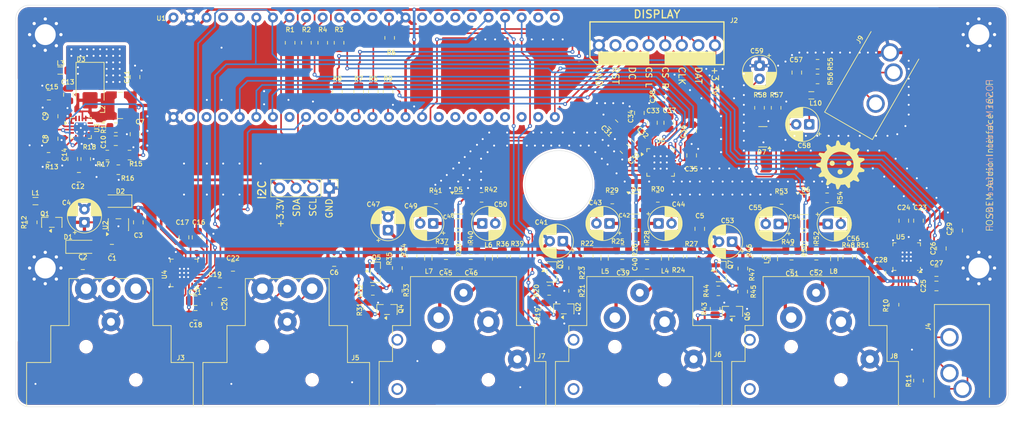
<source format=kicad_pcb>
(kicad_pcb (version 20241229) (generator "pcbnew") (generator_version "9.0")
  (title_block (comment 4 "AISLER Project ID: VKLOGUSM"))
  (layers (0 "F.Cu" signal) (4 "In1.Cu" signal) (6 "In2.Cu" signal) (2 "B.Cu" signal) (13 "F.Paste" user) (15 "B.Paste" user) (5 "F.SilkS" user "F.Silkscreen") (7 "B.SilkS" user "B.Silkscreen") (1 "F.Mask" user) (3 "B.Mask" user) (25 "Edge.Cuts" user))
  (net 0 "")
  (net 1 "GND")
  (net 2 "/I2S2_RX")
  (net 3 "Net-(D1-K)")
  (net 4 "/SDA")
  (net 5 "/SCL")
  (net 6 "/I2S1_LRCLK")
  (net 7 "/I2S1_BCLK")
  (net 8 "/I2S1_MCLK")
  (net 9 "/SCL1")
  (net 10 "/SDA1")
  (net 11 "Net-(U3-VCC)")
  (net 12 "Net-(U3-SS)")
  (net 13 "/I2S1_RX1")
  (net 14 "/I2S1_TX1")
  (net 15 "/I2S1_RX2")
  (net 16 "/I2S1_TX2")
  (net 17 "Net-(U3-COMP)")
  (net 18 "Net-(U4-DREG)")
  (net 19 "/I2S2_FS")
  (net 20 "/DC")
  (net 21 "Net-(U4-VREF)")
  (net 22 "Net-(U5-DREG)")
  (net 23 "Net-(U5-VREF)")
  (net 24 "Net-(U6-VREF)")
  (net 25 "Net-(U6-AREG)")
  (net 26 "Net-(U6-DREG)")
  (net 27 "/ADC/IN1+")
  (net 28 "/ADC/IN1-")
  (net 29 "/ADC/IN2+")
  (net 30 "/ADC/IN2-")
  (net 31 "Net-(C39-Pad1)")
  (net 32 "/ADC/IN3+")
  (net 33 "/ADC/IN3-")
  (net 34 "+5V")
  (net 35 "/CS_RIGHT")
  (net 36 "/SCK")
  (net 37 "/MOSI")
  (net 38 "/I2S2_TX")
  (net 39 "/I2S2_BCLK")
  (net 40 "Net-(Q2-D)")
  (net 41 "Net-(Q3-D)")
  (net 42 "Net-(C45-Pad1)")
  (net 43 "+5VA")
  (net 44 "Net-(Q4-D)")
  (net 45 "Net-(Q5-D)")
  (net 46 "/HP_L")
  (net 47 "/HP_R")
  (net 48 "/HP_GND")
  (net 49 "/DAC 1/OUTA+")
  (net 50 "/DAC 1/OUTA-")
  (net 51 "/DAC 1/OUTB+")
  (net 52 "/DAC 1/OUTB-")
  (net 53 "+48V")
  (net 54 "Net-(Q6-D)")
  (net 55 "Net-(Q7-D)")
  (net 56 "Net-(L5-Pad2)")
  (net 57 "/ADC/IN4+")
  (net 58 "Net-(L6-Pad2)")
  (net 59 "Net-(C51-Pad1)")
  (net 60 "/CS_LEFT_R")
  (net 61 "Net-(L4-Pad2)")
  (net 62 "/DC_R")
  (net 63 "Net-(C57-Pad1)")
  (net 64 "Net-(C58-Pad1)")
  (net 65 "/RESET")
  (net 66 "/CS_LEFT")
  (net 67 "+3.3VA")
  (net 68 "+3.3V")
  (net 69 "Net-(Q1-C)")
  (net 71 "Net-(L7-Pad2)")
  (net 73 "Net-(L8-Pad2)")
  (net 74 "Net-(L9-Pad2)")
  (net 75 "Net-(Q3-G)")
  (net 76 "Net-(Q5-G)")
  (net 78 "Net-(Q7-G)")
  (net 79 "/DAC 2/OUTA-")
  (net 80 "Net-(U3-RT)")
  (net 82 "Net-(U3-MODE)")
  (net 83 "Net-(U3-FB)")
  (net 85 "/Power/48VREG")
  (net 87 "/Power/SW")
  (net 95 "/PHANTOM_IN2_EN")
  (net 96 "/PHANTOM_IN3_EN")
  (net 97 "/PHANTOM_IN1_EN")
  (net 111 "/ADC/IN4-")
  (net 112 "Net-(C12-Pad1)")
  (net 113 "Net-(C41-Pad1)")
  (net 114 "Net-(C42-Pad2)")
  (net 115 "Net-(C40-Pad2)")
  (net 116 "Net-(C42-Pad1)")
  (net 117 "Net-(C47-Pad1)")
  (net 118 "Net-(C48-Pad1)")
  (net 119 "Net-(C48-Pad2)")
  (net 120 "Net-(C46-Pad2)")
  (net 121 "Net-(C53-Pad1)")
  (net 122 "Net-(C54-Pad2)")
  (net 123 "Net-(C52-Pad2)")
  (net 124 "Net-(C54-Pad1)")
  (net 125 "/SCK_R")
  (net 126 "/CS_RIGHT_R")
  (net 127 "/MOSI_R")
  (net 128 "/PC Mono input/OUT+T")
  (net 129 "/PC Mono input/OUT+R")
  (net 130 "Net-(R15-Pad1)")
  (footprint "Capacitor_SMD:C_0805_2012Metric" (layer "F.Cu") (at 212 126 90)
    (property "Reference" "C26")
    (property "Value" "100nF")
  )
  (footprint "Resistor_SMD:R_0805_2012Metric" (layer "F.Cu") (at 204.75 134.62 -90)
    (property "Reference" "R10")
    (property "Value" "0Ω")
  )
  (footprint "Resistor_SMD:R_0805_2012Metric" (layer "F.Cu") (at 80.95 112.3 90)
    (property "Reference" "R18")
    (property "Value" "1.5kΩ")
  )
  (footprint "Capacitor_SMD:C_0805_2012Metric" (layer "F.Cu") (at 163.5 110.75 135)
    (property "Reference" "C30")
    (property "Value" "1μF")
  )
  (footprint "Resistor_SMD:R_0805_2012Metric" (layer "F.Cu") (at 128.675 129 90)
    (property "Reference" "R35")
    (property "Value" "470Ω")
  )
  (footprint "conn:Jack_XLR_Neutrik_NC3FAH2-LR-DAE_Horizontal" (layer "F.Cu") (at 142.619999 137.235984 -90)
    (property "Reference" "J7")
    (property "Value" "NC3FAH1")
  )
  (footprint "Inductor_SMD:L_0805_2012Metric" (layer "F.Cu") (at 192.0875 102.5525 180)
    (property "Reference" "L10")
    (property "Value" "10μH 15mA")
  )
  (footprint "Resistor_SMD:R_0805_2012Metric" (layer "F.Cu") (at 112.25 94.5 -90)
    (property "Reference" "R1")
    (property "Value" "1kΩ")
  )
  (footprint "Capacitor_SMD:C_0805_2012Metric" (layer "F.Cu") (at 173.75 108 90)
    (property "Reference" "C36")
    (property "Value" "1μF")
  )
  (footprint "Resistor_SMD:R_0805_2012Metric" (layer "F.Cu") (at 122.75 102 90)
    (property "Reference" "R7")
    (property "Value" "47Ω")
  )
  (footprint "Resistor_SMD:R_0805_2012Metric" (layer "F.Cu") (at 197.675 127.325 90)
    (property "Reference" "R48")
    (property "Value" "6.8kΩ")
  )
  (footprint "Capacitor_SMD:C_0805_2012Metric" (layer "F.Cu") (at 192.85 128.5)
    (property "Reference" "C52")
    (property "Value" "1nF 100V")
  )
  (footprint "Resistor_SMD:R_0805_2012Metric" (layer "F.Cu") (at 119.75 94.5 -90)
    (property "Reference" "R3")
    (property "Value" "1kΩ")
  )
  (footprint "Resistor_SMD:R_0805_2012Metric" (layer "F.Cu") (at 171.75 127.25 90)
    (property "Reference" "R24")
    (property "Value" "6.8kΩ")
  )
  (footprint "conn:Jack_XLR_Neutrik_NC3FAH2-LR-DAE_Horizontal" (layer "F.Cu") (at 196.619999 137.235984 -90)
    (property "Reference" "J8")
    (property "Value" "NC3FAH1")
  )
  (footprint "Resistor_SMD:R_0805_2012Metric" (layer "F.Cu") (at 136.175 126.175)
    (property "Reference" "R37")
    (property "Value" "2.2kΩ")
  )
  (footprint "Capacitor_SMD:C_0805_2012Metric" (layer "F.Cu") (at 97.75 136.25)
    (property "Reference" "C18")
    (property "Value" "1μF")
  )
  (footprint "Package_TO_SOT_SMD:SOT-143" (layer "F.Cu") (at 184.67 108.9025 180)
    (property "Reference" "D7")
    (property "Value" "PRTR5V0U2X")
  )
  (footprint "Resistor_SMD:R_0805_2012Metric" (layer "F.Cu") (at 117.25 94.5 -90)
    (property "Reference" "R4")
    (property "Value" "1kΩ")
  )
  (footprint "Resistor_SMD:R_0805_2012Metric" (layer "F.Cu") (at 186.69 104.4575 90)
    (property "Reference" "R57")
    (property "Value" "1MΩ")
  )
  (footprint "conn:Jack_XLR_Neutrik_NC3MAH_Horizontal" (layer "F.Cu") (at 80.999999 132.160984)
    (property "Reference" "J3")
    (property "Value" "NC3MAH")
  )
  (footprint "Capacitor_THT:CP_Radial_D5.0mm_P2.00mm" (layer "F.Cu") (at 154.025 124.8875 180)
    (property "Reference" "C41")
    (property "Value" "10μF 100V")
  )
  (footprint "MountingHole:MountingHole_3.2mm_M3_Pad_Via" (layer "F.Cu") (at 217.75 129)
    (property "Reference" "H2" (hide yes))
    (property "Value" "MountingHole_Pad")
  )
  (footprint "Resistor_SMD:R_0805_2012Metric" (layer "F.Cu") (at 173.75 127.25 90)
    (property "Reference" "R27")
    (property "Value" "100kΩ")
  )
  (footprint "Diode_SMD:D_SMB" (layer "F.Cu") (at 81.609542 101.154431 -90)
    (property "Reference" "D3")
    (property "Value" "SS210")
  )
  (footprint "Capacitor_SMD:C_0805_2012Metric" (layer "F.Cu") (at 169 103 90)
    (property "Reference" "C38")
    (property "Value" "10μF")
  )
  (footprint "Resistor_SMD:R_0805_2012Metric" (layer "F.Cu") (at 192.85 126.25 180)
    (property "Reference" "R50")
    (property "Value" "2.2kΩ")
  )
  (footprint "Resistor_SMD:R_0805_2012Metric" (layer "F.Cu") (at 151.425 135.25 90)
    (property "Reference" "R19")
    (property "Value" "10kΩ")
  )
  (footprint "Resistor_SMD:R_0805_2012Metric" (layer "F.Cu") (at 194.5 118.25 180)
    (property "Reference" "R54")
    (property "Value" "1MΩ")
  )
  (footprint "Resistor_SMD:R_0805_2012Metric" (layer "F.Cu") (at 84.25 111.7)
    (property "Reference" "R17")
    (property "Value" "2.2kΩ")
  )
  (footprint "Capacitor_SMD:C_0805_2012Metric" (layer "F.Cu") (at 75.95 105.75 90)
    (property "Reference" "C9")
    (property "Value" "1μF")
  )
  (footprint "conn:Jack_3.5mm_CUI_SJ1-3533NG_Horizontal_CircularHoles" (layer "F.Cu") (at 215.249999 147.505984 180)
    (property "Reference" "J4")
    (property "Value" "AudioJack3")
  )
  (footprint "Resistor_SMD:R_0805_2012Metric" (layer "F.Cu") (at 87.65 111.7)
    (property "Reference" "R15")
    (property "Value" "100kΩ")
  )
  (footprint "Capacitor_SMD:C_0805_2012Metric" (layer "F.Cu") (at 137.925 122.175 180)
    (property "Reference" "C48")
    (property "Value" "2.2nF 100V")
  )
  (footprint "ics:WQFN-16-1EP_3x3mm_P0.5mm_EP1.68x1.68mm_ThermalVias" (layer "F.Cu") (at 80.1925 107.55)
    (property "Reference" "U3")
    (property "Value" "LM5158")
  )
  (footprint "Resistor_SMD:R_0805_2012Metric" (layer "F.Cu") (at 183.85 127.25 90)
    (property "Reference" "R46")
    (property "Value" "6.8kΩ")
  )
  (footprint "Resistor_SMD:R_0805_2012Metric" (layer "F.Cu") (at 85.939797 113.939616)
    (property "Reference" "R16")
    (property "Value" "3.9kΩ")
  )
  (footprint "Capacitor_THT:CP_Radial_D5.0mm_P2.00mm" (layer "F.Cu") (at 168.675 122.175)
    (property "Reference" "C44")
    (property "Value" "10μF 100V")
  )
  (footprint "Capacitor_THT:CP_Radial_D5.0mm_P2.00mm" (layer "F.Cu") (at 80.75 122 90)
    (property "Reference" "C4")
    (property "Value" "47μF")
  )
  (footprint "Inductor_SMD:L_0805_2012Metric" (layer "F.Cu") (at 142.675 127.425 90)
    (property "Reference" "L6")
    (property "Value" "10μH 15mA")
  )
  (footprint "Resistor_SMD:R_0805_2012Metric" (layer "F.Cu") (at 161.6 118.425 180)
    (property "Reference" "R29")
    (property "Value" "1MΩ")
  )
  (footprint "Resistor_SMD:R_0805_2012Metric" (layer "F.Cu") (at 151.925 132.425)
    (property "Reference" "R20")
    (property "Value" "22kΩ")
  )
  (footprint "Capacitor_SMD:C_0805_2012Metric" (layer "F.Cu") (at 78.95 112.3 -90)
    (property "Reference" "C14")
    (property "Value" "330pF")
  )
  (footprint "Resistor_SMD:R_0805_2012Metric" (layer "F.Cu") (at 141.575 118.175 180)
    (property "Reference" "R42")
    (property "Value" "1MΩ")
  )
  (footprint "Resistor_SMD:R_0805_2012Metric" (layer "F.Cu") (at 138 124.175)
    (property "Reference" "R40")
    (property "Value" "13kΩ")
  )
  (footprint "Capacitor_SMD:C_0805_2012Metric" (layer "F.Cu") (at 80.5 128.5)
    (property "Reference" "C2")
    (property "Value" "22μF")
  )
  (footprint "Capacitor_SMD:C_0805_2012Metric" (layer "F.Cu") (at 75.95 109.2 -90)
    (property "Reference" "C8")
    (property "Value" "100nF")
  )
  (footprint "Capacitor_SMD:C_0805_2012Metric" (layer "F.Cu") (at 206.25 121.75 90)
    (property "Reference" "C24")
    (property "Value" "1μF")
  )
  (footprint "MountingHole:MountingHole_3.2mm_M3_Pad_Via" (layer "F.Cu") (at 74.75 93.25)
    (property "Reference" "H3" (hide yes))
    (property "Value" "MountingHole_Pad")
  )
  (footprint "Inductor_SMD:L_Wuerth_WE-TPC-3816" (layer "F.Cu") (at 86.25 104.1 90)
    (property "Reference" "L2")
    (property "Value" "4.7uH")
  )
  (footprint "Resistor_SMD:R_0805_2012Metric" (layer "F.Cu") (at 177.35 135.25 90)
    (property "Reference" "R43")
    (property "Value" "10kΩ")
  )
  (footprint "Resistor_SMD:R_0805_2012Metric" (layer "F.Cu") (at 184.15 104.4575 -90)
    (property "Reference" "R58")
    (property "Value" "1MΩ")
  )
  (footprint "Capacitor_SMD:C_0805_2012Metric" (layer "F.Cu") (at 175 123 90)
    (property "Reference" "C5")
    (property "Value" "1μF")
  )
  (footprint "Capacitor_SMD:C_0805_2012Metric" (layer "F.Cu") (at 170.25 106.75 90)
    (property "Reference" "C37")
    (property "Value" "100nF")
  )
  (footprint "Capacitor_SMD:C_0805_2012Metric" (layer "F.Cu") (at 173.75 111.75 90)
    (property "Reference" "C35")
    (property "Value" "100nF")
  )
  (footprint "Resistor_SMD:R_0805_2012Metric" (layer "F.Cu") (at 157.925 127.175 90)
    (property "Reference" "R22")
    (property "Value" "6.8kΩ")
  )
  (footprint "Capacitor_SMD:C_0805_2012Metric" (layer "F.Cu") (at 189.865 99.0625 90)
    (property "Reference" "C57")
    (property "Value" "1nF 100V")
  )
  (footprint "Package_TO_SOT_SMD:SOT-143" (layer "F.Cu") (at 191 119.25)
    (property "Reference" "D6")
    (property "Value" "PRTR5V0U2X")
  )
  (footprint "Resistor_SMD:R_0805_2012Metric" (layer "F.Cu") (at 181.571453 132.614203 -90)
    (property "Reference" "R45")
    (property "Value" "100kΩ")
  )
  (footprint "Resistor_SMD:R_0805_2012Metric" (layer "F.Cu") (at 189.1 126.25)
    (property "Reference" "R49")
    (property "Value" "2.2kΩ")
  )
  (footprint "Capacitor_SMD:C_0805_2012Metric" (layer "F.Cu") (at 214.5 123.25 90)
    (property "Reference" "C29")
    (property "Value" "1μF")
  )
  (footprint "Resistor_SMD:R_0805_2012Metric" (layer "F.Cu") (at 125 102 90)
    (property "Reference" "R5")
    (property "Value" "47Ω")
  )
  (footprint "Capacitor_THT:CP_Radial_D5.0mm_P2.00mm" (layer "F.Cu") (at 134.175 122.175 180)
    (property "Reference" "C49")
    (property "Value" "10μF 100V")
  )
  (footprint "Capacitor_SMD:C_0805_2012Metric" (layer "F.Cu") (at 119 128 180)
    (property "Reference" "C6")
    (property "Value" "1μF")
  )
  (footprint "Capacitor_SMD:C_0805_2012Metric" (layer "F.Cu") (at 163.125 128.425)
    (property "Reference" "C39")
    (property "Value" "1nF 100V")
  )
  (footprint "Inductor_SMD:L_0805_2012Metric" (layer "F.Cu") (at 73.25 118.75)
    (property "Reference" "L1")
    (property "Value" "600@100Mhz")
  )
  (footprint "Capacitor_SMD:C_0805_2012Metric" (layer "F.Cu") (at 103.5 128.75)
    (property "Reference" "C22")
    (property "Value" "1μF")
  )
  (footprint "Resistor_SMD:R_0805_2012Metric" (layer "F.Cu") (at 163.175 126.175)
    (property "Reference" "R25")
    (property "Value" "2.2kΩ")
  )
  (footprint "Connector_MTA-100:mta100_01x8_P2.54_647050-8" (layer "F.Cu") (at 178.6 97.75 180)
    (property "Reference" "J2")
    (property "Value" "MTA100_08")
  )
  (footprint "Resistor_SMD:R_0805_2012Metric" (layer "F.Cu") (at 85.5625 107.5 180)
    (property "Reference" "R14")
    (property "Value" "100kΩ")
  )
  (footprint "Capacitor_SMD:C_0805_2012Metric" (layer "F.Cu") (at 166.925 128.425)
    (property "Reference" "C40")
    (property "Value" "1nF 100V")
  )
  (footprint "ics:Texas_RGE0024R_VQFN-24-1EP_4x4mm_P0.5mm_EP2.1x2.1mm" (layer "F.Cu") (at 206.6925 127.25 180)
    (property "Reference" "U5")
    (property "Value" "TAD5242")
  )
  (footprint "Resistor_SMD:R_0805_2012Metric" (layer "F.Cu") (at 193.04 97.79 180)
    (property "Reference" "R55")
    (property "Value" "10kΩ")
  )
  (footprint "Resistor_SMD:R_0805_2012Metric" (layer "F.Cu") (at 155.675 132.5 -90)
    (property "Reference" "R21")
    (property "Value" "100kΩ")
  )
  (footprint "Capacitor_THT:CP_Radial_D5.0mm_P2.00mm" (layer "F.Cu") (at 161.175 122.175 180)
    (property "Reference" "C43")
    (property "Value" "10μF 100V")
  )
  (footprint "Resistor_SMD:R_0805_2012Metric" (layer "F.Cu") (at 165 124.175)
    (property "Reference" "R28")
    (property "Value" "13kΩ")
  )
  (footprint "Inductor_SMD:L_0805_2012Metric" (layer "F.Cu") (at 77.0625 98.75 180)
    (property "Reference" "L3")
    (property "Value" "600@100Mhz")
  )
  (footprint "ics:WQFN-24-1EP_4x4mm_P0.5mm_EP2.6x2.6mm" (layer "F.Cu") (at 169 112.830761)
    (property "Reference" "U6")
    (property "Value" "TAA3040")
  )
  (footprint "Resistor_SMD:R_0805_2012Metric" (layer "F.Cu") (at 134.6 118.425 180)
    (property "Reference" "R41")
    (property "Value" "1MΩ")
  )
  (footprint "Package_TO_SOT_SMD:SOT-143" (layer "F.Cu") (at 138.075 119.175)
    (property "Reference" "D5")
    (property "Value" "PRTR5V0U2X")
  )
  (footprint "Capacitor_SMD:C_0805_2012Metric" (layer "F.Cu") (at 161.75 107 135)
    (property "Reference" "C31")
    (property "Value" "10μF")
  )
  (footprint "Capacitor_SMD:C_0805_2012Metric" (layer "F.Cu") (at 75.3 102.5125 180)
    (property "Reference" "C15")
    (property "Value" "4.7uF")
  )
  (footprint "Resistor_SMD:R_0805_2012Metric" (layer "F.Cu") (at 193.04 100.04 180)
    (property "Reference" "R56")
    (property "Value" "10kΩ")
  )
  (footprint "Capacitor_THT:CP_Radial_D5.0mm_P2.00mm" (layer "F.Cu") (at 184.15 98.0125 -90)
    (property "Reference" "C59")
    (property "Value" "10μF 100V")
  )
  (footprint "Resistor_SMD:R_0805_2012Metric" (layer "F.Cu") (at 146.75 127.25 90)
    (property "Reference" "R39")
    (property "Value" "100kΩ")
  )
  (footprint "Capacitor_SMD:C_0805_2012Metric" (layer "F.Cu") (at 165.75 105.25 90)
    (property "Reference" "C34")
    (property "Value" "100nF")
  )
  (footprint "conn:Jack_XLR_Neutrik_NC3MAH_Horizontal" (layer "F.Cu") (at 107.999999 132.160984)
    (property "Reference" "J5")
    (property "Value" "NC3MAH")
  )
  (footprint "Capacitor_SMD:C_0805_2012Metric" (layer "F.Cu") (at 85.55 109.5)
    (property "Reference" "C10")
    (property "Value" "22nF")
  )
  (footprint "Resistor_SMD:R_0805_2012Metric" (layer "F.Cu") (at 187.525 118.5 180)
    (property "Reference" "R53")
    (property "Value" "1MΩ")
  )
  (footprint "ics:Texas_RGE0024R_VQFN-24-1EP_4x4mm_P0.5mm_EP2.1x2.1mm" (layer "F.Cu") (at 96 129.75 180)
    (property "Reference" "U4")
    (property "Value" "TAD5242")
  )
  (footprint "Capacitor_SMD:C_0805_2012Metric" (layer "F.Cu") (at 189.05 128.5)
    (property "Reference" "C51")
    (property "Value" "1nF 100V")
  )
  (footprint "Resistor_SMD:R_0805_2012Metric" (layer "F.Cu") (at 127.25 102 90)
    (property "Reference" "R9")
    (property "Value" "47Ω")
  )
  (footprint "Capacitor_SMD:C_0805_2012Metric" (layer "F.Cu") (at 89 122 -90)
    (property "Reference" "C3")
    (property "Value" "1μF")
  )
  (footprint "Diode_SMD:Nexperia_CFP3_SOD-123W" (layer "F.Cu") (at 85.75 118.75 180)
    (property "Reference" "D2")
    (property "Value" "PTVS5V0S1UR,115")
  )
  (footprint "conn:Jack_XLR_Neutrik_NC3FAH2-LR-DAE_Horizontal" (layer "F.Cu") (at 169.619999 137.235984 -90)
    (property "Reference" "J6")
    (property "Value" "NC3FAH1")
  )
  (footprint "Resistor_SMD:R_0805_2012Metric" (layer "F.Cu") (at 124.25 135.160184 90)
    (property "Reference" "R31")
    (property "Value" "10kΩ")
  )
  (footprint "Package_TO_SOT_SMD:SOT-23" (layer "F.Cu") (at 180.011475 135.629454 90)
    (property "Reference" "Q6")
    (property "Value" "2N7002")
  )
  (footprint "Resistor_SMD:R_0805_2012Metric" (layer "F.Cu") (at 75.25 112.05)
    (property "Reference" "R13")
    (property "Value" "22kΩ")
  )
  (footprint "Capacitor_SMD:C_0805_2012Metric" (layer "F.Cu") (at 165.25 109 135)
    (property "Reference" "C32")
    (property "Value" "100nF")
  )
  (footprint "Capacitor_THT:CP_Radial_D5.0mm_P2.00mm" (layer "F.Cu") (at 187.1 122.25 180)
    (property "Reference" "C55")
    (property "Value" "10μF 100V")
  )
  (footprint "Capacitor_THT:CP_Radial_D5.0mm_P2.00mm" (layer "F.Cu") (at 179.95 124.9625 180)
    (property "Reference" "C53")
    (property "Value" "10μF 100V")
  )
  (footprint "Capacitor_THT:CP_Radial_D5.0mm_P2.00mm" (layer "F.Cu") (at 127.25 123.205113 90)
    (property "Reference" "C47")
    (property "Value" "10μF 100V")
  )
  (footprint "Inductor_SMD:L_0805_2012Metric" (layer "F.Cu") (at 186.35 127.5 90)
    (property "Reference" "L9")
    (property "Value" "10μH 15mA")
  )
  (footprint "Capacitor_SMD:C_0805_2012Metric" (layer "F.Cu") (at 208.5 121.75 90)
    (property "Reference" "C23")
    (property "Value" "10μF")
  )
  (footprint "MountingHole:MountingHole_3.2mm_M3_Pad_Via" (layer "F.Cu") (at 217.75 93.25)
    (property "Reference" "H1" (hide yes))
    (property "Value" "MountingHole_Pad")
  )
  (footprint "Inductor_SMD:L_0805_2012Metric" (layer "F.Cu") (at 169.675 127.425 90)
    (property "Reference" "L4")
    (property "Value" "10μH 15mA")
  )
  (footprint "Package_TO_SOT_SMD:SOT-23" (layer "F.Cu") (at 152.342872 129.598542)
    (property "Reference" "Q3")
    (property "Value" "SI2309CDS-T1-GE3")
  )
  (footprint "Capacitor_SMD:C_0805_2012Metric" (layer "F.Cu") (at 97.75 134)
    (property "Reference" "C21")
    (property "Value" "10μF")
  )
  (footprint "Resistor_SMD:R_0805_2012Metric" (layer "F.Cu") (at 128.675 132.5 -90)
    (property "Reference" "R33")
    (property "Value" "100kΩ")
  )
  (footprint "Capacitor_SMD:C_0805_2012Metric" (layer "F.Cu") (at 164.925 122.175 180)
    (property "Reference" "C42")
    (property "Value" "2.2nF 100V")
  )
  (footprint "Capacitor_SMD:C_0805_2012Metric" (layer "F.Cu") (at 78.294746 102.44664 -90)
    (property "Reference" "C13")
    (property "Value" "100nF")
  )
  (footprint "Package_TO_SOT_SMD:SOT-23" (layer "F.Cu") (at 178.285786 129.54)
    (property "Reference" "Q7")
    (property "Value" "SI2309CDS-T1-GE3")
  )
  (footprint "Resistor_SMD:R_0805_2012Metric" (layer "F.Cu") (at 181.6 129.075 90)
    (property "Reference" "R47")
    (property "Value" "470Ω")
  )
  (footprint "conn:Jack_3.5mm_CUI_SJ1-3533NG_Horizontal_CircularHoles" (layer "F.Cu") (at 204.1525 95.980899 -30)
    (property "Reference" "J9")
    (property "Value" "AudioJack3")
  )
  (footprint "Capacitor_SMD:C_0805_2012Metric" (layer "F.Cu") (at 211.25 131.75)
    (property "Reference" "C25")
    (property "Value" "1μF")
  )
  (footprint "Capacitor_SMD:C_0805_2012Metric" (layer "F.Cu") (at 190.85 122.25 180)
    (property "Reference" "C54")
    (property "Value" "2.2nF 100V")
  )
  (footprint "Resistor_SMD:R_0805_2012Metric" (layer "F.Cu") (at 127.5 93.75 -90)
    (property "Reference" "R6")
    (property "Value" "47Ω")
  )
  (footprint "Package_TO_SOT_SMD:SOT-23" (layer "F.Cu") (at 127.093876 135.35496 90)
    (property "Reference" "Q4")
    (property "Value" "2N7002")
  )
  (footprint "Resistor_SMD:R_0805_2012Metric" (layer "F.Cu") (at 130.925 127.175 90)
    (property "Reference" "R34")
    (property "Value" "6.8kΩ")
  )
  (footprint "Inductor_SMD:L_0805_2012Metric" (layer "F.Cu") (at 195.6 127.5 90)
    (property "Reference" "L8")
    (property "Value" "10μH 15mA")
  )
  (footprint "Package_TO_SOT_SMD:SOT-23" (layer "F.Cu") (at 154.175 135.25 90)
    (property "Reference" "Q2")
    (property "Value" "2N7002")
  )
  (footprint "conn:PinHeader_1x04_P2.54mm_Vertical" (layer "F.Cu") (at 118.25 116.75 -90)
    (property "Reference" "J1" (hide yes))
    (property "Value" "Header_01x04")
  )
  (footprint "Package_TO_SOT_SMD:SOT-143" (layer "F.Cu") (at 165.075 119.175)
    (property "Reference" "D4")
    (property "Value" "PRTR5V0U2X")
  )
  (footprint "Package_TO_SOT_SMD:SOT-23" (layer "F.Cu") (at 75.75 122 90)
    (property "Reference" "Q1")
    (property "Value" "S8050")
  )
  (footprint "Resistor_SMD:R_0805_2012Metric" (layer "F.Cu") (at 155.675 129 90)
    (property "Reference" "R23")
    (property "Value" "470Ω")
  )
  (footprint "Capacitor_SMD:C_0805_2012Metric" (layer "F.Cu") (at 101 134.5 -90)
    (property "Reference" "C20")
    (property "Value" "1μF")
  )
  (footprint "Resistor_SMD:R_0805_2012Metric" (layer "F.Cu") (at 139.925 126.175 180)
    (property "Reference" "R38")
    (property "Value" "2.2kΩ")
  )
  (footprint "Capacitor_SMD:C_0805_2012Metric" (layer "F.Cu") (at 136.125 128.425)
    (property "Reference" "C45")
    (property "Value" "1nF 100V")
  )
  (footprint "Resistor_SMD:R_0805_2012Metric" (layer "F.Cu") (at 177.85 132.5)
    (property "Reference" "R44")
    (property "Value" "22kΩ")
  )
  (footprint "Diode_SMD:D_SOD-123" (layer "F.Cu") (at 80.25 125.75)
    (property "Reference" "D1")
    (property "Value" "Schottky")
  )
  (footprint "Resistor_SMD:R_0805_2012Metric" (layer "F.Cu") (at 168.575 118.175 180)
    (property "Reference" "R30")
    (property "Value" "1MΩ")
  )
  (footprint "Inductor_SMD:L_0805_2012Metric" (layer "F.Cu") (at 160.425 127.425 90)
    (property "Reference" "L5")
    (property "Value" "10μH 15mA")
  )
  (footprint "Resistor_SMD:R_0805_2012Metric" (layer "F.Cu") (at 119.5 102 90)
    (property "Reference" "R8")
    (property "Value" "47Ω")
  )
  (footprint "Capacitor_SMD:C_0805_2012Metric" (layer "F.Cu") (at 79.9 115.1 180)
    (property "Reference" "C12")
    (property "Value" "33nF")
  )
  (footprint "Capacitor_SMD:C_0805_2012Metric" (layer "F.Cu") (at 88.5 108.5 -90)
    (property "Reference" "C7")
    (property "Value" "10μF")
  )
  (footprint "Capacitor_SMD:C_0805_2012Metric" (layer "F.Cu") (at 88.5 99.75 90)
    (property "Reference" "C11")
    (property "Value" "100nF")
  )
  (footprint "Capacitor_THT:CP_Radial_D5.0mm_P2.00mm" (layer "F.Cu") (at 194.6 122.25)
    (property "Reference" "C56")
    (property "Value" "10μF 100V")
  )
  (footprint "Resistor_SMD:R_0805_2012Metric" (layer "F.Cu") (at 124.925 132.425)
    (property "Reference" "R32")
    (property "Value" "22kΩ")
  )
  (footprint "Resistor_SMD:R_0805_2012Metric" (layer "F.Cu") (at 144.75 127.25 90)
    (property "Reference" "R36")
    (property "Value" "6.8kΩ")
  )
  (footprint "Capacitor_SMD:C_0805_2012Metric" (layer "F.Cu") (at 211.25 129.54)
    (property "Reference" "C27")
    (property "Value" "1μF")
  )
  (footprint "Capacitor_SMD:C_0805_2012Metric" (layer "F.Cu") (at 202.75 129.75 90)
    (property "Reference" "C28")
    (property "Value" "10μF")
  )
  (footprint "Resistor_SMD:R_0805_2012Metric" (layer "F.Cu") (at 72.75 122 -90)
    (property "Reference" "R12")
    (property "Value" "510Ω")
  )
  (footprint "Capacitor_SMD:C_0805_2012Metric" (layer "F.Cu") (at 96 124.3 90)
    (property "Reference" "C17")
    (property "Value" "1μF")
  )
  (footprint "Resistor_SMD:R_0805_2012Metric" (layer "F.Cu") (at 208.5 146.25 90)
    (property "Reference" "R11")
    (property "Value" "0Ω")
  )
  (footprint "Capacitor_SMD:C_0805_2012Metric" (layer "F.Cu") (at 101.5 131.25)
    (property "Reference" "C19")
    (property "Value" "100nF")
  )
  (footprint "Resistor_SMD:R_0805_2012Metric" (layer "F.Cu") (at 190.925 124.25)
    (property "Reference" "R52")
    (property "Value" "13kΩ")
  )
  (footprint "Capacitor_SMD:C_0805_2012Metric" (layer "F.Cu") (at 167.75 106.75 90)
    (property "Reference" "C33")
    (property "Value" "1μF")
  )
  (footprint "Capacitor_THT:CP_Radial_D5.0mm_P2.00mm" (layer "F.Cu") (at 141.675 122.175)
    (property "Reference" "C50")
    (property "Value" "10μF 100V")
  )
  (footprint "Capacitor_SMD:C_0805_2012Metric" (layer "F.Cu") (at 98 124.3 90)
    (property "Reference" "C16")
    (property "Value" "10μF")
  )
  (footprint "Resistor_SMD:R_0805_2012Metric" (layer "F.Cu") (at 114.75 94.5 -90)
    (property "Reference" "R2")
    (property "Value" "1kΩ")
  )
  (footprint "Resistor_SMD:R_0805_2012Metric" (layer "F.Cu") (at 199.75 127.325 90)
    (property "Reference" "R51")
    (property "Value" "100kΩ")
  )
  (footprint "Capacitor_SMD:C_0805_2012Metric" (layer "F.Cu") (at 84.95625 126.1125 180)
    (property "Reference" "C1")
    (property "Value" "1μF")
  )
  (footprint "MountingHole:MountingHole_3.2mm_M3_Pad_Via" (layer "F.Cu") (at 74.75 129)
    (property "Reference" "H4" (hide yes))
    (property "Value" "MountingHole_Pad")
  )
  (footprint "Resistor_SMD:R_0805_2012Metric" (layer "F.Cu") (at 166.925 126.175 180)
    (property "Reference" "R26")
    (property "Value" "2.2kΩ")
  )
  (footprint "Capacitor_THT:CP_Radial_D5.0mm_P2.00mm" (layer "F.Cu") (at 191.77 106.9975 180)
    (property "Reference" "C58")
    (property "Value" "10μF 100V")
  )
  (footprint "Inductor_SMD:L_0805_2012Metric" (layer "F.Cu") (at 133.425 127.425 90)
    (property "Reference" "L7")
    (property "Value" "10μH 15mA")
  )
  (footprint "Package_TO_SOT_SMD:SOT-23-5" (layer "F.Cu") (at 85.95625 122.3625 90)
    (property "Reference" "U2")
    (property "Value" "LP5907MFX-3.3")
  )
  (footprint "Capacitor_SMD:C_0805_2012Metric" (layer "F.Cu") (at 139.925 128.425)
    (property "Reference" "C46")
    (property "Value" "1nF 100V")
  )
  (footprint "extra:Teensy41" (layer "F.Cu") (at 102 98.25 90)
    (property "Reference" "U1")
    (property "Value" "Teensy 4.1")
  )
  (footprint "Package_TO_SOT_SMD:SOT-23" (layer "F.Cu") (at 125.327192 129.644988)
    (property "Reference" "Q5")
    (property "Value" "SI2309CDS-T1-GE3")
  )
  (gr_poly (pts (xy 196.516334 113.869772) (xy 196.536489 113.871304) (xy 196.556352 113.873828) (xy 196.575896 113.877318) (xy 196.595097 113.881749) (xy 196.613931 113.887097) (xy 196.632372 113.893336) (xy 196.650395 113.900442) (xy 196.667975 113.908389) (xy 196.685088 113.917153) (xy 196.701708 113.926709) (xy 196.717811 113.937032) (xy 196.733371 113.948097) (xy 196.748364 113.959878) (xy 196.762765 113.972352) (xy 196.776548 113.985493) (xy 196.789689 113.999276) (xy 196.802163 114.013676) (xy 196.813945 114.028669) (xy 196.825011 114.044229) (xy 196.835334 114.060332) (xy 196.84489 114.076952) (xy 196.853655 114.094065) (xy 196.861603 114.111645) (xy 196.868709 114.129669) (xy 196.874948 114.14811) (xy 196.880297 114.166944) (xy 196.884728 114.186146) (xy 196.888218 114.205691) (xy 196.890742 114.225555) (xy 196.892275 114.245711) (xy 196.892791 114.266136) (xy 196.892275 114.286561) (xy 196.890742 114.306718) (xy 196.888218 114.326581) (xy 196.884728 114.346126) (xy 196.880297 114.365328) (xy 196.874948 114.384163) (xy 196.868709 114.402604) (xy 196.861603 114.420627) (xy 196.853655 114.438208) (xy 196.84489 114.455321) (xy 196.835334 114.471941) (xy 196.825011 114.488043) (xy 196.813945 114.503604) (xy 196.802163 114.518596) (xy 196.789689 114.532997) (xy 196.776548 114.54678) (xy 196.762765 114.559921) (xy 196.748364 114.572394) (xy 196.733371 114.584176) (xy 196.717811 114.595241) (xy 196.701708 114.605563) (xy 196.685088 114.615119) (xy 196.667975 114.623883) (xy 196.650395 114.631831) (xy 196.632372 114.638937) (xy 196.613931 114.645176) (xy 196.595097 114.650523) (xy 196.575896 114.654955) (xy 196.556352 114.658445) (xy 196.536489 114.660968) (xy 196.516334 114.662501) (xy 196.49591 114.663017) (xy 196.475485 114.662501) (xy 196.455329 114.660968) (xy 196.435465 114.658445) (xy 196.41592 114.654955) (xy 196.396717 114.650523) (xy 196.377882 114.645176) (xy 196.359441 114.638937) (xy 196.341417 114.631831) (xy 196.323836 114.623883) (xy 196.306722 114.615119) (xy 196.290102 114.605563) (xy 196.273998 114.595241) (xy 196.258437 114.584176) (xy 196.243444 114.572394) (xy 196.229043 114.559921) (xy 196.215259 114.54678) (xy 196.202118 114.532997) (xy 196.189643 114.518596) (xy 196.177861 114.503604) (xy 196.166795 114.488043) (xy 196.156472 114.471941) (xy 196.146916 114.455321) (xy 196.138151 114.438208) (xy 196.130203 114.420627) (xy 196.123097 114.402604) (xy 196.116857 114.384163) (xy 196.111509 114.365328) (xy 196.107077 114.346126) (xy 196.103587 114.326581) (xy 196.101063 114.306718) (xy 196.09953 114.286561) (xy 196.099014 114.266136) (xy 196.09953 114.245711) (xy 196.101063 114.225555) (xy 196.103587 114.205691) (xy 196.107077 114.186146) (xy 196.111509 114.166944) (xy 196.116857 114.14811) (xy 196.123097 114.129669) (xy 196.130203 114.111645) (xy 196.138151 114.094065) (xy 196.146916 114.076952) (xy 196.156472 114.060332) (xy 196.166795 114.044229) (xy 196.177861 114.028669) (xy 196.189643 114.013676) (xy 196.202118 113.999276) (xy 196.215259 113.985493) (xy 196.229043 113.972352) (xy 196.243444 113.959878) (xy 196.258437 113.948097) (xy 196.273998 113.937032) (xy 196.290102 113.926709) (xy 196.306722 113.917153) (xy 196.323836 113.908389) (xy 196.341417 113.900442) (xy 196.359441 113.893336) (xy 196.377882 113.887097) (xy 196.396717 113.881749) (xy 196.41592 113.877318) (xy 196.435465 113.873828) (xy 196.455329 113.871304) (xy 196.475485 113.869772) (xy 196.49591 113.869255)) (stroke (width -0.000001)) (fill yes) (layer "F.SilkS"))
  (gr_poly (pts (xy 195.301568 112.559835) (xy 195.321724 112.561367) (xy 195.341588 112.563891) (xy 195.361133 112.567381) (xy 195.380335 112.571812) (xy 195.399169 112.57716) (xy 195.41761 112.583399) (xy 195.435634 112.590505) (xy 195.453214 112.598452) (xy 195.470327 112.607216) (xy 195.486947 112.616772) (xy 195.50305 112.627095) (xy 195.51861 112.63816) (xy 195.533603 112.649941) (xy 195.548003 112.662415) (xy 195.561786 112.675556) (xy 195.574927 112.689339) (xy 195.587401 112.703739) (xy 195.599183 112.718732) (xy 195.610247 112.734292) (xy 195.62057 112.750395) (xy 195.630126 112.767015) (xy 195.63889 112.784128) (xy 195.646837 112.801709) (xy 195.653943 112.819732) (xy 195.660182 112.838173) (xy 195.66553 112.857007) (xy 195.669961 112.876209) (xy 195.673451 112.895755) (xy 195.675975 112.915618) (xy 195.677508 112.935775) (xy 195.678024 112.956199) (xy 195.677508 112.976624) (xy 195.675975 112.996781) (xy 195.673451 113.016644) (xy 195.669961 113.03619) (xy 195.66553 113.055392) (xy 195.660182 113.074226) (xy 195.653943 113.092667) (xy 195.646837 113.11069) (xy 195.63889 113.128271) (xy 195.630126 113.145384) (xy 195.62057 113.162004) (xy 195.610247 113.178107) (xy 195.599183 113.193667) (xy 195.587401 113.20866) (xy 195.574927 113.22306) (xy 195.561786 113.236843) (xy 195.548003 113.249984) (xy 195.533603 113.262458) (xy 195.51861 113.274239) (xy 195.50305 113.285304) (xy 195.486947 113.295627) (xy 195.470327 113.305182) (xy 195.453214 113.313947) (xy 195.435634 113.321894) (xy 195.41761 113.329) (xy 195.399169 113.335239) (xy 195.380335 113.340587) (xy 195.361133 113.345018) (xy 195.341588 113.348508) (xy 195.321724 113.351032) (xy 195.301568 113.352564) (xy 195.281143 113.353081) (xy 195.260718 113.352564) (xy 195.240561 113.351032) (xy 195.220698 113.348508) (xy 195.201153 113.345018) (xy 195.181951 113.340587) (xy 195.163116 113.335239) (xy 195.144675 113.329) (xy 195.126652 113.321894) (xy 195.109071 113.313947) (xy 195.091958 113.305182) (xy 195.075338 113.295627) (xy 195.059236 113.285304) (xy 195.043675 113.274239) (xy 195.028683 113.262458) (xy 195.014282 113.249984) (xy 195.000499 113.236843) (xy 194.987358 113.22306) (xy 194.974885 113.20866) (xy 194.963103 113.193667) (xy 194.952038 113.178107) (xy 194.941716 113.162004) (xy 194.93216 113.145384) (xy 194.923396 113.128271) (xy 194.915448 113.11069) (xy 194.908343 113.092667) (xy 194.902103 113.074226) (xy 194.896756 113.055392) (xy 194.892324 113.03619) (xy 194.888834 113.016644) (xy 194.886311 112.996781) (xy 194.884778 112.976624) (xy 194.884262 112.956199) (xy 194.884778 112.935775) (xy 194.886311 112.915618) (xy 194.888834 112.895755) (xy 194.892324 112.876209) (xy 194.896756 112.857007) (xy 194.902103 112.838173) (xy 194.908343 112.819732) (xy 194.915448 112.801709) (xy 194.923396 112.784128) (xy 194.93216 112.767015) (xy 194.941716 112.750395) (xy 194.952038 112.734292) (xy 194.963103 112.718732) (xy 194.974885 112.703739) (xy 194.987358 112.689339) (xy 195.000499 112.675556) (xy 195.014282 112.662415) (xy 195.028683 112.649941) (xy 195.043675 112.63816) (xy 195.059236 112.627095) (xy 195.075338 112.616772) (xy 195.091958 112.607216) (xy 195.109071 112.598452) (xy 195.126652 112.590505) (xy 195.144675 112.583399) (xy 195.163116 112.57716) (xy 195.181951 112.571812) (xy 195.201153 112.567381) (xy 195.220698 112.563891) (xy 195.240561 112.561367) (xy 195.260718 112.559835) (xy 195.281143 112.559318)) (stroke (width -0.000001)) (fill yes) (layer "F.SilkS"))
  (gr_poly (pts (xy 197.844948 112.577871) (xy 197.865105 112.579403) (xy 197.884969 112.581927) (xy 197.904514 112.585417) (xy 197.923717 112.589848) (xy 197.942551 112.595196) (xy 197.960993 112.601435) (xy 197.979017 112.608541) (xy 197.996598 112.616488) (xy 198.013711 112.625252) (xy 198.030332 112.634808) (xy 198.046436 112.645131) (xy 198.061996 112.656196) (xy 198.07699 112.667977) (xy 198.091391 112.680451) (xy 198.105175 112.693592) (xy 198.118316 112.707375) (xy 198.130791 112.721775) (xy 198.142573 112.736768) (xy 198.153638 112.752328) (xy 198.163962 112.768431) (xy 198.173518 112.785051) (xy 198.182283 112.802164) (xy 198.190231 112.819744) (xy 198.197337 112.837768) (xy 198.203577 112.856209) (xy 198.208925 112.875043) (xy 198.213357 112.894245) (xy 198.216847 112.913791) (xy 198.219371 112.933654) (xy 198.220904 112.95381) (xy 198.22142 112.974235) (xy 198.220904 112.99466) (xy 198.219371 113.014817) (xy 198.216847 113.03468) (xy 198.213357 113.054225) (xy 198.208925 113.073428) (xy 198.203577 113.092262) (xy 198.197337 113.110703) (xy 198.190231 113.128726) (xy 198.182283 113.146307) (xy 198.173518 113.16342) (xy 198.163962 113.18004) (xy 198.153638 113.196143) (xy 198.142573 113.211703) (xy 198.130791 113.226695) (xy 198.118316 113.241096) (xy 198.105175 113.254879) (xy 198.091391 113.26802) (xy 198.07699 113.280493) (xy 198.061996 113.292275) (xy 198.046436 113.30334) (xy 198.030332 113.313662) (xy 198.013711 113.323218) (xy 197.996598 113.331982) (xy 197.979017 113.33993) (xy 197.960993 113.347036) (xy 197.942551 113.353275) (xy 197.923717 113.358623) (xy 197.904514 113.363054) (xy 197.884969 113.366544) (xy 197.865105 113.369068) (xy 197.844948 113.3706) (xy 197.824524 113.371116) (xy 197.8041 113.3706) (xy 197.783945 113.369068) (xy 197.764082 113.366544) (xy 197.744538 113.363054) (xy 197.725336 113.358623) (xy 197.706503 113.353275) (xy 197.688062 113.347036) (xy 197.670039 113.33993) (xy 197.652459 113.331982) (xy 197.635346 113.323218) (xy 197.618726 113.313662) (xy 197.602623 113.30334) (xy 197.587063 113.292275) (xy 197.57207 113.280493) (xy 197.557669 113.26802) (xy 197.543886 113.254879) (xy 197.530745 113.241096) (xy 197.51827 113.226695) (xy 197.506488 113.211703) (xy 197.495423 113.196143) (xy 197.4851 113.18004) (xy 197.475544 113.16342) (xy 197.466779 113.146307) (xy 197.458831 113.128726) (xy 197.451725 113.110703) (xy 197.445485 113.092262) (xy 197.440137 113.073428) (xy 197.435706 113.054225) (xy 197.432215 113.03468) (xy 197.429691 113.014817) (xy 197.428159 112.99466) (xy 197.427642 112.974235) (xy 197.428159 112.95381) (xy 197.429691 112.933654) (xy 197.432215 112.913791) (xy 197.435706 112.894245) (xy 197.440137 112.875043) (xy 197.445485 112.856209) (xy 197.451725 112.837768) (xy 197.458831 112.819744) (xy 197.466779 112.802164) (xy 197.475544 112.785051) (xy 197.4851 112.768431) (xy 197.495423 112.752328) (xy 197.506488 112.736768) (xy 197.51827 112.721775) (xy 197.530745 112.707375) (xy 197.543886 112.693592) (xy 197.557669 112.680451) (xy 197.57207 112.667977) (xy 197.587063 112.656196) (xy 197.602623 112.645131) (xy 197.618726 112.634808) (xy 197.635346 112.625252) (xy 197.652459 112.616488) (xy 197.670039 112.608541) (xy 197.688062 112.601435) (xy 197.706503 112.595196) (xy 197.725336 112.589848) (xy 197.744538 112.585417) (xy 197.764082 112.581927) (xy 197.783945 112.579403) (xy 197.8041 112.577871) (xy 197.824524 112.577354)) (stroke (width -0.000001)) (fill yes) (layer "F.SilkS"))
  (gr_poly (pts (xy 196.61737 110.153129) (xy 196.698201 110.156659) (xy 196.77887 110.162322) (xy 196.859334 110.170114) (xy 196.93955 110.180027) (xy 197.019477 110.192056) (xy 197.099071 110.206194) (xy 197.178292 110.222436) (xy 197.257095 110.240776) (xy 197.259094 110.233116) (xy 197.754455 109.650291) (xy 198.050827 109.76345) (xy 198.031677 110.52816) (xy 198.023666 110.542839) (xy 198.093318 110.583077) (xy 198.161853 110.625108) (xy 198.229239 110.66891) (xy 198.29544 110.714458) (xy 198.360423 110.761731) (xy 198.424152 110.810704) (xy 198.486594 110.861354) (xy 198.547714 110.913658) (xy 198.562606 110.896385) (xy 199.272064 110.610557) (xy 199.481872 110.848503) (xy 199.109542 111.516655) (xy 199.086746 111.531853) (xy 199.129771 111.599511) (xy 199.170988 111.668244) (xy 199.210379 111.738013) (xy 199.247923 111.808781) (xy 199.2836 111.880508) (xy 199.317392 111.953157) (xy 199.349279 112.026689) (xy 199.379242 112.101066) (xy 199.408645 112.08947) (xy 200.169601 112.16613) (xy 200.244842 112.474235) (xy 199.60466 112.892876) (xy 199.573883 112.896232) (xy 199.577666 112.935166) (xy 199.58095 112.974142) (xy 199.583733 113.013157) (xy 199.586015 113.052204) (xy 199.587798 113.091278) (xy 199.589081 113.130374) (xy 199.589865 113.169487) (xy 199.590149 113.20861) (xy 199.589425 113.249584) (xy 199.588156 113.290537) (xy 199.586343 113.331464) (xy 199.583984 113.37236) (xy 199.581079 113.413219) (xy 199.577626 113.454035) (xy 199.573625 113.494802) (xy 199.569076 113.535515) (xy 199.603195 113.53933) (xy 200.241424 113.960838) (xy 200.164856 114.268608) (xy 199.403488 114.34185) (xy 199.376052 114.330895) (xy 199.345503 114.405066) (xy 199.313033 114.478372) (xy 199.278663 114.550776) (xy 199.242412 114.622242) (xy 199.2043 114.692734) (xy 199.164347 114.762215) (xy 199.122572 114.83065) (xy 199.078994 114.898003) (xy 199.101898 114.913323) (xy 199.471237 115.583153) (xy 199.260315 115.820122) (xy 198.552169 115.531029) (xy 198.537963 115.514458) (xy 198.476649 115.566599) (xy 198.414013 115.61708) (xy 198.350092 115.665879) (xy 198.284919 115.712971) (xy 198.218531 115.758333) (xy 198.150962 115.801943) (xy 198.082246 115.843777) (xy 198.01242 115.883812) (xy 198.019516 115.896965) (xy 198.035217 116.661675) (xy 197.738311 116.773491) (xy 197.24559 116.188469) (xy 197.243591 116.179558) (xy 197.16476 116.197426) (xy 197.085527 116.213193) (xy 197.005932 116.226856) (xy 196.926019 116.238411) (xy 196.845829 116.247855) (xy 196.765405 116.255183) (xy 196.684787 116.260393) (xy 196.604019 116.263481) (xy 196.604019 116.264824) (xy 196.262497 116.949272) (xy 195.947723 116.910332) (xy 195.783187 116.171166) (xy 195.703903 116.150172) (xy 195.625254 116.127074) (xy 195.547279 116.101886) (xy 195.470022 116.074623) (xy 195.393522 116.0453) (xy 195.31782 116.013932) (xy 195.242958 115.980535) (xy 195.168975 115.945122) (xy 194.559158 116.38015) (xy 194.298492 116.199303) (xy 194.489791 115.48037) (xy 194.428662 115.424085) (xy 194.369119 115.366192) (xy 194.311193 115.306727) (xy 194.254913 115.245724) (xy 194.20031 115.183217) (xy 194.147413 115.119241) (xy 194.096253 115.053832) (xy 194.046859 114.987022) (xy 193.315384 115.084648) (xy 193.168655 114.803368) (xy 193.664276 114.260796) (xy 193.636491 114.181819) (xy 193.61089 114.10216) (xy 193.587484 114.021864) (xy 193.566286 113.940975) (xy 193.547305 113.859539) (xy 193.530554 113.777599) (xy 193.516043 113.695201) (xy 193.503784 113.612389) (xy 192.816162 113.35952) (xy 192.816341 113.182187) (xy 194.509076 113.182187) (xy 194.510342 113.282516) (xy 194.516679 113.383404) (xy 194.52818 113.484698) (xy 194.544938 113.586244) (xy 194.567047 113.687889) (xy 194.59426 113.788285) (xy 194.626176 113.886127) (xy 194.662642 113.981324) (xy 194.703503 114.073781) (xy 194.748607 114.163405) (xy 194.797799 114.250104) (xy 194.850927 114.333783) (xy 194.907838 114.414351) (xy 194.968377 114.491712) (xy 195.032391 114.565775) (xy 195.099726 114.636446) (xy 195.17023 114.703631) (xy 195.243749 114.767238) (xy 195.320129 114.827173) (xy 195.399217 114.883342) (xy 195.480859 114.935654) (xy 195.564903 114.984014) (xy 195.651194 115.028328) (xy 195.739579 115.068505) (xy 195.829904 115.104451) (xy 195.922017 115.136072) (xy 196.015763 115.163275) (xy 196.11099 115.185966) (xy 196.207544 115.204054) (xy 196.305271 115.217444) (xy 196.404017 115.226043) (xy 196.503631 115.229758) (xy 196.603957 115.228495) (xy 196.704843 115.222162) (xy 196.806135 115.210665) (xy 196.907679 115.193911) (xy 197.009323 115.171806) (xy 197.109724 115.144593) (xy 197.207571 115.112676) (xy 197.302772 115.07621) (xy 197.395234 115.035348) (xy 197.484862 114.990242) (xy 197.571564 114.941048) (xy 197.655247 114.887918) (xy 197.735816 114.831006) (xy 197.81318 114.770464) (xy 197.887245 114.706448) (xy 197.957917 114.63911) (xy 198.025103 114.568603) (xy 198.088711 114.495081) (xy 198.148646 114.418698) (xy 198.204816 114.339607) (xy 198.257127 114.257961) (xy 198.305487 114.173915) (xy 198.349801 114.087621) (xy 198.389977 113.999232) (xy 198.425921 113.908903) (xy 198.45754 113.816787) (xy 198.484741 113.723038) (xy 198.50743 113.627808) (xy 198.525515 113.531251) (xy 198.538903 113.433522) (xy 198.547499 113.334772) (xy 198.55121 113.235156) (xy 198.549944 113.134827) (xy 198.543608 113.033939) (xy 198.532107 112.932645) (xy 198.515349 112.831099) (xy 198.49324 112.729454) (xy 198.470048 112.642768) (xy 198.443282 112.557852) (xy 198.413036 112.474778) (xy 198.379407 112.393617) (xy 198.342489 112.314442) (xy 198.302378 112.237325) (xy 198.259169 112.162336) (xy 198.212957 112.089548) (xy 198.163837 112.019033) (xy 198.111904 111.950861) (xy 197.999983 111.821839) (xy 197.877954 111.703056) (xy 197.74658 111.595085) (xy 197.606621 111.498501) (xy 197.458841 111.413878) (xy 197.303999 111.34179) (xy 197.224169 111.310627) (xy 197.142859 111.282812) (xy 197.060165 111.258418) (xy 196.976182 111.237517) (xy 196.891005 111.220181) (xy 196.80473 111.20648) (xy 196.717451 111.196488) (xy 196.629264 111.190275) (xy 196.540264 111.187914) (xy 196.450546 111.189476) (xy 196.400065 111.192106) (xy 196.349689 111.195991) (xy 196.299442 111.201128) (xy 196.249347 111.207516) (xy 196.199429 111.215152) (xy 196.149709 111.224036) (xy 196.100213 111.234164) (xy 196.050964 111.245537) (xy 195.950563 111.27275) (xy 195.852716 111.304667) (xy 195.757514 111.341133) (xy 195.665053 111.381995) (xy 195.575425 111.427101) (xy 195.488723 111.476295) (xy 195.40504 111.529425) (xy 195.32447 111.586337) (xy 195.247107 111.646879) (xy 195.173042 111.710895) (xy 195.10237 111.778233) (xy 195.035183 111.84874) (xy 194.971576 111.922262) (xy 194.91164 111.998645) (xy 194.855471 112.077736) (xy 194.803159 112.159382) (xy 194.7548 112.243428) (xy 194.710486 112.329723) (xy 194.67031 112.418111) (xy 194.634366 112.50844) (xy 194.602747 112.600556) (xy 194.575546 112.694305) (xy 194.552856 112.789535) (xy 194.534771 112.886092) (xy 194.521384 112.983821) (xy 194.512788 113.082571) (xy 194.509076 113.182187) (xy 192.816341 113.182187) (xy 192.816482 113.04229) (xy 193.505157 112.792503) (xy 193.517535 112.70959) (xy 193.532172 112.627094) (xy 193.549058 112.545062) (xy 193.56818 112.463539) (xy 193.589526 112.382571) (xy 193.613085 112.302204) (xy 193.638845 112.222483) (xy 193.666793 112.143455) (xy 193.17546 111.599937) (xy 193.323516 111.319359) (xy 194.055069 111.420585) (xy 194.104571 111.353793) (xy 194.155842 111.288411) (xy 194.208849 111.22447) (xy 194.263563 111.162006) (xy 194.319952 111.101051) (xy 194.377987 111.041639) (xy 194.437637 110.983802) (xy 194.49887 110.927574) (xy 194.31163 110.209099) (xy 194.573089 110.029472) (xy 195.181945 110.468437) (xy 195.255932 110.433228) (xy 195.330797 110.400028) (xy 195.406498 110.368854) (xy 195.482994 110.339722) (xy 195.560242 110.312646) (xy 195.6382 110.287643) (xy 195.716827 110.264729) (xy 195.796081 110.243919) (xy 195.963943 109.505607) (xy 196.278991 109.468071)) (stroke (width -0.000001)) (fill yes) (layer "F.SilkS"))
  (gr_line (start 222.25 90.75) (end 222.25 148.25) (stroke (width 0.05)) (layer "Edge.Cuts"))
  (gr_line (start 70.25 148.25) (end 70.25 90.75) (stroke (width 0.05)) (layer "Edge.Cuts"))
  (gr_line (start 72.25 88.75) (end 220.25 88.75) (stroke (width 0.05)) (layer "Edge.Cuts"))
  (gr_arc (start 70.25 90.75) (mid 70.835786 89.335786) (end 72.25 88.75) (stroke (width 0.05)) (layer "Edge.Cuts"))
  (gr_arc (start 220.25 88.75) (mid 221.664214 89.335786) (end 222.25 90.75) (stroke (width 0.05)) (layer "Edge.Cuts"))
  (gr_line (start 220.25 150.25) (end 72.25 150.25) (stroke (width 0.05)) (layer "Edge.Cuts"))
  (gr_circle (center 153.4 116.2) (end 158.6 116.2) (stroke (width 0.05)) (fill no) (layer "Edge.Cuts"))
  (gr_arc (start 72.25 150.25) (mid 70.835786 149.664214) (end 70.25 148.25) (stroke (width 0.05)) (layer "Edge.Cuts"))
  (gr_arc (start 222.25 148.25) (mid 221.664214 149.664214) (end 220.25 150.25) (stroke (width 0.05)) (layer "Edge.Cuts"))
  (gr_text "FOSDEM Audio Interface rev. F" (at 220 123.5 90) (layer "F.SilkS") (effects (font (size 1 1) (thickness 0.1)) (justify left bottom)))
  (gr_text "FOSDEM Audio Interface rev. F" (at 220 100 90) (layer "B.SilkS") (effects (font (size 1 1) (thickness 0.1)) (justify left bottom mirror)))
  (segment (start 159 108.25) (end 160.125 109.375) (width 0.5) (layer "F.Cu") (net 1))
  (segment (start 78.735 106.8) (end 78.735 106.285) (width 0.25) (layer "F.Cu") (net 1))
  (segment (start 164.075 117.675) (end 164.25 117.5) (width 0.25) (layer "F.Cu") (net 1))
  (segment (start 94.275 131.475) (end 94.17 131.475) (width 0.25) (layer "F.Cu") (net 1))
  (segment (start 207 106.75) (end 207 105.5) (width 0.5) (layer "F.Cu") (net 1))
  (segment (start 96.25 127.8125) (end 96.25 129.5) (width 0.25) (layer "F.Cu") (net 1))
  (segment (start 90.411094 105.767092) (end 90.411094 108) (width 0.4) (layer "F.Cu") (net 1))
  (segment (start 133.75 118.3625) (end 133.6875 118.425) (width 0.5) (layer "F.Cu") (net 1))
  (segment (start 207 102.5) (end 207 101.25) (width 0.5) (layer "F.Cu") (net 1))
  (segment (start 161 110.25) (end 161.875 111.125) (width 0.5) (layer "F.Cu") (net 1))
  (segment (start 187 115.75) (end 187.75 115.75) (width 0.5) (layer "F.Cu") (net 1))
  (segment (start 162.25 114.5) (end 163.5 115.75) (width 0.5) (layer "F.Cu") (net 1))
  (segment (start 77.25 109.6) (end 76.7 110.15) (width 0.25) (layer "F.Cu") (net 1))
  (segment (start 90.411094 108) (end 90.411094 110.215814) (width 0.4) (layer "F.Cu") (net 1))
  (segment (start 156.75 110.25) (end 158 110.25) (width 0.5) (layer "F.Cu") (net 1))
  (segment (start 182.75 98) (end 185.5 98) (width 0.5) (layer "F.Cu") (net 1))
  (segment (start 139 112) (end 139.875 111.125) (width 0.5) (layer "F.Cu") (net 1))
  (segment (start 196.5 96) (end 198 96) (width 0.5) (layer "F.Cu") (net 1))
  (segment (start 142.4875 117.4875) (end 142.4875 118.175) (width 0.5) (layer "F.Cu") (net 1))
  (segment (start 188.75 108.75) (end 189.5 108.75) (width 0.5) (layer "F.Cu") (net 1))
  (segment (start 181.5 117.75) (end 182.75 117.75) (width 0.5) (layer "F.Cu") (net 1))
  (segment (start 139.875 111.125) (end 140.875 110.125) (width 0.5) (layer "F.Cu") (net 1))
  (segment (start 204.9675 125.525) (end 204.9675 125.1125) (width 0.25) (layer "F.Cu") (net 1))
  (segment (start 98.58 131.475) (end 99.25 132.145) (width 0.25) (layer "F.Cu") (net 1))
  (segment (start 190.25 96) (end 191.5 96) (width 0.5) (layer "F.Cu") (net 1))
  (segment (start 100.5 123.75) (end 100.5 124.5) (width 0.25) (layer "F.Cu") (net 1))
  (segment (start 204.755 128.5) (end 203.05 128.5) (width 0.25) (layer "F.Cu") (net 1))
  (segment (start 175.25 113.75) (end 176.5 113.75) (width 0.5) (layer "F.Cu") (net 1))
  (segment (start 149.5 108.25) (end 150.75 108.25) (width 0.5) (layer "F.Cu") (net 1))
  (segment (start 203.5 126.5) (end 203.25 126.75) (width 0.25) (layer "F.Cu") (net 1))
  (segment (start 181.75 102.5) (end 181.75 101) (width 0.5) (layer "F.Cu") (net 1))
  (segment (start 178.5 115.75) (end 180 115.75) (width 0.5) (layer "F.Cu") (net 1))
  (segment (start 204 122.6625) (end 204 125.75) (width 0.25) (layer "F.Cu") (net 1))
  (segment (start 207 96.75) (end 206.25 96) (width 0.5) (layer "F.Cu") (net 1))
  (segment (start 182.75 117.75) (end 184.25 117.75) (width 0.5) (layer "F.Cu") (net 1))
  (segment (start 208.4175 125.0825) (end 208.75 124.75) (width 0.25) (layer "F.Cu") (net 1))
  (segment (start 187.75 113.75) (end 187.75 111) (width 0.5) (layer "F.Cu") (net 1))
  (segment (start 164 113.25) (end 165.75 113.25) (width 0.5) (layer "F.Cu") (net 1))
  (segment (start 206.9425 125.3125) (end 206.9425 124.3075) (width 0.25) (layer "F.Cu") (net 1))
  (segment (start 137.25 113.75) (end 138.125 112.875) (width 0.5) (layer "F.Cu") (net 1))
  (segment (start 80.317501 109.985037) (end 80.4425 109.860038) (width 0.25) (layer "F.Cu") (net 1))
  (segment (start 192.75 96) (end 194 96) (width 0.5) (layer "F.Cu") (net 1))
  (segment (start 141.5 116.75) (end 141.5 115.5) (width 0.5) (layer "F.Cu") (net 1))
  (segment (start 134.5 116.25) (end 133.75 117) (width 0.5) (layer "F.Cu") (net 1))
  (segment (start 187.75 109.75) (end 188.125 109.375) (width 0.5) (layer "F.Cu") (net 1))
  (segment (start 181.75 101) (end 181.75 99.25) (width 0.5) (layer "F.Cu") (net 1))
  (segment (start 204 125.75) (end 204.25 126) (width 0.25) (layer "F.Cu") (net 1))
  (segment (start 207 101.25) (end 207 100) (width 0.5) (layer "F.Cu") (net 1))
  (segment (start 94.0625 129) (end 94.0625 131) (width 0.25) (layer "F.Cu") (net 1))
  (segment (start 82.15 110.3) (end 81.85 110) (width 0.25) (layer "F.Cu") (net 1))
  (segment (start 93 129) (end 92.5 129.5) (width 0.25) (layer "F.Cu") (net 1))
  (segment (start 204.133399 96) (end 204.1525 95.980899) (width 0.5) (layer "F.Cu") (net 1))
  (segment (start 191.25 108.75) (end 193 108.75) (width 0.5) (layer "F.Cu") (net 1))
  (segment (start 180.95 136.555479) (end 180.961475 136.566954) (width 0.3) (layer "F.Cu") (net 1))
  (segment (start 181.5 115.75) (end 183 115.75) (width 0.5) (layer "F.Cu") (net 1))
  (segment (start 183 115.75) (end 184.5 115.75) (width 0.5) (layer "F.Cu") (net 1))
  (segment (start 204.9675 129.0325) (end 204.5 129.5) (width 0.25) (layer "F.Cu") (net 1))
  (segment (start 173.8 110.75) (end 173.75 110.8) (width 0.25) (layer "F.Cu") (net 1))
  (segment (start 205.25 108.5) (end 206.5 107.25) (width 0.5) (layer "F.Cu") (net 1))
  (segment (start 188.125 97.375) (end 189.125 96.375) (width 0.5) (layer "F.Cu") (net 1))
  (segment (start 173.75 110) (end 173.75 110.8) (width 0.25) (layer "F.Cu") (net 1))
  (segment (start 198 96) (end 199.5 96) (width 0.5) (layer "F.Cu") (net 1))
  (segment (start 133.75 117) (end 133.75 118.3625) (width 0.5) (layer "F.Cu") (net 1))
  (segment (start 185.5 98) (end 187 98) (width 0.5) (layer "F.Cu") (net 1))
  (segment (start 187 98) (end 187.5 98) (width 0.5) (layer "F.Cu") (net 1))
  (segment (start 207 98.5) (end 207 97.25) (width 0.5) (layer "F.Cu") (net 1))
  (segment (start 81.85 110.2125) (end 83.3375 111.7) (width 0.25) (layer "F.Cu") (net 1))
  (segment (start 94.75 127.8125) (end 94.75 126.5475) (width 0.25) (layer "F.Cu") (net 1))
  (segment (start 208.63 127) (end 206.9425 127) (width 0.25) (layer "F.Cu") (net 1))
  (segment (start 185.8625 117.75) (end 186.6125 118.5) (width 0.5) (layer "F.Cu") (net 1))
  (segment (start 94.0625 131) (end 93 131) (width 0.25) (layer "F.Cu") (net 1))
  (segment (start 96.25 129.5) (end 96 129.75) (width 0.25) (layer "F.Cu") (net 1))
  (segment (start 140.875 110.125) (end 141.75 109.25) (width 0.5) (layer "F.Cu") (net 1))
  (segment (start 193.75 115.75) (end 194.625 116.625) (width 0.5) (layer "F.Cu") (net 1))
  (segment (start 94.275 128.025) (end 93.75 127.5) (width 0.25) (layer "F.Cu") (net 1))
  (segment (start 189.5 108.75) (end 191.25 108.75) (width 0.5) (layer "F.Cu") (net 1))
  (segment (start 204.755 126.5) (end 204.755 128.5) (width 0.25) (layer "F.Cu") (net 1))
  (segment (start 205 108.75) (end 205.25 108.5) (width 0.5) (layer "F.Cu") (net 1))
  (segment (start 95.75 128.865) (end 96 129.115) (width 0.25) (layer "F.Cu") (net 1))
  (segment (start 97.725 128.025) (end 97.725 127.963306) (width 0.25) (layer "F.Cu") (net 1))
  (segment (start 173.5 117.75) (end 175 117.75) (width 0.5) (layer "F.Cu") (net 1))
  (segment (start 204.755 126.5) (end 203.5 126.5) (width 0.25) (layer "F.Cu") (net 1))
  (segment (start 195.25 96) (end 196.5 96) (width 0.5) (layer "F.Cu") (net 1))
  (segment (start 141.5 112.25) (end 142.5 111.25) (width 0.5) (layer "F.Cu") (net 1))
  (segment (start 90.411094 110.215814) (end 90.387176 110.239732) (width 0.4) (layer "F.Cu") (net 1))
  (segment (start 175 117.75) (end 177 117.75) (width 0.5) (layer "F.Cu") (net 1))
  (segment (start 177 117.75) (end 178.5 117.75) (width 0.5) (layer "F.Cu") (net 1))
  (segment (start 96.25 127.8125) (end 96.25 126.75) (width 0.25) (layer "F.Cu") (net 1))
  (segment (start 154 108.25) (end 155.75 108.25) (width 0.5) (layer "F.Cu") (net 1))
  (segment (start 87.55 108.5) (end 88.5 109.45) (width 0.4) (layer "F.Cu") (net 1))
  (segment (start 191.5 96) (end 192.75 96) (width 0.5) (layer "F.Cu") (net 1))
  (segment (start 172 117.75) (end 173.5 117.75) (width 0.5) (layer "F.Cu") (net 1))
  (segment (start 191 115.75) (end 192.5 115.75) (width 0.5) (layer "F.Cu") (net 1))
  (segment (start 93 131) (end 92.75 130.75) (width 0.25) (layer "F.Cu") (net 1))
  (segment (start 169.25 112.580761) (end 169 112.830761) (width 0.25) (layer "F.Cu") (net 1))
  (segment (start 77.25 109.4) (end 77.25 109.6) (width 0.25) (layer "F.Cu") (net 1))
  (segment (start 193 108.75) (end 194.75 108.75) (width 0.5) (layer "F.Cu") (net 1))
  (segment (start 181.75 105.5) (end 181.75 104) (width 0.5) (layer "F.Cu") (net 1))
  (segment (start 180 115.75) (end 181.5 115.75) (width 0.5) (layer "F.Cu") (net 1))
  (segment (start 207 105.5) (end 207 104) (width 0.5) (layer "F.Cu") (net 1))
  (segment (start 171 115.75) (end 172.25 115.75) (width 0.5) (layer "F.Cu") (net 1))
  (segment (start 100.105612 128.394388) (end 99 129.5) (width 0.25) (layer "F.Cu") (net 1))
  (segment (start 206.9425 125.3125) (end 206.9425 127) (width 0.25) (layer "F.Cu") (net 1))
  (segment (start 155.75 108.25) (end 157.75 108.25) (width 0.5) (layer "F.Cu") (net 1))
  (segment (start 97.725 131.475) (end 98.58 131.475) (width 0.25) (layer "F.Cu") (net 1))
  (segment (start 179.5 113.75) (end 181 113.75) (width 0.5) (layer "F.Cu") (net 1))
  (segment (start 181.75 104) (end 181.75 102.5) (width 0.5) (layer "F.Cu") (net 1))
  (segment (start 175 115.75) (end 177 115.75) (width 0.5) (layer "F.Cu") (net 1))
  (segment (start 181.75 109.5) (end 181.75 108) (width 0.5) (layer "F.Cu") (net 1))
  (segment (start 206.25 96) (end 204.171601 96) (width 0.5) (layer "F.Cu") (net 1))
  (segment (start 188.5 115.75) (end 189.75 115.75) (width 0.5) (layer "F.Cu") (net 1))
  (segment (start 203.75 108.75) (end 205 108.75) (width 0.5) (layer "F.Cu") (net 1))
  (segment (start 141.5 114.25) (end 141.5 112.25) (width 0.5) (layer "F.Cu") (net 1))
  (segment (start 207 97.25) (end 207 96.75) (width 0.5) (layer "F.Cu") (net 1))
  (segment (start 96 126.75) (end 95.75 126.5) (width 0.25) (layer "F.Cu") (net 1))
  (segment (start 196.25 108.75) (end 197.75 108.75) (width 0.5) (layer "F.Cu") (net 1))
  (segment (start 141.75 116.75) (end 142.4875 117.4875) (width 0.5) (layer "F.Cu") (net 1))
  (segment (start 177 115.75) (end 178.5 115.75) (width 0.5) (layer "F.Cu") (net 1))
  (segment (start 136.25 114.75) (end 137.25 113.75) (width 0.5) (layer "F.Cu") (net 1))
  (segment (start 85.95625 123.5) (end 85.95625 122.6125) (width 0.3) (layer "F.Cu") (net 1))
  (segment (start 168.75 113.080761) (end 169 112.830761) (width 0.25) (layer "F.Cu") (net 1))
  (segment (start 181.25 113.75) (end 181.75 113.25) (width 0.5) (layer "F.Cu") (net 1))
  (segment (start 178.5 117.75) (end 180 117.75) (width 0.5) (layer "F.Cu") (net 1))
  (segment (start 76.7 110.15) (end 75.95 110.15) (width 0.25) (layer "F.Cu") (net 1))
  (segment (start 94.17 131.475) (end 93.75 131.895) (width 0.25) (layer "F.Cu") (net 1))
  (segment (start 189.75 115.75) (end 191 115.75) (width 0.5) (layer "F.Cu") (net 1))
  (segment (start 185.75 115.75) (end 187 115.75) (width 0.5) (layer "F.Cu") (net 1))
  (segment (start 184.25 117.75) (end 185.8625 117.75) (width 0.5) (layer "F.Cu") (net 1))
  (segment (start 173.5 115.75) (end 175 115.75) (width 0.5) (layer "F.Cu") (net 1))
  (segment (start 157.75 108.25) (end 159 108.25) (width 0.5) (layer "F.Cu") (net 1))
  (segment (start 163.125 112.375) (end 164 113.25) (width 0.5) (layer "F.Cu") (net 1))
  (segment (start 164.075 118.425) (end 164.075 117.675) (width 0.25) (layer "F.Cu") (net 1))
  (segment (start 97.9375 129.5) (end 96.25 129.5) (width 0.25) (layer "F.Cu") (net 1))
  (segment (start 203.05 128.5) (end 202.75 128.8) (width 0.25) (layer "F.Cu") (net 1))
  (segment (start 100.105612 124.894388) (end 100.105612 128.394388) (width 0.25) (layer "F.Cu") (net 1))
  (segment (start 189.125 96.375) (end 189.5 96) (width 0.5) (layer "F.Cu") (net 1))
  (segment (start 95.75 126.5) (end 95.75 127.8125) (width 0.25) (layer "F.Cu") (net 1))
  (segment (start 163.5 115.75) (end 167.25 115.75) (width 0.5) (layer "F.Cu") (net 1))
  (segment (start 158 110.25) (end 159 111.25) (width 0.5) (layer "F.Cu") (net 1))
  (segment (start 197.75 108.75) (end 199.5 108.75) (width 0.5) (layer "F.Cu") (net 1))
  (segment (start 128.043876 135.631124) (end 128.043876 136.29246) (width 0.3) (layer "F.Cu") (net 1))
  (segment (start 87.25 108.5) (end 86.5 108.5) (width 0.4) (layer "F.Cu") (net 1))
  (segment (start 159 111.25) (end 160 112.25) (width 0.5) (layer "F.Cu") (net 1))
  (segment (start 149.75 110.25) (end 151 110.25) (width 0.5) (layer "F.Cu") (net 1))
  (segment (start 202 96) (end 204.133399 96) (width 0.5) (layer "F.Cu") (net 1))
  (segment (start 204.25 126) (end 204.755 126) (width 0.25) (layer "F.Cu") (net 1))
  (segment (start 141.5 116.75) (end 141.75 116.75) (width 0.5) (layer "F.Cu") (net 1))
  (segment (start 153.5 110.25) (end 155 110.25) (width 0.5) (layer "F.Cu") (net 1))
  (segment (start 194 96) (end 195.25 96) (width 0.5) (layer "F.Cu") (net 1))
  (segment (start 208.4175 128.975) (end 208.725 128.975) (width 0.25) (layer "F.Cu") (net 1))
  (segment (start 200.75 96) (end 202 96) (width 0.5) (layer "F.Cu") (net 1))
  (segment (start 161.875 111.125) (end 163.125 112.375) (width 0.5) (layer "F.Cu") (net 1))
  (segment (start 170.9375 112.580761) (end 169.25 112.580761) (width 0.25) (layer "F.Cu") (net 1))
  (segment (start 160.125 109.375) (end 161 110.25) (width 0.5) (layer "F.Cu") (net 1))
  (segment (start 174 113.75) (end 175.25 113.75) (width 0.5) (layer "F.Cu") (net 1))
  (segment (start 94.0625 129) (end 93 129) (width 0.25) (layer "F.Cu") (net 1))
  (segment (start 181.75 108) (end 181.75 106.75) (width 0.5) (layer "F.Cu") (net 1))
  (segment (start 78.735 106.285) (end 78.15 105.7) (width 0.25) (layer "F.Cu") (net 1))
  (segment (start 134.5 116.25) (end 134.75 116.25) (width 0.5) (layer "F.Cu") (net 1))
  (segment (start 194.75 108.75) (end 196.25 108.75) (width 0.5) (layer "F.Cu") (net 1))
  (segment (start 135.375 115.625) (end 136.25 114.75) (width 0.5) (layer "F.Cu") (net 1))
  (segment (start 187.75 115.75) (end 188.5 115.75) (width 0.5) (layer "F.Cu") (net 1))
  (segment (start 160.875 113.125) (end 162.25 114.5) (width 0.5) (layer "F.Cu") (net 1))
  (segment (start 178 113.75) (end 179.5 113.75) (width 0.5) (layer "F.Cu") (net 1))
  (segment (start 195.4125 117.4125) (end 195.4125 118.25) (width 0.5) (layer "F.Cu") (net 1))
  (segment (start 208.4175 125.525) (end 208.4175 125.0825) (width 0.25) (layer "F.Cu") (net 1))
  (segment (start 189.5 96) (end 190.25 96) (width 0.5) (layer "F.Cu") (net 1))
  (segment (start 172.25 115.75) (end 173.5 115.75) (width 0.5) (layer "F.Cu") (net 1))
  (segment (start 142.75 108.25) (end 145.5 108.25) (width 0.5) (layer "F.Cu") (net 1))
  (segment (start 181.75 113.25) (end 181.75 111) (width 0.5) (layer "F.Cu") (net 1))
  (segment (start 152.25 108.25) (end 154 108.25) (width 0.5) (layer "F.Cu") (net 1))
  (segment (start 148.5 110.25) (end 149.75 110.25) (width 0.5) (layer "F.Cu") (net 1))
  (segment (start 194.625 116.625) (end 195.4125 117.4125) (width 0.5) (layer "F.Cu") (net 1))
  (segment (start 199.5 96) (end 200.75 96) (width 0.5) (layer "F.Cu") (net 1))
  (segment (start 172.75 113.75) (end 174 113.75) (width 0.5) (layer "F.Cu") (net 1))
  (segment (start 138.125 112.875) (end 139 112) (width 0.5) (layer "F.Cu") (net 1))
  (segment (start 151 110.25) (end 152.25 110.25) (width 0.5) (layer "F.Cu") (net 1))
  (segment (start 206.5 107.25) (end 207 106.75) (width 0.5) (layer "F.Cu") (net 1))
  (segment (start 80.4425 109.860038) (end 80.4425 109.0075) (width 0.25) (layer "F.Cu") (net 1))
  (segment (start 184.5 115.75) (end 185.75 115.75) (width 0.5) (layer "F.Cu") (net 1))
  (segment (start 181.75 98.75) (end 182.5 98) (width 0.5) (layer "F.Cu") (net 1))
  (segment (start 204.9675 128.975) (end 204.9675 129.0325) (width 0.25) (layer "F.Cu") (net 1))
  (segment (start 94.0625 128.5) (end 92.8375 128.5) (width 0.25) (layer "F.Cu") (net 1))
  (segment (start 155 110.25) (end 156.75 110.25) (width 0.5) (layer "F.Cu") (net 1))
  (segment (start 204.171601 96) (end 204.1525 95.980899) (width 0.5) (layer "F.Cu") (net 1))
  (segment (start 142.5 111.25) (end 143.5 110.25) (width 0.5) (layer "F.Cu") (net 1))
  (segment (start 181.75 99.25) (end 181.75 98.75) (width 0.5) (layer "F.Cu") (net 1))
  (segment (start 94.75 126.5475) (end 94.75 126.5) (width 0.25) (layer "F.Cu") (net 1))
  (segment (start 97.725 127.963306) (end 98.208871 127.479435) (width 0.25) (layer "F.Cu") (net 1))
  (segment (start 187.75 111) (end 187.75 109.75) (width 0.5) (layer "F.Cu") (net 1))
  (segment (start 145.5 108.25) (end 149.5 108.25) (width 0.5) (layer "F.Cu") (net 1))
  (segment (start 96.25 126.75) (end 96 126.75) (width 0.25) (layer "F.Cu") (net 1))
  (segment (start 143.5 110.25) (end 145.5 110.25) (width 0.5) (layer "F.Cu") (net 1))
  (segment (start 141.5 115.5) (end 141.5 114.25) (width 0.5) (layer "F.Cu") (net 1))
  (segment (start 95.75 127.8125) (end 95.75 128.865) (width 0.25) (layer "F.Cu") (net 1))
  (segment (start 150.75 108.25) (end 152.25 108.25) (width 0.5) (layer "F.Cu") (net 1))
  (segment (start 82.15 112.3) (end 82.15 110.3) (width 0.25) (layer "F.Cu") (net 1))
  (segment (start 206.9425 127) (end 206.6925 127.25) (width 0.25) (layer "F.Cu") (net 1))
  (segment (start 170.75 117.75) (end 172 117.75) (width 0.5) (layer "F.Cu") (net 1))
  (segment (start 207 100) (end 207 98.5) (width 0.5) (layer "F.Cu") (net 1))
  (segment (start 87.25 108.5) (end 87.55 108.5) (width 0.4) (layer "F.Cu") (net 1))
  (segment (start 188.125 109.375) (end 188.75 108.75) (width 0.5) (layer "F.Cu") (net 1))
  (segment (start 141.75 109.25) (end 142.75 108.25) (width 0.5) (layer "F.Cu") (net 1))
  (segment (start 160 112.25) (end 160.875 113.125) (width 0.5) (layer "F.Cu") (net 1))
  (segment (start 92.8375 128.5) (end 92 127.6625) (width 0.25) (layer "F.Cu") (net 1))
  (segment (start 208.725 128.975) (end 209 129.25) (width 0.25) (layer "F.Cu") (net 1))
  (segment (start 79.4425 106.0925) (end 78.5425 106.0925) (width 0.25) (layer "F.Cu") (net 1))
  (segment (start 167.0625 113.080761) (end 168.75 113.080761) (width 0.25) (layer "F.Cu") (net 1))
  (segment (start 176.5 113.75) (end 178 113.75) (width 0.5) (layer "F.Cu") (net 1))
  (segment (start 187.75 115.75) (end 187.75 113.75) (width 0.5) (layer "F.Cu") (net 1))
  (segment (start 187.5 98) (end 188.125 97.375) (width 0.5) (layer "F.Cu") (net 1))
  (segment (start 192.5 115.75) (end 193.75 115.75) (width 0.5) (layer "F.Cu") (net 1))
  (segment (start 152.25 110.25) (end 153.5 110.25) (width 0.5) (layer "F.Cu") (net 1))
  (segment (start 182.5 98) (end 182.75 98) (width 0.5) (layer "F.Cu") (net 1))
  (segment (start 100.5 124.5) (end 100.105612 124.894388) (width 0.25) (layer "F.Cu") (net 1))
  (segment (start 134.75 116.25) (end 135.375 115.625) (width 0.5) (layer "F.Cu") (net 1))
  (segment (start 81.85 110) (end 81.85 110.2125) (width 0.25) (layer "F.Cu") (net 1))
  (segment (start 181.75 106.75) (end 181.75 105.5) (width 0.5) (layer "F.Cu") (net 1))
  (segment (start 181.75 111) (end 181.75 109.5) (width 0.5) (layer "F.Cu") (net 1))
  (segment (start 204.9675 125.1125) (end 204.605 124.75) (width 0.25) (layer "F.Cu") (net 1))
  (segment (start 174.75 110.75) (end 173.8 110.75) (width 0.25) (layer "F.Cu") (net 1))
  (segment (start 199.5 108.75) (end 202 108.75) (width 0.5) (layer "F.Cu") (net 1))
  (segment (start 99 129.5) (end 97.9375 129.5) (width 0.25) (layer "F.Cu") (net 1))
  (segment (start 202 108.75) (end 203.75 108.75) (width 0.5) (layer "F.Cu") (net 1))
  (segment (start 181 113.75) (end 181.25 113.75) (width 0.5) (layer "F.Cu") (net 1))
  (segment (start 145.5 110.25) (end 148.5 110.25) (width 0.5) (layer "F.Cu") (net 1))
  (segment (start 180 117.75) (end 181.5 117.75) (width 0.5) (layer "F.Cu") (net 1))
  (segment (start 206.9425 124.3075) (end 207 124.25) (width 0.25) (layer "F.Cu") (net 1))
  (segment (start 207 104) (end 207 102.5) (width 0.5) (layer "F.Cu") (net 1))
  (via (at 149.75 135) (size 0.6) (drill 0.3) (layers "F.Cu" "B.Cu") (net 1))
  (via (at 192 111) (size 0.6) (drill 0.3) (layers "F.Cu" "B.Cu") (net 1))
  (via (at 121.75 146.5) (size 0.6) (drill 0.3) (layers "F.Cu" "B.Cu") (net 1))
  (via (at 187.75 111) (size 0.6) (drill 0.3) (layers "F.Cu" "B.Cu") (net 1))
  (via (at 161.75 103.75) (size 0.6) (drill 0.3) (layers "F.Cu" "B.Cu") (net 1))
  (via (at 178.25 109.25) (size 0.6) (drill 0.3) (layers "F.Cu" "B.Cu") (net 1))
  (via (at 145.5 110.25) (size 0.6) (drill 0.3) (layers "F.Cu" "B.Cu") (net 1))
  (via (at 176.5 99.5) (size 0.6) (drill 0.3) (layers "F.Cu" "B.Cu") (net 1))
  (via (at 151 93.98) (size 0.6) (drill 0.3) (layers "F.Cu" "B.Cu") (net 1))
  (via (at 135.375 115.625) (size 0.6) (drill 0.3) (layers "F.Cu" "B.Cu") (net 1))
  (via (at 153 134.25) (size 0.6) (drill 0.3) (layers "F.Cu" "B.Cu") (net 1))
  (via (at 151 110.25) (size 0.6) (drill 0.3) (layers "F.Cu" "B.Cu") (net 1))
  (via (at 202.5 111) (size 0.6) (drill 0.3) (layers "F.Cu" "B.Cu") (net 1))
  (via (at 207 101.25) (size 0.6) (drill 0.3) (layers "F.Cu" "B.Cu") (net 1))
  (via (at 184.5 115.75) (size 0.6) (drill 0.3) (layers "F.Cu" "B.Cu") (net 1))
  (via (at 99.5 117.75) (size 0.6) (drill 0.3) (layers "F.Cu" "B.Cu") (net 1))
  (via (at 131.75 143.25) (size 0.6) (drill 0.3) (layers "F.Cu" "B.Cu") (net 1))
  (via (at 90.411094 108) (size 0.6) (drill 0.3) (layers "F.Cu" "B.Cu") (net 1))
  (via (at 195.25 96) (size 0.6) (drill 0.3) (layers "F.Cu" "B.Cu") (net 1))
  (via (at 188.125 109.375) (size 0.6) (drill 0.3) (layers "F.Cu" "B.Cu") (net 1))
  (via (at 161.875 111.125) (size 0.6) (drill 0.3) (layers "F.Cu" "B.Cu") (net 1))
  (via (at 141.75 109.25) (size 0.6) (drill 0.3) (layers "F.Cu" "B.Cu") (net 1))
  (via (at 160 112.25) (size 0.6) (drill 0.3) (layers "F.Cu" "B.Cu") (net 1))
  (via (at 176.5 113.75) (size 0.6) (drill 0.3) (layers "F.Cu" "B.Cu") (net 1))
  (via (at 155.75 108.25) (size 0.6) (drill 0.3) (layers "F.Cu" "B.Cu") (net 1))
  (via (at 152.25 108.25) (size 0.6) (drill 0.3) (layers "F.Cu" "B.Cu") (net 1))
  (via (at 197.75 108.75) (size 0.6) (drill 0.3) (layers "F.Cu" "B.Cu") (net 1))
  (via (at 181.75 108) (size 0.6) (drill 0.3) (layers "F.Cu" "B.Cu") (net 1))
  (via (at 141.5 116.75) (size 0.6) (drill 0.3) (layers "F.Cu" "B.Cu") (net 1))
  (via (at 185.75 115.75) (size 0.6) (drill 0.3) (layers "F.Cu" "B.Cu") (net 1))
  (via (at 98.208871 127.479435) (size 0.6) (drill 0.3) (layers "F.Cu" "B.Cu") (net 1))
  (via (at 99.25 132.145) (size 0.6) (drill 0.3) (layers "F.Cu" "B.Cu") (net 1))
  (via (at 175 117.75) (size 0.6) (drill 0.3) (layers "F.Cu" "B.Cu") (net 1))
  (via (at 201.5 113.75) (size 0.6) (drill 0.3) (layers "F.Cu" "B.Cu") (net 1))
  (via (at 165.75 113.25) (size 0.6) (drill 0.3) (layers "F.Cu" "B.Cu") (net 1))
  (via (at 187 98) (size 0.6) (drill 0.3) (layers "F.Cu" "B.Cu") (net 1))
  (via (at 88.5 98) (size 0.6) (drill 0.3) (layers "F.Cu" "B.Cu") (net 1))
  (via (at 154 93.98) (size 0.6) (drill 0.3) (layers "F.Cu" "B.Cu") (net 1))
  (via (at 173.5 101.75) (size 0.6) (drill 0.3) (layers "F.Cu" "B.Cu") (net 1))
  (via (at 203.25 115) (size 0.6) (drill 0.3) (layers "F.Cu" "B.Cu") (net 1))
  (via (at 139.875 111.125) (size 0.6) (drill 0.3) (layers "F.Cu" "B.Cu") (net 1))
  (via (at 77.35 113.3) (size 0.6) (drill 0.3) (layers "F.Cu" "B.Cu") (net 1))
  (via (at 94.75 126.5475) (size 0.6) (drill 0.3) (layers "F.Cu" "B.Cu") (net 1))
  (via (at 181.75 99.25) (size 0.6) (drill 0.3) (layers "F.Cu" "B.Cu") (net 1))
  (via (at 178.7525 134.3025) (size 0.6) (drill 0.3) (layers "F.Cu" "B.Cu") (net 1))
  (via (at 202 108.75) (size 0.6) (drill 0.3) (layers "F.Cu" "B.Cu") (net 1))
  (via (at 181.75 101) (size 0.6) (drill 0.3) (layers "F.Cu" "B.Cu") (net 1))
  (via (at 138.75 114.75) (size 0.6) (drill 0.3) (layers "F.Cu" "B.Cu") (net 1))
  (via (at 154.25 132.5) (size 0.6) (drill 0.3) (layers "F.Cu" "B.Cu") (net 1))
  (via (at 189.75 111) (size 0.6) (drill 0.3) (layers "F.Cu" "B.Cu") (net 1))
  (via (at 149.5 108.25) (size 0.6) (drill 0.3) (layers "F.Cu" "B.Cu") (net 1))
  (via (at 207 105.5) (size 0.6) (drill 0.3) (layers "F.Cu" "B.Cu") (net 1))
  (via (at 185.8625 117.75) (size 0.6) (drill 0.3) (layers "F.Cu" "B.Cu") (net 1))
  (via (at 159 111.25) (size 0.6) (drill 0.3) (layers "F.Cu" "B.Cu") (net 1))
  (via (at 178.5 117.75) (size 0.6) (drill 0.3) (layers "F.Cu" "B.Cu") (net 1))
  (via (at 155 110.25) (size 0.6) (drill 0.3) (layers "F.Cu" "B.Cu") (net 1))
  (via (at 103.25 146.75) (size 0.6) (drill 0.3) (layers "F.Cu" "B.Cu") (net 1))
  (via (at 178 113.75) (size 0.6) (drill 0.3) (layers "F.Cu" "B.Cu") (net 1))
  (via (at 207.5 141.5) (size 0.6) (drill 0.3) (layers "F.Cu" "B.Cu") (net 1))
  (via (at 100.5 123.75) (size 0.6) (drill 0.3) (layers "F.Cu" "B.Cu") (net 1))
  (via (at 178.25 105.75) (size 0.6) (drill 0.3) (layers "F.Cu" "B.Cu") (net 1))
  (via (at 164.25 104.25) (size 0.6) (drill 0.3) (layers "F.Cu" "B.Cu") (net 1))
  (via (at 142.75 108.25) (size 0.6) (drill 0.3) (layers "F.Cu" "B.Cu") (net 1))
  (via (at 108.2675 101.9175) (size 0.6) (drill 0.3) (layers "F.Cu" "B.Cu") (net 1))
  (via (at 104.5 117.75) (size 0.6) (drill 0.3) (layers "F.Cu" "B.Cu") (net 1))
  (via (at 188.25 103.5) (size 0.6) (drill 0.3) (layers "F.Cu" "B.Cu") (net 1))
  (via (at 207 102.5) (size 0.6) (drill 0.3) (layers "F.Cu" "B.Cu") (net 1))
  (via (at 188.5 115.75) (size 0.6) (drill 0.3) (layers "F.Cu" "B.Cu") (net 1))
  (via (at 175.25 113.75) (size 0.6) (drill 0.3) (layers "F.Cu" "B.Cu") (net 1))
  (via (at 157.75 108.25) (size 0.6) (drill 0.3) (layers "F.Cu" "B.Cu") (net 1))
  (via (at 142.1525 93.98) (size 0.6) (drill 0.3) (layers "F.Cu" "B.Cu") (net 1))
  (via (at 207 104) (size 0.6) (drill 0.3) (layers "F.Cu" "B.Cu") (net 1))
  (via (at 180 117.75) (size 0.6) (drill 0.3) (layers "F.Cu" "B.Cu") (net 1))
  (via (at 206.25 118) (size 0.6) (drill 0.3) (layers "F.Cu" "B.Cu") (net 1))
  (via (at 138 115.75) (size 0.6) (drill 0.3) (layers "F.Cu" "B.Cu") (net 1))
  (via (at 136.25 114.75) (size 0.6) (drill 0.3) (layers "F.Cu" "B.Cu") (net 1))
  (via (at 202 96) (size 0.6) (drill 0.3) (layers "F.Cu" "B.Cu") (net 1))
  (via (at 136.75 116.75) (size 0.6) (drill 0.3) (layers "F.Cu" "B.Cu") (net 1))
  (via (at 167.25 115.75) (size 0.6) (drill 0.3) (layers "F.Cu" "B.Cu") (net 1))
  (via (at 181 113.75) (size 0.6) (drill 0.3) (layers "F.Cu" "B.Cu") (net 1))
  (via (at 162.25 114.5) (size 0.6) (drill 0.3) (layers "F.Cu" "B.Cu") (net 1))
  (via (at 204.5 129.5) (size 0.6) (drill 0.3) (layers "F.Cu" "B.Cu") (net 1))
  (via (at 209 129.25) (size 0.6) (drill 0.3) (layers "F.Cu" "B.Cu") (net 1))
  (via (at 171.1325 99.3775) (size 0.6) (drill 0.3) (layers "F.Cu" "B.Cu") (net 1))
  (via (at 181.75 111) (size 0.6) (drill 0.3) (layers "F.Cu" "B.Cu") (net 1))
  (via (at 99.5 103.25) (size 0.6) (drill 0.3) (layers "F.Cu" "B.Cu") (net 1))
  (via (at 74.3475 104.4175) (size 0.6) (drill 0.3) (layers "F.Cu" "B.Cu") (net 1))
  (via (at 164.25 117.5) (size 0.6) (drill 0.3) (layers "F.Cu" "B.Cu") (net 1))
  (via (at 148.5 110.25) (size 0.6) (drill 0.3) (layers "F.Cu" "B.Cu") (net 1))
  (via (at 172.25 115.75) (size 0.6) (drill 0.3) (layers "F.Cu" "B.Cu") (net 1))
  (via (at 96 113) (size 0.6) (drill 0.3) (layers "F.Cu" "B.Cu") (net 1))
  (via (at 108.2675 103.9175) (size 0.6) (drill 0.3) (layers "F.Cu" "B.Cu") (net 1))
  (via (at 152.5 93.98) (size 0.6) (drill 0.3) (layers "F.Cu" "B.Cu") (net 1))
  (via (at 90.411094 105.767092) (size 0.6) (drill 0.3) (layers "F.Cu" "B.Cu") (net 1))
  (via (at 188.125 97.375) (size 0.6) (drill 0.3) (layers "F.Cu" "B.Cu") (net 1))
  (via (at 184.25 117.75) (size 0.6) (drill 0.3) (layers "F.Cu" "B.Cu") (net 1))
  (via (at 152.25 110.25) (size 0.6) (drill 0.3) (layers "F.Cu" "B.Cu") (net 1))
  (via (at 93.75 127.5) (size 0.6) (drill 0.3) (layers "F.Cu" "B.Cu") (net 1))
  (via (at 207.75 119.25) (size 0.6) (drill 0.3) (layers "F.Cu" "B.Cu") (net 1))
  (via (at 191.5 96) (size 0.6) (drill 0.3) (layers "F.Cu" "B.Cu") (net 1))
  (via (at 139.5 116.75) (size 0.6) (drill 0.3) (layers "F.Cu" "B.Cu") (net 1))
  (via (at 139 112) (size 0.6) (drill 0.3) (layers "F.Cu" "B.Cu") (net 1))
  (via (at 194.625 116.625) (size 0.6) (drill 0.3) (layers "F.Cu" "B.Cu") (net 1))
  (via (at 138.125 112.875) (size 0.6) (drill 0.3) (layers "F.Cu" "B.Cu") (net 1))
  (via (at 147.5 147.25) (size 0.6) (drill 0.3) (layers "F.Cu" "B.Cu") (net 1))
  (via (at 181.75 105.5) (size 0.6) (drill 0.3) (layers "F.Cu" "B.Cu") (net 1))
  (via (at 177 115.75) (size 0.6) (drill 0.3) (layers "F.Cu" "B.Cu") (net 1))
  (via (at 207 124.25) (size 0.6) (drill 0.3) (layers "F.Cu" "B.Cu") (net 1))
  (via (at 99.5 113) (size 0.6) (drill 0.3) (layers "F.Cu" "B.Cu") (net 1))
  (via (at 208.75 124.75) (size 0.6) (drill 0.3) (layers "F.Cu" "B.Cu") (net 1))
  (via (at 175.25 103) (size 0.6) (drill 0.3) (layers "F.Cu" "B.Cu") (net 1))
  (via (at 185.5 98) (size 0.6) (drill 0.3) (layers "F.Cu" "B.Cu") (net 1))
  (via (at 171 115.75) (size 0.6) (drill 0.3) (layers "F.Cu" "B.Cu") (net 1))
  (via (at 211.25 118.25) (size 0.6) (drill 0.3) (layers "F.Cu" "B.Cu") (net 1))
  (via (at 189.75 115.75) (size 0.6) (drill 0.3) (layers "F.Cu" "B.Cu") (net 1))
  (via (at 191.25 108.75) (size 0.6) (drill 0.3) (layers "F.Cu" "B.Cu") (net 1))
  (via (at 141.5 112.25) (size 0.6) (drill 0.3) (layers "F.Cu" "B.Cu") (net 1))
  (via (at 150.75 108.25) (size 0.6) (drill 0.3) (layers "F.Cu" "B.Cu") (net 1))
  (via (at 189.5 108.75) (size 0.6) (drill 0.3) (layers "F.Cu" "B.Cu") (net 1))
  (via (at 173.75 110) (size 0.6) (drill 0.3) (layers "F.Cu" "B.Cu") (net 1))
  (via (at 175 115.75) (size 0.6) (drill 0.3) (layers "F.Cu" "B.Cu") (net 1))
  (via (at 141.5 115.5) (size 0.6) (drill 0.3) (layers "F.Cu" "B.Cu") (net 1))
  (via (at 85.95625 122.6125) (size 0.6) (drill 0.3) (layers "F.Cu" "B.Cu") (net 1))
  (via (at 167.25 103.75) (size 0.6) (drill 0.3) (layers "F.Cu" "B.Cu") (net 1))
  (via (at 182.75 117.75) (size 0.6) (drill 0.3) (layers "F.Cu" "B.Cu") (net 1))
  (via (at 74.35 113.5) (size 0.6) (drill 0.3) (layers "F.Cu" "B.Cu") (net 1))
  (via (at 209.75 116.75) (size 0.6) (drill 0.3) (layers "F.Cu" "B.Cu") (net 1))
  (via (at 96 117.75) (size 0.6) (drill 0.3) (layers "F.Cu" "B.Cu") (net 1))
  (via (at 143.6525 93.98) (size 0.6) (drill 0.3) (layers "F.Cu" "B.Cu") (net 1))
  (via (at 149.25 93.98) (size 0.6) (drill 0.3) (layers "F.Cu" "B.Cu") (net 1))
  (via (at 206.5 107.25) (size 0.6) (drill 0.3) (layers "F.Cu" "B.Cu") (net 1))
  (via (at 198 96) (size 0.6) (drill 0.3) (layers "F.Cu" "B.Cu") (net 1))
  (via (at 164 113.25) (size 0.6) (drill 0.3) (layers "F.Cu" "B.Cu") (net 1))
  (via (at 178.5 115.75) (size 0.6) (drill 0.3) (layers "F.Cu" "B.Cu") (net 1))
  (via (at 213 120.5) (size 0.6) (drill 0.3) (layers "F.Cu" "B.Cu") (net 1))
  (via (at 184.75 109.75) (size 0.6) (drill 0.3) (layers "F.Cu" "B.Cu") (net 1))
  (via (at 204.75 116.5) (size 0.6) (drill 0.3) (layers "F.Cu" "B.Cu") (net 1))
  (via (at 182.75 98) (size 0.6) (drill 0.3) (layers "F.Cu" "B.Cu") (net 1))
  (via (at 182.245 135.255) (size 0.6) (drill 0.3) (layers "F.Cu" "B.Cu") (net 1))
  (via (at 181.5 115.75) (size 0.6) (drill 0.3) (layers "F.Cu" "B.Cu") (net 1))
  (via (at 140.6525 93.98) (size 0.6) (drill 0.3) (layers "F.Cu" "B.Cu") (net 1))
  (via (at 160.875 113.125) (size 0.6) (drill 0.3) (layers "F.Cu" "B.Cu") (net 1))
  (via (at 101.75 103.25) (size 0.6) (drill 0.3) (layers "F.Cu" "B.Cu") (net 1))
  (via (at 86 115.5) (size 0.6) (drill 0.3) (layers "F.Cu" "B.Cu") (net 1))
  (via (at 141.5 114.25) (size 0.6) (drill 0.3) (layers "F.Cu" "B.Cu") (net 1))
  (via (at 161 110.25) (size 0.6) (drill 0.3) (layers "F.Cu" "B.Cu") (net 1))
  (via (at 163.125 112.375) (size 0.6) (drill 0.3) (layers "F.Cu" "B.Cu") (net 1))
  (via (at 200.75 96) (size 0.6) (drill 0.3) (layers "F.Cu" "B.Cu") (net 1))
  (via (at 176 98.5) (size 0.6) (drill 0.3) (layers "F.Cu" "B.Cu") (net 1))
  (via (at 205.25 108.5) (size 0.6) (drill 0.3) (layers "F.Cu" "B.Cu") (net 1))
  (via (at 196.25 108.75) (size 0.6) (drill 0.3) (layers "F.Cu" "B.Cu") (net 1))
  (via (at 90.387176 110.239732) (size 0.6) (drill 0.3) (layers "F.Cu" "B.Cu") (net 1))
  (via (at 149.75 110.25) (size 0.6) (drill 0.3) (layers "F.Cu" "B.Cu") (net 1))
  (via (at 128 104) (size 0.6) (drill 0.3) (layers "F.Cu" "B.Cu") (net 1))
  (via (at 77.25 109.4) (size 0.6) (drill 0.3) (layers "F.Cu" "B.Cu") (net 1))
  (via (at 178.5 101.25) (size 0.6) (drill 0.3) (layers "F.Cu" "B.Cu") (net 1))
  (via (at 74.25 110.25) (size 0.6) (drill 0.3) (layers "F.Cu" "B.Cu") (net 1))
  (via (at 163.5 115.75) (size 0.6) (drill 0.3) (layers "F.Cu" "B.Cu") (net 1))
  (via (at 87.25 108.5) (size 0.6) (drill 0.3) (layers "F.Cu" "B.Cu") (net 1))
  (via (at 153.5 110.25) (size 0.6) (drill 0.3) (layers "F.Cu" "B.Cu") (net 1))
  (via (at 174 113.75) (size 0.6) (drill 0.3) (layers "F.Cu" "B.Cu") (net 1))
  (via (at 81.85 110) (size 0.6) (drill 0.3) (layers "F.Cu" "B.Cu") (net 1))
  (via (at 78.15 105.7) (size 0.6) (drill 0.3) (layers "F.Cu" "B.Cu") (net 1))
  (via (at 159.25 103.75) (size 0.6) (drill 0.3) (layers "F.Cu" "B.Cu") (net 1))
  (via (at 82.6 115.0525) (size 0.6) (drill 0.3) (layers "F.Cu" "B.Cu") (net 1))
  (via (at 207 100) (size 0.6) (drill 0.3) (layers "F.Cu" "B.Cu") (net 1))
  (via (at 139.75 113.75) (size 0.6) (drill 0.3) (layers "F.Cu" "B.Cu") (net 1))
  (via (at 207 97.25) (size 0.6) (drill 0.3) (layers "F.Cu" "B.Cu") (net 1))
  (via (at 208.25 115.25) (size 0.6) (drill 0.3) (layers "F.Cu" "B.Cu") (net 1))
  (via (at 187.75 113.75) (size 0.6) (drill 0.3) (layers "F.Cu" "B.Cu") (net 1))
  (via (at 173.5 115.75) (size 0.6) (drill 0.3) (layers "F.Cu" "B.Cu") (net 1))
  (via (at 172.75 113.75) (size 0.6) (drill 0.3) (layers "F.Cu" "B.Cu") (net 1))
  (via (at 93.75 131.895) (size 0.6) (drill 0.3) (layers "F.Cu" "B.Cu") (net 1))
  (via (at 160.125 109.375) (size 0.6) (drill 0.3) (layers "F.Cu" "B.Cu") (net 1))
  (via (at 102 113) (size 0.6) (drill 0.3) (layers "F.Cu" "B.Cu") (net 1))
  (via (at 207 98.5) (size 0.6) (drill 0.3) (layers "F.Cu" "B.Cu") (net 1))
  (via (at 181.5 117.75) (size 0.6) (drill 0.3) (layers "F.Cu" "B.Cu") (net 1))
  (via (at 170.75 117.75) (size 0.6) (drill 0.3) (layers "F.Cu" "B.Cu") (net 1))
  (via (at 101.75 95.25) (size 0.6) (drill 0.3) (layers "F.Cu" "B.Cu") (net 1))
  (via (at 191 115.75) (size 0.6) (drill 0.3) (layers "F.Cu" "B.Cu") (net 1))
  (via (at 156.5 136) (size 0.6) (drill 0.3) (layers "F.Cu" "B.Cu") (net 1))
  (via (at 145.1525 93.98) (size 0.6) (drill 0.3) (layers "F.Cu" "B.Cu") (net 1))
  (via (at 162 109.25) (size 0.6) (drill 0.3) (layers "F.Cu" "B.Cu") (net 1))
  (via (at 74.2925 101.065) (size 0.6) (drill 0.3) (layers "F.Cu" "B.Cu") (net 1))
  (via (at 203.75 108.75) (size 0.6) (drill 0.3) (layers "F.Cu" "B.Cu") (net 1))
  (via (at 179.5 113.75) (size 0.6) (drill 0.3) (layers "F.Cu" "B.Cu") (net 1))
  (via (at 192 113.75) (size 0.6) (drill 0.3) (layers "F.Cu" "B.Cu") (net 1))
  (via (at 199.5 96) (size 0.6) (drill 0.3) (layers "F.Cu" "B.Cu") (net 1))
  (via (at 104.5 113) (size 0.6) (drill 0.3) (layers "F.Cu" "B.Cu") (net 1))
  (via (at 178.25 107.5) (size 0.6) (drill 0.3) (layers "F.Cu" "B.Cu") (net 1))
  (via (at 184 102.25) (size 0.6) (drill 0.3) (layers "F.Cu" "B.Cu") (net 1))
  (via (at 89.5 98.75) (size 0.6) (drill 0.3) (layers "F.Cu" "B.Cu") (net 1))
  (via (at 82.15 112.3) (size 0.6) (drill 0.3) (layers "F.Cu" "B.Cu") (net 1))
  (via (at 186.5 102.25) (size 0.6) (drill 0.3) (layers "F.Cu" "B.Cu") (net 1))
  (via (at 154.25 137.5) (size 0.6) (drill 0.3) (layers "F.Cu" "B.Cu") (net 1))
  (via (at 174.75 110.75) (size 0.6) (drill 0.3) (layers "F.Cu" "B.Cu") (net 1))
  (via (at 193.75 115.75) (size 0.6) (drill 0.3) (layers "F.Cu" "B.Cu") (net 1))
  (via (at 180.25 103) (size 0.6) (drill 0.3) (layers "F.Cu" "B.Cu") (net 1))
  (via (at 140.875 110.125) (size 0.6) (drill 0.3) (layers "F.Cu" "B.Cu") (net 1))
  (via (at 72.35 110.2) (size 0.6) (drill 0.3) (layers "F.Cu" "B.Cu") (net 1))
  (via (at 160.5 103.75) (size 0.6) (drill 0.3) (layers "F.Cu" "B.Cu") (net 1))
  (via (at 181.75 104) (size 0.6) (drill 0.3) (layers "F.Cu" "B.Cu") (net 1))
  (via (at 107.75 113) (size 0.6) (drill 0.3) (layers "F.Cu" "B.Cu") (net 1))
  (via (at 88.25 110.5) (size 0.6) (drill 0.3) (layers "F.Cu" "B.Cu") (net 1))
  (via (at 73.25 146.75) (size 0.6) (drill 0.3) (layers "F.Cu" "B.Cu") (net 1))
  (via (at 125.73 134.3025) (size 0.6) (drill 0.3) (layers "F.Cu" "B.Cu") (net 1))
  (via (at 178.25 111.25) (size 0.6) (drill 0.3) (layers "F.Cu" "B.Cu") (net 1))
  (via (at 206.75 113.75) (size 0.6) (drill 0.3) (layers "F.Cu" "B.Cu") (net 1))
  (via (at 190 117.5) (size 0.6) (drill 0.3) (layers "F.Cu" "B.Cu") (net 1))
  (via (at 83.35 113.2) (size 0.6) (drill 0.3) (layers "F.Cu" "B.Cu") (net 1))
  (via (at 192.5 115.75) (size 0.6) (drill 0.3) (layers "F.Cu" "B.Cu") (net 1))
  (via (at 143.5 110.25) (size 0.6) (drill 0.3) (layers "F.Cu" "B.Cu") (net 1))
  (via (at 177 117.75) (size 0.6) (drill 0.3) (layers "F.Cu" "B.Cu") (net 1))
  (via (at 112 103.25) (size 0.6) (drill 0.3) (layers "F.Cu" "B.Cu") (net 1))
  (via (at 145.5 108.25) (size 0.6) (drill 0.3) (layers "F.Cu" "B.Cu") (net 1))
  (via (at 131.25 104.25) (size 0.6) (drill 0.3) (layers "F.Cu" "B.Cu") (net 1))
  (via (at 204.605 124.75) (size 0.6) (drill 0.3) (layers "F.Cu" "B.Cu") (net 1))
  (via (at 194 96) (size 0.6) (drill 0.3) (layers "F.Cu" "B.Cu") (net 1))
  (via (at 192.75 96) (size 0.6) (drill 0.3) (layers "F.Cu" "B.Cu") (net 1))
  (via (at 178.5 98.5) (size 0.6) (drill 0.3) (layers "F.Cu" "B.Cu") (net 1))
  (via (at 154 108.25) (size 0.6) (drill 0.3) (layers "F.Cu" "B.Cu") (net 1))
  (via (at 181.75 109.5) (size 0.6) (drill 0.3) (layers "F.Cu" "B.Cu") (net 1))
  (via (at 78.15 104.5) (size 0.6) (drill 0.3) (layers "F.Cu" "B.Cu") (net 1))
  (via (at 134.5 116.25) (size 0.6) (drill 0.3) (layers "F.Cu" "B.Cu") (net 1))
  (via (at 137.25 113.75) (size 0.6) (drill 0.3) (layers "F.Cu" "B.Cu") (net 1))
  (via (at 199.5 108.75) (size 0.6) (drill 0.3) (layers "F.Cu" "B.Cu") (net 1))
  (via (at 189.125 96.375) (size 0.6) (drill 0.3) (layers "F.Cu" "B.Cu") (net 1))
  (via (at 181.75 106.75) (size 0.6) (drill 0.3) (layers "F.Cu" "B.Cu") (net 1))
  (via (at 142.5 111.25) (size 0.6) (drill 0.3) (layers "F.Cu" "B.Cu") (net 1))
  (via (at 189.75 113.75) (size 0.6) (drill 0.3) (layers "F.Cu" "B.Cu") (net 1))
  (via (at 157.7975 96.52) (size 0.6) (drill 0.3) (layers "F.Cu" "B.Cu") (net 1))
  (via (at 163.25 103.75) (size 0.6) (drill 0.3) (layers "F.Cu" "B.Cu") (net 1))
  (via (at 196.5 96) (size 0.6) (drill 0.3) (layers "F.Cu" "B.Cu") (net 1))
  (via (at 180 115.75) (size 0.6) (drill 0.3) (layers "F.Cu" "B.Cu") (net 1))
  (via (at 190.25 96) (size 0.6) (drill 0.3) (layers "F.Cu" "B.Cu") (net 1))
  (via (at 172 117.75) (size 0.6) (drill 0.3) (layers "F.Cu" "B.Cu") (net 1))
  (via (at 159 108.25) (size 0.6) (drill 0.3) (layers "F.Cu" "B.Cu") (net 1))
  (via (at 107.75 117.75) (size 0.6) (drill 0.3) (layers "F.Cu" "B.Cu") (net 1))
  (via (at 80.317501 109.985037) (size 0.6) (drill 0.3) (layers "F.Cu" "B.Cu") (net 1))
  (via (at 194.75 108.75) (size 0.6) (drill 0.3) (layers "F.Cu" "B.Cu") (net 1))
  (via (at 102 117.75) (size 0.6) (drill 0.3) (layers "F.Cu" "B.Cu") (net 1))
  (via (at 205 112.25) (size 0.6) (drill 0.3) (layers "F.Cu" "B.Cu") (net 1))
  (via (at 158 110.25) (size 0.6) (drill 0.3) (layers "F.Cu" "B.Cu") (net 1))
  (via (at 181.75 102.5) (size 0.6) (drill 0.3) (layers "F.Cu" "B.Cu") (net 1))
  (via (at 193 108.75) (size 0.6) (drill 0.3) (layers "F.Cu" "B.Cu") (net 1))
  (via (at 173.5 117.75) (size 0.6) (drill 0.3) (layers "F.Cu" "B.Cu") (net 1))
  (via (at 160.25 105.5) (size 0.6) (drill 0.3) (layers "F.Cu" "B.Cu") (net 1))
  (via (at 115.75 103.5) (size 0.6) (drill 0.3) (layers "F.Cu" "B.Cu") (net 1))
  (via (at 185.75 111) (size 0.6) (drill 0.3) (layers "F.Cu" "B.Cu") (net 1))
  (via (at 200.75 111) (size 0.6) (drill 0.3) (layers "F.Cu" "B.Cu") (net 1))
  (via (at 139.75 115.5) (size 0.6) (drill 0.3) (layers "F.Cu" "B.Cu") (net 1))
  (via (at 187 115.75) (size 0.6) (drill 0.3) (layers "F.Cu" "B.Cu") (net 1))
  (via (at 185.5 106.5) (size 0.6) (drill 0.3) (layers "F.Cu" "B.Cu") (net 1))
  (via (at 183 115.75) (size 0.6) (drill 0.3) (layers "F.Cu" "B.Cu") (net 1))
  (via (at 82.5 113.25) (size 0.6) (drill 0.3) (layers "F.Cu" "B.Cu") (net 1))
  (via (at 156.75 110.25) (size 0.6) (drill 0.3) (layers "F.Cu" "B.Cu") (net 1))
  (segment (start 171.45 108.05) (end 169.25 110.25) (width 0.25) (layer "F.Cu") (net 2))
  (segment (start 171.45 106.3675) (end 171.45 108.05) (width 0.25) (layer "F.Cu") (net 2))
  (segment (start 169.25 110.25) (end 169.25 110.893261) (width 0.25) (layer "F.Cu") (net 2))
  (segment (start 171.455 106.171734) (end 171.455 106.3625) (width 0.25) (layer "F.Cu") (net 2))
  (segment (start 171.455 106.3625) (end 171.45 106.3675) (width 0.25) (layer "F.Cu") (net 2))
  (via (at 171.455 106.171734) (size 0.6) (drill 0.3) (layers "F.Cu" "B.Cu") (net 2))
  (segment (start 171.455 106.171734) (end 171.455 105.7325) (width 0.25) (layer "B.Cu") (net 2))
  (segment (start 110.49 101.6) (end 109.5375 102.5525) (width 0.25) (layer "B.Cu") (net 2))
  (segment (start 109.5375 105.7875) (end 109.62 105.87) (width 0.25) (layer "B.Cu") (net 2))
  (segment (start 171.455 105.7325) (end 167.3225 101.6) (width 0.25) (layer "B.Cu") (net 2))
  (segment (start 109.5375 102.5525) (end 109.5375 105.7875) (width 0.25) (layer "B.Cu") (net 2))
  (segment (start 167.3225 101.6) (end 110.49 101.6) (width 0.25) (layer "B.Cu") (net 2))
  (segment (start 75.25 124.75) (end 77.25 124.75) (width 0.5) (layer "F.Cu") (net 3))
  (segment (start 72.775 122.9375) (end 72.75 122.9125) (width 0.5) (layer "F.Cu") (net 3))
  (segment (start 78.25 125.75) (end 78.6 125.75) (width 0.5) (layer "F.Cu") (net 3))
  (segment (start 74.8 122.9375) (end 74.8 124.3) (width 0.5) (layer "F.Cu") (net 3))
  (segment (start 79.55 126.7) (end 78.6 125.75) (width 0.5) (layer "F.Cu") (net 3))
  (segment (start 79.55 128.5) (end 79.55 126.7) (width 0.5) (layer "F.Cu") (net 3))
  (segment (start 77.25 124.75) (end 78.25 125.75) (width 0.5) (layer "F.Cu") (net 3))
  (segment (start 74.8 124.3) (end 75.25 124.75) (width 0.5) (layer "F.Cu") (net 3))
  (segment (start 74.8 122.9375) (end 72.775 122.9375) (width 0.5) (layer "F.Cu") (net 3))
  (segment (start 113.456732 95.5) (end 113.456732 92.543268) (width 0.25) (layer "F.Cu") (net 4))
  (segment (start 114.7 115.32) (end 115.71 116.33) (width 0.25) (layer "F.Cu") (net 4))
  (segment (start 113.456732 108.256732) (end 114.7 109.5) (width 0.25) (layer "F.Cu") (net 4))
  (segment (start 115.71 116.33) (end 115.71 116.75) (width 0.25) (layer "F.Cu") (net 4))
  (segment (start 114.7 109.5) (end 114.7 115.32) (width 0.25) (layer "F.Cu") (net 4))
  (segment (start 114.7 91.3) (end 114.7 90.63) (width 0.25) (layer "F.Cu") (net 4))
  (segment (start 113.456732 92.543268) (end 114.7 91.3) (width 0.25) (layer "F.Cu") (net 4))
  (segment (start 113.544232 95.4125) (end 113.456732 95.5) (width 0.25) (layer "F.Cu") (net 4))
  (segment (start 113.456732 95.5) (end 113.456732 108.256732) (width 0.25) (layer "F.Cu") (net 4))
  (segment (start 114.75 95.4125) (end 113.544232 95.4125) (width 0.25) (layer "F.Cu") (net 4))
  (segment (start 112.25 90.72) (end 112.16 90.63) (width 0.25) (layer "F.Cu") (net 5))
  (segment (start 110.865859 91.924141) (end 112.16 90.63) (width 0.25) (layer "F.Cu") (net 5))
  (segment (start 112.16 115.32) (end 113.17 116.33) (width 0.25) (layer "F.Cu") (net 5))
  (segment (start 110.865859 108.205859) (end 112.16 109.5) (width 0.25) (layer "F.Cu") (net 5))
  (segment (start 110.865859 95.5) (end 110.865859 91.924141) (width 0.25) (layer "F.Cu") (net 5))
  (segment (start 112.16 109.5) (end 112.16 115.32) (width 0.25) (layer "F.Cu") (net 5))
  (segment (start 112.25 95.4125) (end 110.953359 95.4125) (width 0.25) (layer "F.Cu") (net 5))
  (segment (start 113.17 116.33) (end 113.17 116.75) (width 0.25) (layer "F.Cu") (net 5))
  (segment (start 110.953359 95.4125) (end 110.865859 95.5) (width 0.25) (layer "F.Cu") (net 5))
  (segment (start 110.865859 95.5) (end 110.865859 108.205859) (width 0.25) (layer "F.Cu") (net 5))
  (segment (start 208.63 127.5) (end 210 127.5) (width 0.25) (layer "F.Cu") (net 6))
  (segment (start 211.75 122.25) (end 210.332486 123.667514) (width 0.25) (layer "F.Cu") (net 6))
  (segment (start 210.332486 127.167514) (end 210.332486 123.667514) (width 0.25) (layer "F.Cu") (net 6))
  (segment (start 100.75 128.5) (end 99.25 130) (width 0.25) (layer "F.Cu") (net 6))
  (segment (start 100.75 125.8835) (end 100.75 128.5) (width 0.25) (layer "F.Cu") (net 6))
  (segment (start 99.25 130) (end 97.9375 130) (width 0.25) (layer "F.Cu") (net 6))
  (segment (start 210 127.5) (end 210.332486 127.167514) (width 0.25) (layer "F.Cu") (net 6))
  (via (at 100.75 125.8835) (size 0.6) (drill 0.3) (layers "F.Cu" "B.Cu") (net 6))
  (via (at 211.75 122.25) (size 0.6) (drill 0.3) (layers "F.Cu" "B.Cu") (net 6))
  (segment (start 98.151959 94.598041) (end 100.75 92) (width 0.25) (layer "B.Cu") (net 6))
  (segment (start 100.75 90) (end 101.318078 89.431922) (width 0.25) (layer "B.Cu") (net 6))
  (segment (start 109.62 90.63) (end 109.84 90.63) (width 0.25) (layer "B.Cu") (net 6))
  (segment (start 109.5375 96.2025) (end 110.49 97.155) (width 0.25) (layer "B.Cu") (net 6))
  (segment (start 100.75 92) (end 100.75 90) (width 0.25) (layer "B.Cu") (net 6))
  (segment (start 108.641922 89.431922) (end 109.62 90.41) (width 0.25) (layer "B.Cu") (net 6))
  (segment (start 100.605 125.7385) (end 100.605 125.605) (width 0.25) (layer "B.Cu") (net 6))
  (segment (start 109.5375 90.9325) (end 109.5375 96.2025) (width 0.25) (layer "B.Cu") (net 6))
  (segment (start 181.2925 111.76) (end 203.26 111.76) (width 0.25) (layer "B.Cu") (net 6))
  (segment (start 172.755 97.155) (end 180.34 104.74) (width 0.25) (layer "B.Cu") (net 6))
  (segment (start 98.151959 123.151959) (end 98.151959 94.598041) (width 0.25) (layer "B.Cu") (net 6))
  (segment (start 101.318078 89.431922) (end 108.641922 89.431922) (width 0.25) (layer "B.Cu") (net 6))
  (segment (start 203.26 111.76) (end 211.75 120.25) (width 0.25) (layer "B.Cu") (net 6))
  (segment (start 100.75 125.8835) (end 100.605 125.7385) (width 0.25) (layer "B.Cu") (net 6))
  (segment (start 180.34 110.8075) (end 181.2925 111.76) (width 0.25) (layer "B.Cu") (net 6))
  (segment (start 110.49 97.155) (end 172.755 97.155) (width 0.25) (layer "B.Cu") (net 6))
  (segment (start 211.75 120.25) (end 211.75 122.25) (width 0.25) (layer "B.Cu") (net 6))
  (segment (start 109.84 90.63) (end 109.5375 90.9325) (width 0.25) (layer "B.Cu") (net 6))
  (segment (start 180.34 104.74) (end 180.34 110.8075) (width 0.25) (layer "B.Cu") (net 6))
  (segment (start 109.62 90.41) (end 109.62 90.63) (width 0.25) (layer "B.Cu") (net 6))
  (segment (start 100.605 125.605) (end 98.151959 123.151959) (width 0.25) (layer "B.Cu") (net 6))
  (segment (start 210.25 128) (end 210.883875 127.366125) (width 0.25) (layer "F.Cu") (net 7))
  (segment (start 101.578361 128.421639) (end 99.5 130.5) (width 0.25) (layer "F.Cu") (net 7))
  (segment (start 210.883875 127.366125) (end 210.883875 124.116125) (width 0.25) (layer "F.Cu") (net 7))
  (segment (start 100.75 122.25) (end 101.578361 123.078361) (width 0.25) (layer "F.Cu") (net 7))
  (segment (start 99.5 130.5) (end 97.9375 130.5) (width 0.25) (layer "F.Cu") (net 7))
  (segment (start 210.883875 124.116125) (end 211 124) (width 0.25) (layer "F.Cu") (net 7))
  (segment (start 101.578361 123.078361) (end 101.578361 128.421639) (width 0.25) (layer "F.Cu") (net 7))
  (segment (start 208.63 128) (end 210.25 128) (width 0.25) (layer "F.Cu") (net 7))
  (via (at 100.75 122.25) (size 0.6) (drill 0.3) (layers "F.Cu" "B.Cu") (net 7))
  (via (at 211 124) (size 0.6) (drill 0.3) (layers "F.Cu" "B.Cu") (net 7))
  (segment (start 102.46 97.79) (end 100.75 99.5) (width 0.25) (layer "B.Cu") (net 7))
  (segment (start 107.04 90.63) (end 107.08 90.63) (width 0.25) (layer "B.Cu") (net 7))
  (segment (start 211 124) (end 211 120.5) (width 0.25) (layer "B.Cu") (net 7))
  (segment (start 106.9975 90.6725) (end 107.04 90.63) (width 0.25) (layer "B.Cu") (net 7))
  (segment (start 180.975 112.395) (end 179.705 111.125) (width 0.25) (layer "B.Cu") (net 7))
  (segment (start 202.895 112.395) (end 180.975 112.395) (width 0.25) (layer "B.Cu") (net 7))
  (segment (start 179.705 105.105237) (end 172.389763 97.79) (width 0.25) (layer "B.Cu") (net 7))
  (segment (start 106.9975 97.79) (end 106.9975 90.6725) (width 0.25) (layer "B.Cu") (net 7))
  (segment (start 172.389763 97.79) (end 102.46 97.79) (width 0.25) (layer "B.Cu") (net 7))
  (segment (start 179.705 111.125) (end 179.705 105.105237) (width 0.25) (layer "B.Cu") (net 7))
  (segment (start 100.75 99.5) (end 100.75 122.25) (width 0.25) (layer "B.Cu") (net 7))
  (segment (start 211 120.5) (end 202.895 112.395) (width 0.25) (layer "B.Cu") (net 7))
  (segment (start 120.8375 95.4125) (end 121 95.25) (width 0.25) (layer "F.Cu") (net 9))
  (segment (start 119.75 95.4125) (end 120.8375 95.4125) (width 0.25) (layer "F.Cu") (net 9))
  (segment (start 121 98.425) (end 121 95.25) (width 0.25) (layer "F.Cu") (net 9))
  (segment (start 120 90.63) (end 119.78 90.63) (width 0.25) (layer "F.Cu") (net 9))
  (segment (start 171.39787 112.080761) (end 170.937499 112.080761) (width 0.25) (layer "F.Cu") (net 9))
  (segment (start 172.060006 111.418625) (end 171.39787 112.080761) (width 0.25) (layer "F.Cu") (net 9))
  (segment (start 121 93.5) (end 121 91.63) (width 0.25) (layer "F.Cu") (net 9))
  (segment (start 121 95.25) (end 121 93.5) (width 0.25) (layer "F.Cu") (net 9))
  (segment (start 172.060006 110) (end 172.060006 111.418625) (width 0.25) (layer "F.Cu") (net 9))
  (segment (start 121 91.63) (end 120 90.63) (width 0.25) (layer "F.Cu") (net 9))
  (via (at 172.060006 110) (size 0.6) (drill 0.3) (layers "F.Cu" "B.Cu") (net 9))
  (via (at 121 98.425) (size 0.6) (drill 0.3) (layers "F.Cu" "B.Cu") (net 9))
  (segment (start 121 98.425) (end 151.812743 98.425) (width 0.25) (layer "B.Cu") (net 9))
  (segment (start 172.060006 109.562494) (end 172.060006 110) (width 0.25) (layer "B.Cu") (net 9))
  (segment (start 152.418743 99.031) (end 168.781 99.031) (width 0.25) (layer "B.Cu") (net 9))
  (segment (start 173.99 104.24) (end 173.99 107.6325) (width 0.25) (layer "B.Cu") (net 9))
  (segment (start 173.99 107.6325) (end 172.060006 109.562494) (width 0.25) (layer "B.Cu") (net 9))
  (segment (start 168.781 99.031) (end 173.99 104.24) (width 0.25) (layer "B.Cu") (net 9))
  (segment (start 151.812743 98.425) (end 152.418743 99.031) (width 0.25) (layer "B.Cu") (net 9))
  (segment (start 116.1625 95.4125) (end 116 95.25) (width 0.25) (layer "F.Cu") (net 10))
  (segment (start 117.33 90.72) (end 117.24 90.63) (width 0.25) (layer "F.Cu") (net 10))
  (segment (start 116 99.3775) (end 116 95.25) (width 0.25) (layer "F.Cu") (net 10))
  (segment (start 117.24 91.26) (end 117.24 90.63) (width 0.25) (layer "F.Cu") (net 10))
  (segment (start 171.280003 111.238258) (end 170.9375 111.580761) (width 0.25) (layer "F.Cu") (net 10))
  (segment (start 171.280003 109.5) (end 171.280003 111.238258) (width 0.25) (layer "F.Cu") (net 10))
  (segment (start 116 92.5) (end 117.24 91.26) (width 0.25) (layer "F.Cu") (net 10))
  (segment (start 116 95.25) (end 116 92.5) (width 0.25) (layer "F.Cu") (net 10))
  (segment (start 117.25 95.4125) (end 116.1625 95.4125) (width 0.25) (layer "F.Cu") (net 10))
  (via (at 116 99.3775) (size 0.6) (drill 0.3) (layers "F.Cu" "B.Cu") (net 10))
  (via (at 171.280003 109.5) (size 0.6) (drill 0.3) (layers "F.Cu" "B.Cu") (net 10))
  (segment (start 173.355 104.714526) (end 173.355 107.315) (width 0.25) (layer "B.Cu") (net 10))
  (segment (start 171.280003 109.389997) (end 171.280003 109.5) (width 0.25) (layer "B.Cu") (net 10))
  (segment (start 168.335474 99.695) (end 173.355 104.714526) (width 0.25) (layer "B.Cu") (net 10))
  (segment (start 116 99.3775) (end 116.3175 99.695) (width 0.25) (layer "B.Cu") (net 10))
  (segment (start 116.3175 99.695) (end 168.335474 99.695) (width 0.25) (layer "B.Cu") (net 10))
  (segment (start 173.355 107.315) (end 171.280003 109.389997) (width 0.25) (layer "B.Cu") (net 10))
  (segment (start 78.735 107.3) (end 77.65 107.3) (width 0.25) (layer "F.Cu") (net 11))
  (segment (start 77.05 106.7) (end 75.95 106.7) (width 0.25) (layer "F.Cu") (net 11))
  (segment (start 77.65 107.3) (end 77.05 106.7) (width 0.25) (layer "F.Cu") (net 11))
  (segment (start 81.65 107.8) (end 82.95 107.8) (width 0.25) (layer "F.Cu") (net 12))
  (segment (start 83.25 108.1) (end 83.25 109.2) (width 0.25) (layer "F.Cu") (net 12))
  (segment (start 82.95 107.8) (end 83.25 108.1) (width 0.25) (layer "F.Cu") (net 12))
  (segment (start 83.55 109.5) (end 84.6 109.5) (width 0.25) (layer "F.Cu") (net 12))
  (segment (start 83.25 109.2) (end 83.55 109.5) (width 0.25) (layer "F.Cu") (net 12))
  (segment (start 117.33 105.78) (end 117.24 105.87) (width 0.25) (layer "B.Cu") (net 13))
  (segment (start 99.5 121.75) (end 99.5 128.25) (width 0.25) (layer "F.Cu") (net 14))
  (segment (start 101.25 120) (end 99.5 121.75) (width 0.25) (layer "F.Cu") (net 14))
  (segment (start 105.75 120) (end 101.25 120) (width 0.25) (layer "F.Cu") (net 14))
  (segment (start 99.5 128.25) (end 98.75 129) (width 0.25) (layer "F.Cu") (net 14))
  (segment (start 98.75 129) (end 97.9375 129) (width 0.25) (layer "F.Cu") (net 14))
  (via (at 105.75 120) (size 0.6) (drill 0.3) (layers "F.Cu" "B.Cu") (net 14))
  (segment (start 112.935033 107.75) (end 113.435033 107.25) (width 0.25) (layer "B.Cu") (net 14))
  (segment (start 105.75 120) (end 105.75 108.25) (width 0.25) (layer "B.Cu") (net 14))
  (segment (start 106.25 107.75) (end 112.935033 107.75) (width 0.25) (layer "B.Cu") (net 14))
  (segment (start 113.435033 107.25) (end 113.435033 107.134967) (width 0.25) (layer "B.Cu") (net 14))
  (segment (start 113.435033 107.134967) (end 114.7 105.87) (width 0.25) (layer "B.Cu") (net 14))
  (segment (start 105.75 108.25) (end 106.25 107.75) (width 0.25) (layer "B.Cu") (net 14))
  (segment (start 209.845773 122.904227) (end 210.25 122.5) (width 0.25) (layer "F.Cu") (net 16))
  (segment (start 208.63 126.5) (end 209.75 126.5) (width 0.25) (layer "F.Cu") (net 16))
  (segment (start 152.8 99.295) (end 152.8 105.87) (width 0.2) (layer "F.Cu") (net 16))
  (segment (start 209.75 126.5) (end 209.845773 126.404227) (width 0.25) (layer "F.Cu") (net 16))
  (segment (start 153.67 98.425) (end 152.8 99.295) (width 0.2) (layer "F.Cu") (net 16))
  (segment (start 209.845773 126.404227) (end 209.845773 122.904227) (width 0.25) (layer "F.Cu") (net 16))
  (via (at 210.25 122.5) (size 0.6) (drill 0.3) (layers "F.Cu" "B.Cu") (net 16))
  (via (at 153.67 98.425) (size 0.6) (drill 0.3) (layers "F.Cu" "B.Cu") (net 16))
  (segment (start 172.085 98.425) (end 179.07 105.41) (width 0.25) (layer "B.Cu") (net 16))
  (segment (start 210.25 120.75) (end 210.25 122.5) (width 0.25) (layer "B.Cu") (net 16))
  (segment (start 179.07 111.4425) (end 180.6575 113.03) (width 0.25) (layer "B.Cu") (net 16))
  (segment (start 153.67 98.425) (end 172.085 98.425) (width 0.25) (layer "B.Cu") (net 16))
  (segment (start 179.07 105.41) (end 179.07 111.4425) (width 0.25) (layer "B.Cu") (net 16))
  (segment (start 180.6575 113.03) (end 202.53 113.03) (width 0.25) (layer "B.Cu") (net 16))
  (segment (start 202.53 113.03) (end 210.25 120.75) (width 0.25) (layer "B.Cu") (net 16))
  (segment (start 80.9425 111.38) (end 80.95 111.3875) (width 0.25) (layer "F.Cu") (net 17))
  (segment (start 78.95 111.35) (end 80.9125 111.35) (width 0.25) (layer "F.Cu") (net 17))
  (segment (start 80.9125 111.35) (end 80.95 111.3875) (width 0.25) (layer "F.Cu") (net 17))
  (segment (start 80.9425 109.0075) (end 80.9425 111.38) (width 0.25) (layer "F.Cu") (net 17))
  (segment (start 99 131) (end 97.9375 131) (width 0.25) (layer "F.Cu") (net 18))
  (segment (start 100.55 130.7) (end 102.5 128.75) (width 0.25) (layer "F.Cu") (net 18))
  (segment (start 99.25 131.25) (end 99 131) (width 0.25) (layer "F.Cu") (net 18))
  (segment (start 100.55 131.25) (end 100.55 130.7) (width 0.25) (layer "F.Cu") (net 18))
  (segment (start 102.5 128.75) (end 102.55 128.75) (width 0.25) (layer "F.Cu") (net 18))
  (segment (start 100.55 131.25) (end 99.25 131.25) (width 0.25) (layer "F.Cu") (net 18))
  (segment (start 168.25 109.675838) (end 168.25 110.893262) (width 0.25) (layer "F.Cu") (net 19))
  (segment (start 168.371669 109.554169) (end 168.25 109.675838) (width 0.25) (layer "F.Cu") (net 19))
  (via (at 168.371669 109.554169) (size 0.6) (drill 0.3) (layers "F.Cu" "B.Cu") (net 19))
  (segment (start 172.72 105.0925) (end 167.9575 100.33) (width 0.25) (layer "B.Cu") (net 19))
  (segment (start 172.72 106.972026) (end 172.72 105.0925) (width 0.25) (layer "B.Cu") (net 19))
  (segment (start 105.7275 100.33) (end 104.54 101.5175) (width 0.25) (layer "B.Cu") (net 19))
  (segment (start 104.54 101.5175) (end 104.54 105.87) (width 0.25) (layer "B.Cu") (net 19))
  (segment (start 170.353105 109.338921) (end 172.72 106.972026) (width 0.25) (layer "B.Cu") (net 19))
  (segment (start 170.248986 109.394) (end 170.27451 109.394) (width 0.25) (layer "B.Cu") (net 19))
  (segment (start 170.329589 109.338921) (end 170.353105 109.338921) (width 0.25) (layer "B.Cu") (net 19))
  (segment (start 170.27451 109.394) (end 170.329589 109.338921) (width 0.25) (layer "B.Cu") (net 19))
  (segment (start 167.9575 100.33) (end 105.7275 100.33) (width 0.25) (layer "B.Cu") (net 19))
  (segment (start 170.088817 109.554169) (end 170.248986 109.394) (width 0.25) (layer "B.Cu") (net 19))
  (segment (start 168.371669 109.554169) (end 170.088817 109.554169) (width 0.25) (layer "B.Cu") (net 19))
  (segment (start 127.25 105.72) (end 127.25 102.9125) (width 0.25) (layer "F.Cu") (net 20))
  (segment (start 127.4 105.87) (end 127.25 105.72) (width 0.25) (layer "F.Cu") (net 20))
  (segment (start 97.25 131.6875) (end 97.25 132.25) (width 0.25) (layer "F.Cu") (net 21))
  (segment (start 97.25 132.25) (end 97.75 132.75) (width 0.25) (layer "F.Cu") (net 21))
  (segment (start 100.2 132.75) (end 101 133.55) (width 0.25) (layer "F.Cu") (net 21))
  (segment (start 97.75 132.75) (end 100.2 132.75) (width 0.25) (layer "F.Cu") (net 21))
  (segment (start 212.55 126.95) (end 214.5 125) (width 0.25) (layer "F.Cu") (net 22))
  (segment (start 212 126.95) (end 212.55 126.95) (width 0.25) (layer "F.Cu") (net 22))
  (segment (start 210.45 128.5) (end 212 126.95) (width 0.25) (layer "F.Cu") (net 22))
  (segment (start 208.63 128.5) (end 210.45 128.5) (width 0.25) (layer "F.Cu") (net 22))
  (segment (start 214.5 125) (end 214.5 124.2) (width 0.25) (layer "F.Cu") (net 22))
  (segment (start 208.74 130) (end 207.9425 129.2025) (width 0.25) (layer "F.Cu") (net 23))
  (segment (start 210.3 129.54) (end 209.84 130) (width 0.25) (layer "F.Cu") (net 23))
  (segment (start 207.9425 129.2025) (end 207.9425 129.1875) (width 0.25) (layer "F.Cu") (net 23))
  (segment (start 209.84 130) (end 208.74 130) (width 0.25) (layer "F.Cu") (net 23))
  (segment (start 167.0625 112.580761) (end 165.330761 112.580761) (width 0.25) (layer "F.Cu") (net 24))
  (segment (start 165.330761 112.580761) (end 164.171751 111.421751) (width 0.25) (layer "F.Cu") (net 24))
  (segment (start 166.60213 112.080761) (end 167.062501 112.080761) (width 0.25) (layer "F.Cu") (net 25))
  (segment (start 165.010684 110.489316) (end 166.60213 112.080761) (width 0.25) (layer "F.Cu") (net 25))
  (segment (start 162.421751 107.671751) (end 162.421751 107.900382) (width 0.25) (layer "F.Cu") (net 25))
  (segment (start 165.921751 109.671751) (end 165.104186 110.489316) (width 0.25) (layer "F.Cu") (net 25))
  (segment (start 165.104186 110.489316) (end 165.010684 110.489316) (width 0.25) (layer "F.Cu") (net 25))
  (segment (start 162.421751 107.900382) (end 165.010684 110.489316) (width 0.25) (layer "F.Cu") (net 25))
  (segment (start 169 103.95) (end 169 106.7) (width 0.25) (layer "F.Cu") (net 26))
  (segment (start 169 106.7) (end 170 107.7) (width 0.25) (layer "F.Cu") (net 26))
  (segment (start 167.75 110.893261) (end 167.75 109.320237) (width 0.25) (layer "F.Cu") (net 26))
  (segment (start 167.75 109.320237) (end 169.120237 107.95) (width 0.25) (layer "F.Cu") (net 26))
  (segment (start 170 107.7) (end 170.25 107.7) (width 0.25) (layer "F.Cu") (net 26))
  (segment (start 169.120237 107.95) (end 170 107.95) (width 0.25) (layer "F.Cu") (net 26))
  (segment (start 170 107.95) (end 170.25 107.7) (width 0.25) (layer "F.Cu") (net 26))
  (segment (start 135.575 120.125) (end 133.09363 120.125) (width 0.3) (layer "F.Cu") (net 27))
  (segment (start 137.075 120.125) (end 135.575 120.125) (width 0.3) (layer "F.Cu") (net 27))
  (segment (start 158.75 109) (end 163.830761 114.080761) (width 0.25) (layer "F.Cu") (net 27))
  (segment (start 163.830761 114.080761) (end 167.0625 114.080761) (width 0.25) (layer "F.Cu") (net 27))
  (segment (start 133.09363 120.125) (end 132.175 121.04363) (width 0.3) (layer "F.Cu") (net 27))
  (segment (start 135.5125 118.425) (end 135.5125 116.557264) (width 0.25) (layer "F.Cu") (net 27))
  (segment (start 135.5125 116.557264) (end 143.069764 109) (width 0.25) (layer "F.Cu") (net 27))
  (segment (start 135.5125 118.425) (end 135.5125 120.0625) (width 0.3) (layer "F.Cu") (net 27))
  (segment (start 132.175 121.04363) (end 132.175 122.175) (width 0.3) (layer "F.Cu") (net 27))
  (segment (start 143.069764 109) (end 158.75 109) (width 0.25) (layer "F.Cu") (net 27))
  (segment (start 135.5125 120.0625) (end 135.575 120.125) (width 0.3) (layer "F.Cu") (net 27))
  (segment (start 140.6625 120.0875) (end 140.6625 118.175) (width 0.3) (layer "F.Cu") (net 28))
  (segment (start 167.018261 114.768261) (end 167 114.75) (width 0.25) (layer "F.Cu") (net 28))
  (segment (start 140.625 120.125) (end 140.6625 120.0875) (width 0.3) (layer "F.Cu") (net 28))
  (segment (start 139.075 120.125) (end 140.625 120.125) (width 0.3) (layer "F.Cu") (net 28))
  (segment (start 143.25 109.5) (end 140.6625 112.0875) (width 0.25) (layer "F.Cu") (net 28))
  (segment (start 163.625 114.75) (end 158.375 109.5) (width 0.25) (layer "F.Cu") (net 28))
  (segment (start 143.675 121.04363) (end 143.675 122.175) (width 0.3) (layer "F.Cu") (net 28))
  (segment (start 167 114.75) (end 163.625 114.75) (width 0.25) (layer "F.Cu") (net 28))
  (segment (start 167.75 114.768261) (end 167.018261 114.768261) (width 0.25) (layer "F.Cu") (net 28))
  (segment (start 142.75637 120.125) (end 143.675 121.04363) (width 0.3) (layer "F.Cu") (net 28))
  (segment (start 158.375 109.5) (end 143.25 109.5) (width 0.25) (layer "F.Cu") (net 28))
  (segment (start 140.6625 112.0875) (end 140.6625 118.175) (width 0.25) (layer "F.Cu") (net 28))
  (segment (start 140.625 120.125) (end 142.75637 120.125) (width 0.3) (layer "F.Cu") (net 28))
  (segment (start 162.5125 118.257601) (end 162.5125 118.425) (width 0.25) (layer "F.Cu") (net 29))
  (segment (start 160.09363 120.125) (end 159.175 121.04363) (width 0.3) (layer "F.Cu") (net 29))
  (segment (start 159.175 121.04363) (end 159.175 122.175) (width 0.3) (layer "F.Cu") (net 29))
  (segment (start 168.25 114.76826) (end 168.25 116) (width 0.25) (layer "F.Cu") (net 29))
  (segment (start 168.25 116) (end 167.5 116.75) (width 0.25) (layer "F.Cu") (net 29))
  (segment (start 163.5 116.75) (end 162.5125 117.7375) (width 0.25) (layer "F.Cu") (net 29))
  (segment (start 167.5 116.75) (end 163.5 116.75) (width 0.25) (layer "F.Cu") (net 29))
  (segment (start 162.5125 120.0625) (end 162.575 120.125) (width 0.3) (layer "F.Cu") (net 29))
  (segment (start 162.5125 117.7375) (end 162.5125 118.425) (width 0.25) (layer "F.Cu") (net 29))
  (segment (start 162.5125 118.425) (end 162.5125 120.0625) (width 0.3) (layer "F.Cu") (net 29))
  (segment (start 162.575 120.125) (end 160.09363 120.125) (width 0.3) (layer "F.Cu") (net 29))
  (segment (start 164.075 120.125) (end 162.575 120.125) (width 0.3) (layer "F.Cu") (net 29))
  (segment (start 166.075 120.125) (end 167.625 120.125) (width 0.3) (layer "F.Cu") (net 30))
  (segment (start 167.6625 117.5875) (end 168.75 116.5) (width 0.25) (layer "F.Cu") (net 30))
  (segment (start 167.625 120.125) (end 169.75637 120.125) (width 0.3) (layer "F.Cu") (net 30))
  (segment (start 167.625 120.125) (end 167.6625 120.0875) (width 0.3) (layer "F.Cu") (net 30))
  (segment (start 167.6625 118.175) (end 167.6625 117.6625) (width 0.25) (layer "F.Cu") (net 30))
  (segment (start 170.675 121.04363) (end 170.675 122.175) (width 0.3) (layer "F.Cu") (net 30))
  (segment (start 167.6625 118.175) (end 167.6625 117.5875) (width 0.25) (layer "F.Cu") (net 30))
  (segment (start 169.75637 120.125) (end 170.675 121.04363) (width 0.3) (layer "F.Cu") (net 30))
  (segment (start 167.6625 120.0875) (end 167.6625 118.175) (width 0.3) (layer "F.Cu") (net 30))
  (segment (start 168.75 116.5) (end 168.75 114.768261) (width 0.25) (layer "F.Cu") (net 30))
  (segment (start 162.175 135.625985) (end 162.175 128.425) (width 0.5) (layer "F.Cu") (net 31))
  (segment (start 160.425 128.4875) (end 162.1125 128.4875) (width 0.5) (layer "F.Cu") (net 31))
  (segment (start 162.1125 128.4875) (end 162.175 128.425) (width 0.5) (layer "F.Cu") (net 31))
  (segment (start 169.25 116) (end 170.25 117) (width 0.25) (layer "F.Cu") (net 32))
  (segment (start 188.4375 118.5) (end 188.4375 120.1375) (width 0.3) (layer "F.Cu") (net 32))
  (segment (start 169.25 116) (end 169.25 114.768261) (width 0.25) (layer "F.Cu") (net 32))
  (segment (start 186.01863 120.2) (end 185.1 121.11863) (width 0.3) (layer "F.Cu") (net 32))
  (segment (start 187.75 117) (end 188.4375 117.6875) (width 0.25) (layer "F.Cu") (net 32))
  (segment (start 185.1 121.11863) (end 185.1 122.25) (width 0.3) (layer "F.Cu") (net 32))
  (segment (start 190 120.2) (end 188.5 120.2) (width 0.3) (layer "F.Cu") (net 32))
  (segment (start 188.5 120.2) (end 186.01863 120.2) (width 0.3) (layer "F.Cu") (net 32))
  (segment (start 170.25 117) (end 187.75 117) (width 0.25) (layer "F.Cu") (net 32))
  (segment (start 188.4375 117.6875) (end 188.4375 118.5) (width 0.25) (layer "F.Cu") (net 32))
  (segment (start 188.4375 120.1375) (end 188.5 120.2) (width 0.3) (layer "F.Cu") (net 32))
  (segment (start 191.8375 116.5) (end 193.5875 118.25) (width 0.25) (layer "F.Cu") (net 33))
  (segment (start 193.55 120.2) (end 195.68137 120.2) (width 0.3) (layer "F.Cu") (net 33))
  (segment (start 169.75 114.76826) (end 169.75 115.75) (width 0.25) (layer "F.Cu") (net 33))
  (segment (start 192 120.2) (end 193.55 120.2) (width 0.3) (layer "F.Cu") (net 33))
  (segment (start 170.5 116.5) (end 191.8375 116.5) (width 0.25) (layer "F.Cu") (net 33))
  (segment (start 195.68137 120.2) (end 196.6 121.11863) (width 0.3) (layer "F.Cu") (net 33))
  (segment (start 169.75 115.75) (end 170.5 116.5) (width 0.25) (layer "F.Cu") (net 33))
  (segment (start 193.55 120.2) (end 193.5875 120.1625) (width 0.3) (layer "F.Cu") (net 33))
  (segment (start 193.5875 120.1625) (end 193.5875 118.25) (width 0.3) (layer "F.Cu") (net 33))
  (segment (start 196.6 121.11863) (end 196.6 122.25) (width 0.3) (layer "F.Cu") (net 33))
  (segment (start 94.34 90.63) (end 91.25 93.72) (width 0.5) (layer "F.Cu") (net 34))
  (segment (start 88.5 103.6) (end 88 104.1) (width 0.5) (layer "F.Cu") (net 34))
  (segment (start 88.75 104.1) (end 89.05 104.4) (width 0.25) (layer "F.Cu") (net 34))
  (segment (start 73 117) (end 87.5 117) (width 0.5) (layer "F.Cu") (net 34))
  (segment (start 72.1875 117.8125) (end 73 117) (width 0.5) (layer "F.Cu") (net 34))
  (segment (start 94.38 90.63) (end 94.34 90.63) (width 0.5) (layer "F.Cu") (net 34))
  (segment (start 91.25 93.72) (end 91.25 104.1) (width 0.5) (layer "F.Cu") (net 34))
  (segment (start 78.95 110.2) (end 79.218654 110.2) (width 0.25) (layer "F.Cu") (net 34))
  (segment (start 72.1875 118.75) (end 72.1875 117.8125) (width 0.5) (layer "F.Cu") (net 34))
  (segment (start 79.218654 110.2) (end 79.9425 109.476154) (width 0.25) (layer "F.Cu") (net 34))
  (segment (start 91.25 104.1) (end 88 104.1) (width 0.5) (layer "F.Cu") (net 34))
  (segment (start 79.9425 109.476154) (end 79.9425 109.0075) (width 0.25) (layer "F.Cu") (net 34))
  (segment (start 88.5 104.6) (end 88 104.1) (width 0.5) (layer "F.Cu") (net 34))
  (segment (start 88.5 100.7) (end 88.5 103.6) (width 0.5) (layer "F.Cu") (net 34))
  (segment (start 88 104.1) (end 88.75 104.1) (width 0.25) (layer "F.Cu") (net 34))
  (segment (start 91.25 113.25) (end 91.25 109.5) (width 0.5) (layer "F.Cu") (net 34))
  (segment (start 76.4 107.8) (end 75.95 108.25) (width 0.25) (layer "F.Cu") (net 34))
  (segment (start 87.5 117) (end 91.25 113.25) (width 0.5) (layer "F.Cu") (net 34))
  (segment (start 91.25 109.5) (end 91.25 104.1) (width 0.5) (layer "F.Cu") (net 34))
  (segment (start 88.5 107.55) (end 88.5 104.6) (width 0.5) (layer "F.Cu") (net 34))
  (segment (start 78.735 107.8) (end 76.4 107.8) (width 0.25) (layer "F.Cu") (net 34))
  (via (at 78.95 110.2) (size 0.6) (drill 0.3) (layers "F.Cu" "B.Cu") (net 34))
  (via (at 89.05 104.4) (size 0.6) (drill 0.3) (layers "F.Cu" "B.Cu") (net 34))
  (via (at 77.476154 107.879485) (size 0.6) (drill 0.3) (layers "F.Cu" "B.Cu") (net 34))
  (segment (start 88.544 103.894) (end 80.856 103.894) (width 0.25) (layer "B.Cu") (net 34))
  (segment (start 78.5 108.25) (end 78.5 109.75) (width 0.25) (layer "B.Cu") (net 34))
  (segment (start 77.846669 108.25) (end 77.476154 107.879485) (width 0.25) (layer "B.Cu") (net 34))
  (segment (start 78.5 108.25) (end 77.846669 108.25) (width 0.25) (layer "B.Cu") (net 34))
  (segment (start 78.5 109.75) (end 78.95 110.2) (width 0.25) (layer "B.Cu") (net 34))
  (segment (start 89.05 104.4) (end 88.544 103.894) (width 0.25) (layer "B.Cu") (net 34))
  (segment (start 78.5 106.25) (end 78.5 108.25) (width 0.25) (layer "B.Cu") (net 34))
  (segment (start 80.856 103.894) (end 78.5 106.25) (width 0.25) (layer "B.Cu") (net 34))
  (segment (start 122.75 102.9125) (end 122.75 105.44) (width 0.25) (layer "F.Cu") (net 35))
  (segment (start 122.75 105.44) (end 122.32 105.87) (width 0.25) (layer "F.Cu") (net 35))
  (segment (start 127.4 92.7375) (end 127.5 92.8375) (width 0.25) (layer "F.Cu") (net 36))
  (segment (start 127.4 90.63) (end 127.4 92.7375) (width 0.25) (layer "F.Cu") (net 36))
  (segment (start 125 102.9125) (end 125 105.73) (width 0.25) (layer "F.Cu") (net 37))
  (segment (start 125 105.73) (end 124.86 105.87) (width 0.25) (layer "F.Cu") (net 37))
  (segment (start 169.611703 109.138297) (end 169.443919 109.306081) (width 0.25) (layer "F.Cu") (net 39))
  (segment (start 169.443919 109.338933) (end 168.75 110.032852) (width 0.25) (layer "F.Cu") (net 39))
  (segment (start 169.443919 109.306081) (end 169.443919 109.338933) (width 0.25) (layer "F.Cu") (net 39))
  (segment (start 169.611703 108.976343) (end 169.611703 109.138297) (width 0.25) (layer "F.Cu") (net 39))
  (segment (start 168.75 110.032852) (end 168.75 110.893261) (width 0.25) (layer "F.Cu") (net 39))
  (segment (start 169.540183 108.904823) (end 169.611703 108.976343) (width 0.25) (layer "F.Cu") (net 39))
  (via (at 169.540183 108.904823) (size 0.6) (drill 0.3) (layers "F.Cu" "B.Cu") (net 39))
  (segment (start 172.289 106.476) (end 172.289 105.614) (width 0.25) (layer "B.Cu") (net 39))
  (segment (start 167.64 100.965) (end 107.95 100.965) (width 0.25) (layer "B.Cu") (net 39))
  (segment (start 169.857079 108.907921) (end 172.289 106.476) (width 0.25) (layer "B.Cu") (net 39))
  (segment (start 169.540183 108.904823) (end 169.543281 108.907921) (width 0.25) (layer "B.Cu") (net 39))
  (segment (start 169.543281 108.907921) (end 169.857079 108.907921) (width 0.25) (layer "B.Cu") (net 39))
  (segment (start 172.289 105.614) (end 167.64 100.965) (width 0.25) (layer "B.Cu") (net 39))
  (segment (start 107.08 101.835) (end 107.08 105.87) (width 0.25) (layer "B.Cu") (net 39))
  (segment (start 107.95 100.965) (end 107.08 101.835) (width 0.25) (layer "B.Cu") (net 39))
  (segment (start 155.675 133.4125) (end 155.075 133.4125) (width 0.3) (layer "F.Cu") (net 40))
  (segment (start 155.075 133.4125) (end 154.175 134.3125) (width 0.3) (layer "F.Cu") (net 40))
  (segment (start 155.361042 129.598542) (end 155.675 129.9125) (width 0.3) (layer "F.Cu") (net 41))
  (segment (start 153.280372 129.598542) (end 155.361042 129.598542) (width 0.3) (layer "F.Cu") (net 41))
  (segment (start 135.1125 128.4875) (end 135.175 128.425) (width 0.5) (layer "F.Cu") (net 42))
  (segment (start 133.425 128.4875) (end 135.1125 128.4875) (width 0.5) (layer "F.Cu") (net 42))
  (segment (start 134.999999 136.600984) (end 135.175 136.425983) (width 0.5) (layer "F.Cu") (net 42))
  (segment (start 135.175 136.425983) (end 135.175 128.425) (width 0.5) (layer "F.Cu") (net 42))
  (segment (start 80.75 122) (end 77.6375 122) (width 0.5) (layer "F.Cu") (net 43))
  (segment (start 85.95625 124.8625) (end 85.20625 124.8625) (width 0.3) (layer "F.Cu") (net 43))
  (segment (start 77.6375 122) (end 76.7 122.9375) (width 0.5) (layer "F.Cu") (net 43))
  (segment (start 80.75 124.6) (end 80.75 122) (width 0.5) (layer "F.Cu") (net 43))
  (segment (start 85.00625 123.5) (end 83.50625 122) (width 0.3) (layer "F.Cu") (net 43))
  (segment (start 86.90625 124.4125) (end 86.45625 124.8625) (width 0.3) (layer "F.Cu") (net 43))
  (segment (start 85.90625 126.1125) (end 85.90625 124.9125) (width 0.3) (layer "F.Cu") (net 43))
  (segment (start 85.20625 124.8625) (end 85.00625 124.6625) (width 0.3) (layer "F.Cu") (net 43))
  (segment (start 85.90625 124.9125) (end 85.95625 124.8625) (width 0.3) (layer "F.Cu") (net 43))
  (segment (start 81.9 125.75) (end 80.75 124.6) (width 0.5) (layer "F.Cu") (net 43))
  (segment (start 86.45625 124.8625) (end 85.95625 124.8625) (width 0.3) (layer "F.Cu") (net 43))
  (segment (start 85.00625 124.6625) (end 85.00625 123.5) (width 0.3) (layer "F.Cu") (net 43))
  (segment (start 86.90625 123.5) (end 86.90625 124.4125) (width 0.3) (layer "F.Cu") (net 43))
  (segment (start 83.50625 122) (end 80.75 122) (width 0.3) (layer "F.Cu") (net 43))
  (segment (start 82.0375 125.8875) (end 81.9 125.75) (width 0.3) (layer "F.Cu") (net 43))
  (segment (start 127.67004 134.41746) (end 128.675 133.4125) (width 0.3) (layer "F.Cu") (net 44))
  (segment (start 127.093876 134.41746) (end 127.67004 134.41746) (width 0.3) (layer "F.Cu") (net 44))
  (segment (start 126.264692 129.644988) (end 128.407488 129.644988) (width 0.3) (layer "F.Cu") (net 45))
  (segment (start 128.407488 129.644988) (end 128.675 129.9125) (width 0.3) (layer "F.Cu") (net 45))
  (segment (start 205.9425 129.1875) (end 205.9425 137.798485) (width 0.25) (layer "F.Cu") (net 46))
  (segment (start 205.9425 137.798485) (end 213.249999 145.105984) (width 0.25) (layer "F.Cu") (net 46))
  (segment (start 206.4425 136.4425) (end 209.605984 139.605984) (width 0.25) (layer "F.Cu") (net 47))
  (segment (start 209.605984 139.605984) (end 213.249999 139.605984) (width 0.25) (layer "F.Cu") (net 47))
  (segment (start 206.4425 129.1875) (end 206.4425 136.4425) (width 0.25) (layer "F.Cu") (net 47))
  (segment (start 216 146.755983) (end 215.249999 147.505984) (width 0.25) (layer "F.Cu") (net 48))
  (segment (start 206.9425 131.93) (end 207.75 132.7375) (width 0.25) (layer "F.Cu") (net 48))
  (segment (start 206.9425 129.1875) (end 206.9425 131.93) (width 0.25) (layer "F.Cu") (net 48))
  (segment (start 207.75 134.2825) (end 209 135.5325) (width 0.25) (layer "F.Cu") (net 48))
  (segment (start 204.75 141) (end 211.25 147.5) (width 0.25) (layer "F.Cu") (net 48))
  (segment (start 211.25 147.5) (end 215.244015 147.5) (width 0.25) (layer "F.Cu") (net 48))
  (segment (start 213.5325 135.5325) (end 216 138) (width 0.25) (layer "F.Cu") (net 48))
  (segment (start 216 138) (end 216 146.755983) (width 0.25) (layer "F.Cu") (net 48))
  (segment (start 209 135.5325) (end 213.5325 135.5325) (width 0.25) (layer "F.Cu") (net 48))
  (segment (start 207.75 132.7375) (end 207.75 134.2825) (width 0.25) (layer "F.Cu") (net 48))
  (segment (start 215.244015 147.5) (end 215.249999 147.505984) (width 0.25) (layer "F.Cu") (net 48))
  (segment (start 204.75 135.5325) (end 204.75 141) (width 0.25) (layer "F.Cu") (net 48))
  (segment (start 94.75 133) (end 90.75 133) (width 0.25) (layer "F.Cu") (net 49))
  (segment (start 95.25 132.5) (end 94.75 133) (width 0.25) (layer "F.Cu") (net 49))
  (segment (start 90.75 133) (end 89.910984 132.160984) (width 0.25) (layer "F.Cu") (net 49))
  (segment (start 95.25 131.6875) (end 95.25 132.5) (width 0.25) (layer "F.Cu") (net 49))
  (segment (start 89.910984 132.160984) (end 88.619999 132.160984) (width 0.25) (layer "F.Cu") (net 49))
  (segment (start 86 129.75) (end 84.809999 130.940001) (width 0.25) (layer "F.Cu") (net 50))
  (segment (start 91.25 130.75) (end 90.25 129.75) (width 0.25) (layer "F.Cu") (net 50))
  (segment (start 90.25 129.75) (end 86 129.75) (width 0.25) (layer "F.Cu") (net 50))
  (segment (start 94.75 132.25) (end 94.5 132.5) (width 0.25) (layer "F.Cu") (net 50))
  (segment (start 91.75 132.5) (end 94.5 132.5) (width 0.25) (layer "F.Cu") (net 50))
  (segment (start 94.75 131.6875) (end 94.75 132.25) (width 0.25) (layer "F.Cu") (net 50))
  (segment (start 84.809999 130.940001) (end 84.809999 132.160984) (width 0.25) (layer "F.Cu") (net 50))
  (segment (start 91.25 132) (end 91.25 130.75) (width 0.25) (layer "F.Cu") (net 50))
  (segment (start 91.75 132.5) (end 91.25 132) (width 0.25) (layer "F.Cu") (net 50))
  (segment (start 113.030983 134.75) (end 115.619999 132.160984) (width 0.25) (layer "F.Cu") (net 51))
  (segment (start 95.25 137.75) (end 95.75 138.25) (width 0.25) (layer "F.Cu") (net 51))
  (segment (start 95.25 133.25) (end 95.25 137.75) (width 0.25) (layer "F.Cu") (net 51))
  (segment (start 95.75 138.25) (end 97.25 138.25) (width 0.25) (layer "F.Cu") (net 51))
  (segment (start 109.5 134.75) (end 113.030983 134.75) (width 0.25) (layer "F.Cu") (net 51))
  (segment (start 97.25 138.25) (end 106 138.25) (width 0.25) (layer "F.Cu") (net 51))
  (segment (start 106 138.25) (end 109.5 134.75) (width 0.25) (layer "F.Cu") (net 51))
  (segment (start 95.75 131.6875) (end 95.75 132.75) (width 0.25) (layer "F.Cu") (net 51))
  (segment (start 95.75 132.75) (end 95.25 133.25) (width 0.25) (layer "F.Cu") (net 51))
  (segment (start 96.25 133.03177) (end 95.75 133.53177) (width 0.25) (layer "F.Cu") (net 52))
  (segment (start 95.75 137.25) (end 96.25 137.75) (width 0.25) (layer "F.Cu") (net 52))
  (segment (start 111.339016 132.160984) (end 111.809999 132.160984) (width 0.25) (layer "F.Cu") (net 52))
  (segment (start 97.75 137.75) (end 105.75 137.75) (width 0.25) (layer "F.Cu") (net 52))
  (segment (start 95.75 133.53177) (end 95.75 137.25) (width 0.25) (layer "F.Cu") (net 52))
  (segment (start 96.25 131.6875) (end 96.25 133.03177) (width 0.25) (layer "F.Cu") (net 52))
  (segment (start 105.75 137.75) (end 111.339016 132.160984) (width 0.25) (layer "F.Cu") (net 52))
  (segment (start 96.25 137.75) (end 97.75 137.75) (width 0.25) (layer "F.Cu") (net 52))
  (segment (start 121.25 144) (end 129.75 144) (width 0.3) (layer "F.Cu") (net 53))
  (segment (start 150.075 132.425) (end 151.0125 132.425) (width 0.3) (layer "F.Cu") (net 53))
  (segment (start 177 140.5) (end 175.75 139.25) (width 0.3) (layer "F.Cu") (net 53))
  (segment (start 73 98.75) (end 70.799 100.951) (width 0.3) (layer "F.Cu") (net 53))
  (segment (start 148.75 133.75) (end 150.075 132.425) (width 0.3) (layer "F.Cu") (net 53))
  (segment (start 124.0125 132.425) (end 124.0125 130.97218) (width 0.3) (layer "F.Cu") (net 53))
  (segment (start 174.563016 149.186984) (end 177 146.75) (width 0.3) (layer "F.Cu") (net 53))
  (segment (start 177 146.75) (end 177 140.5) (width 0.3) (layer "F.Cu") (net 53))
  (segment (start 129.75 144) (end 134.936984 149.186984) (width 0.3) (layer "F.Cu") (net 53))
  (segment (start 121.25 134) (end 122.825 132.425) (width 0.3) (layer "F.Cu") (net 53))
  (segment (start 177.348286 130.799657) (end 177.348286 130.49) (width 0.3) (layer "F.Cu") (net 53))
  (segment (start 150.5 149.186984) (end 150.5 139.75) (width 0.3) (layer "F.Cu") (net 53))
  (segment (start 175.75 133.175) (end 176.425 132.5) (width 0.3) (layer "F.Cu") (net 53))
  (segment (start 134.936984 149.186984) (end 150.5 149.186984) (width 0.3) (layer "F.Cu") (net 53))
  (segment (start 124.0125 130.97218) (end 124.389692 130.594988) (width 0.3) (layer "F.Cu") (net 53))
  (segment (start 76 98.75) (end 73 98.75) (width 0.3) (layer "F.Cu") (net 53))
  (segment (start 175.75 139.25) (end 175.75 133.175) (width 0.3) (layer "F.Cu") (net 53))
  (segment (start 176.9375 131.210443) (end 177.348286 130.799657) (width 0.3) (layer "F.Cu") (net 53))
  (segment (start 150.5 149.186984) (end 174.563016 149.186984) (width 0.3) (layer "F.Cu") (net 53))
  (segment (start 121.25 144) (end 121.25 134) (width 0.3) (layer "F.Cu") (net 53))
  (segment (start 176.425 132.5) (end 176.9375 132.5) (width 0.3) (layer "F.Cu") (net 53))
  (segment (start 70.799 139.299) (end 75.5 144) (width 0.3) (layer "F.Cu") (net 53))
  (segment (start 148.75 138) (end 148.75 133.75) (width 0.3) (layer "F.Cu") (net 53))
  (segment (start 122.825 132.425) (end 124.0125 132.425) (width 0.3) (layer "F.Cu") (net 53))
  (segment (start 151.0125 132.425) (end 151.0125 130.4) (width 0.3) (layer "F.Cu") (net 53))
  (segment (start 176.9375 132.5) (end 176.9375 131.210443) (width 0.3) (layer "F.Cu") (net 53))
  (segment (start 150.5 139.75) (end 148.75 138) (width 0.3) (layer "F.Cu") (net 53))
  (segment (start 70.799 100.951) (end 70.799 139.299) (width 0.3) (layer "F.Cu") (net 53))
  (segment (start 75.5 144) (end 121.25 144) (width 0.3) (layer "F.Cu") (net 53))
  (segment (start 181.571453 133.526703) (end 181.6 133.55525) (width 0.3) (layer "F.Cu") (net 54))
  (segment (start 181.176726 133.526703) (end 180.011475 134.691954) (width 0.3) (layer "F.Cu") (net 54))
  (segment (start 181.571453 133.526703) (end 181.176726 133.526703) (width 0.3) (layer "F.Cu") (net 54))
  (segment (start 181.1525 129.54) (end 181.6 129.9875) (width 0.3) (layer "F.Cu") (net 55))
  (segment (start 179.223286 129.54) (end 181.1525 129.54) (width 0.3) (layer "F.Cu") (net 55))
  (segment (start 162.2625 126.175) (end 158.0125 126.175) (width 0.5) (layer "F.Cu") (net 56))
  (segment (start 158.0125 126.175) (end 157.925 126.2625) (width 0.5) (layer "F.Cu") (net 56))
  (segment (start 186.69 107.9525) (end 186.6925 107.9525) (width 0.25) (layer "F.Cu") (net 57))
  (segment (start 186.69 107.955) (end 186.69 114.3) (width 0.25) (layer "F.Cu") (net 57))
  (segment (start 170.481739 115) (end 170.25 114.768261) (width 0.25) (layer "F.Cu") (net 57))
  (segment (start 186.69 106.9975) (end 186.69 107.9525) (width 0.25) (layer "F.Cu") (net 57))
  (segment (start 185.99 115) (end 170.481739 115) (width 0.25) (layer "F.Cu") (net 57))
  (segment (start 189.77 106.9975) (end 186.69 106.9975) (width 0.25) (layer "F.Cu") (net 57))
  (segment (start 186.6925 107.9525) (end 186.69 107.955) (width 0.25) (layer "F.Cu") (net 57))
  (segment (start 186.69 114.3) (end 185.99 115) (width 0.25) (layer "F.Cu") (net 57))
  (segment (start 186.69 105.37) (end 186.69 106.9975) (width 0.25) (layer "F.Cu") (net 57))
  (segment (start 185.67 107.9525) (end 186.69 107.9525) (width 0.25) (layer "F.Cu") (net 57))
  (segment (start 141 126.3375) (end 140.8375 126.175) (width 0.5) (layer "F.Cu") (net 58))
  (segment (start 144.75 126.3375) (end 141 126.3375) (width 0.5) (layer "F.Cu") (net 58))
  (segment (start 186.35 128.5625) (end 188.0375 128.5625) (width 0.5) (layer "F.Cu") (net 59))
  (segment (start 188.1 135.700985) (end 188.1 128.5) (width 0.5) (layer "F.Cu") (net 59))
  (segment (start 188.999999 136.600984) (end 188.1 135.700985) (width 0.5) (layer "F.Cu") (net 59))
  (segment (start 188.0375 128.5625) (end 188.1 128.5) (width 0.5) (layer "F.Cu") (net 59))
  (segment (start 167.17 93.5) (end 167.17 94.88) (width 0.25) (layer "F.Cu") (net 60))
  (segment (start 156.5 94.75) (end 158.5 92.75) (width 0.25) (layer "F.Cu") (net 60))
  (segment (start 158.5 92.75) (end 166.42 92.75) (width 0.25) (layer "F.Cu") (net 60))
  (segment (start 119.5 98.5) (end 119.5 101.0875) (width 0.25) (layer "F.Cu") (net 60))
  (segment (start 166.42 92.75) (end 167.17 93.5) (width 0.25) (layer "F.Cu") (net 60))
  (segment (start 119.75 98.25) (end 119.5 98.5) (width 0.25) (layer "F.Cu") (net 60))
  (segment (start 156.5 96.52) (end 156.5 94.75) (width 0.25) (layer "F.Cu") (net 60))
  (segment (start 119.75 96.52) (end 119.75 98.25) (width 0.25) (layer "F.Cu") (net 60))
  (via (at 156.5 96.52) (size 0.6) (drill 0.3) (layers "F.Cu" "B.Cu") (net 60))
  (via (at 119.75 96.52) (size 0.6) (drill 0.3) (layers "F.Cu" "B.Cu") (net 60))
  (segment (start 119.75 96.52) (end 156.5 96.52) (width 0.25) (layer "B.Cu") (net 60))
  (segment (start 168 126.3375) (end 167.8375 126.175) (width 0.5) (layer "F.Cu") (net 61))
  (segment (start 171.75 126.3375) (end 168 126.3375) (width 0.5) (layer "F.Cu") (net 61))
  (segment (start 157.81075 102.88325) (end 164.63 96.064) (width 0.25) (layer "F.Cu") (net 62))
  (segment (start 164.63 96.064) (end 164.63 94.88) (width 0.25) (layer "F.Cu") (net 62))
  (segment (start 129 102.5525) (end 129 102) (width 0.25) (layer "F.Cu") (net 62))
  (segment (start 129 102) (end 128.0875 101.0875) (width 0.25) (layer "F.Cu") (net 62))
  (segment (start 128.0875 101.0875) (end 127.25 101.0875) (width 0.25) (layer "F.Cu") (net 62))
  (via (at 157.81075 102.88325) (size 0.6) (drill 0.3) (layers "F.Cu" "B.Cu") (net 62))
  (via (at 129 102.5525) (size 0.6) (drill 0.3) (layers "F.Cu" "B.Cu") (net 62))
  (segment (start 129 102.5655) (end 129 102.5525) (width 0.25) (layer "B.Cu") (net 62))
  (segment (start 157.81075 102.88325) (end 156.38325 102.88325) (width 0.25) (layer "B.Cu") (net 62))
  (segment (start 156.38325 102.88325) (end 156.37 102.87) (width 0.25) (layer "B.Cu") (net 62))
  (segment (start 156.37 102.87) (end 129.3045 102.87) (width 0.25) (layer "B.Cu") (net 62))
  (segment (start 129.3045 102.87) (end 129 102.5655) (width 0.25) (layer "B.Cu") (net 62))
  (segment (start 192.1275 97.79) (end 192.1275 101.53) (width 0.25) (layer "F.Cu") (net 63))
  (segment (start 192.1 100.0125) (end 192.1275 100.04) (width 0.25) (layer "F.Cu") (net 63))
  (segment (start 189.865 100.0125) (end 192.1 100.0125) (width 0.25) (layer "F.Cu") (net 63))
  (segment (start 192.1275 101.53) (end 193.15 102.5525) (width 0.25) (layer "F.Cu") (net 63))
  (segment (start 191.77 106.9975) (end 191.77 105.7275) (width 0.25) (layer "F.Cu") (net 64))
  (segment (start 191.135 102.6625) (end 191.025 102.5525) (width 0.25) (layer "F.Cu") (net 64))
  (segment (start 191.135 105.0925) (end 191.135 102.6625) (width 0.25) (layer "F.Cu") (net 64))
  (segment (start 191.77 105.7275) (end 191.135 105.0925) (width 0.25) (layer "F.Cu") (net 64))
  (segment (start 154.36625 103.88375) (end 162.09 96.16) (width 0.25) (layer "F.Cu") (net 65))
  (segment (start 162.09 96.16) (end 162.09 94.88) (width 0.25) (layer "F.Cu") (net 65))
  (via (at 154.36625 103.88375) (size 0.6) (drill 0.3) (layers "F.Cu" "B.Cu") (net 65))
  (segment (start 154.305 103.8225) (end 133.6675 103.8225) (width 0.25) (layer "B.Cu") (net 65))
  (segment (start 132.48 105.01) (end 132.48 105.87) (width 0.25) (layer "B.Cu") (net 65))
  (segment (start 133.6675 103.8225) (end 132.48 105.01) (width 0.25) (layer "B.Cu") (net 65))
  (segment (start 154.36625 103.88375) (end 154.305 103.8225) (width 0.25) (layer "B.Cu") (net 65))
  (segment (start 119.5 102.9125) (end 119.5 105.59) (width 0.25) (layer "F.Cu") (net 66))
  (segment (start 119.5 105.59) (end 119.78 105.87) (width 0.25) (layer "F.Cu") (net 66))
  (segment (start 167.25 107.7) (end 166.525 106.975) (width 0.25) (layer "F.Cu") (net 67))
  (segment (start 175 126.1135) (end 175.5 126.6135) (width 0.4) (layer "F.Cu") (net 67))
  (segment (start 85.5 119.75) (end 87.25 119.75) (width 0.5) (layer "F.Cu") (net 67))
  (segment (start 96.75 135) (end 96.75 136.2) (width 0.25) (layer "F.Cu") (net 67))
  (segment (start 207.4425 130.6925) (end 207.75 131) (width 0.25) (layer "F.Cu") (net 67))
  (segment (start 203.05 131) (end 202.75 130.7) (width 0.25) (layer "F.Cu") (net 67))
  (segment (start 207.4425 129.1875) (end 207.4425 130.6925) (width 0.25) (layer "F.Cu") (net 67))
  (segment (start 96.75 136.2) (end 96.8 136.25) (width 0.25) (layer "F.Cu") (net 67))
  (segment (start 203.75 131) (end 203.05 131) (width 0.25) (layer "F.Cu") (net 67))
  (segment (start 87.25 119.75) (end 87.25 118.85) (width 0.5) (layer "F.Cu") (net 67))
  (segment (start 87.25 119.75) (end 89 119.75) (width 0.5) (layer "F.Cu") (net 67))
  (segment (start 167.75 107.7) (end 167.25 107.7) (width 0.25) (layer "F.Cu") (net 67))
  (segment (start 192.025 118.225) (end 191.25 119) (width 0.3) (layer "F.Cu") (net 67))
  (segment (start 87.25 118.85) (end 87.15 118.75) (width 0.5) (layer "F.Cu") (net 67))
  (segment (start 120 127.55) (end 120 126.6135) (width 0.4) (layer "F.Cu") (net 67))
  (segment (start 166.525 106.975) (end 165.75 106.2) (width 0.25) (layer "F.Cu") (net 67))
  (segment (start 139.025 118.225) (end 138.25 119) (width 0.3) (layer "F.Cu") (net 67))
  (segment (start 208.5 131.75) (end 210.3 131.75) (width 0.25) (layer "F.Cu") (net 67))
  (segment (start 167.75 108.7) (end 167.75 107.7) (width 0.25) (layer "F.Cu") (net 67))
  (segment (start 183.67 113.665) (end 183.67 109.8525) (width 0.25) (layer "F.Cu") (net 67))
  (segment (start 89 119.75) (end 89 121.05) (width 0.5) (layer "F.Cu") (net 67))
  (segment (start 166.025 118.225) (end 165.25 119) (width 0.3) (layer "F.Cu") (net 67))
  (segment (start 166.075 118.225) (end 166.025 118.225) (width 0.3) (layer "F.Cu") (net 67))
  (segment (start 167.0625 109.3875) (end 167.75 108.7) (width 0.25) (layer "F.Cu") (net 67))
  (segment (start 175 123.95) (end 175 126.1135) (width 0.4) (layer "F.Cu") (net 67))
  (segment (start 96.75 131.6875) (end 96.75 135) (width 0.25) (layer "F.Cu") (net 67))
  (segment (start 85.00625 121.225) (end 85.00625 120.24375) (width 0.5) (layer "F.Cu") (net 67))
  (segment (start 167.0625 111.580761) (end 167.0625 109.3875) (width 0.25) (layer "F.Cu") (net 67))
  (segment (start 207.75 131) (end 208.5 131.75) (width 0.25) (layer "F.Cu") (net 67))
  (segment (start 85.00625 120.24375) (end 85.5 119.75) (width 0.5) (layer "F.Cu") (net 67))
  (via (at 207.75 131) (size 0.6) (drill 0.3) (layers "F.Cu" "B.Cu") (net 67))
  (via (at 175.5 126.6135) (size 0.6) (drill 0.3) (layers "F.Cu" "B.Cu") (net 67))
  (via (at 96.75 135) (size 0.6) (drill 0.3) (layers "F.Cu" "B.Cu") (net 67))
  (via (at 203.75 131) (size 0.6) (drill 0.3) (layers "F.Cu" "B.Cu") (net 67))
  (via (at 191.25 119) (size 0.6) (drill 0.3) (layers "F.Cu" "B.Cu") (net 67))
  (via (at 120 126.6135) (size 0.6) (drill 0.3) (layers "F.Cu" "B.Cu") (net 67))
  (via (at 183.67 113.665) (size 0.6) (drill 0.3) (layers "F.Cu" "B.Cu") (net 67))
  (via (at 138.25 119) (size 0.6) (drill 0.3) (layers "F.Cu" "B.Cu") (net 67))
  (via (at 89 119.75) (size 0.6) (drill 0.3) (layers "F.Cu" "B.Cu") (net 67))
  (via (at 165.25 119) (size 0.6) (drill 0.3) (layers "F.Cu" "B.Cu") (net 67))
  (via (at 166.525 106.975) (size 0.6) (drill 0.3) (layers "F.Cu" "B.Cu") (net 67))
  (segment (start 191.25 119) (end 191 119.25) (width 0.3) (layer "B.Cu") (net 67))
  (segment (start 164.75 108.75) (end 166.525 106.975) (width 0.5) (layer "B.Cu") (net 67))
  (segment (start 203.75 131) (end 207.75 131) (width 0.5) (layer "B.Cu") (net 67))
  (segment (start 190.394 116.734) (end 191.25 117.59) (width 0.25) (layer "B.Cu") (net 67))
  (segment (start 100 126.6135) (end 120 126.6135) (width 0.5) (layer "B.Cu") (net 67))
  (segment (start 199.3635 126.6135) (end 203.75 131) (width 0.5) (layer "B.Cu") (net 67))
  (segment (start 164.75 114.5) (end 164.75 108.75) (width 0.5) (layer "B.Cu") (net 67))
  (segment (start 100 126.6135) (end 100 129.25) (width 0.5) (layer "B.Cu") (net 67))
  (segment (start 175.5 126.6135) (end 199.3635 126.6135) (width 0.5) (layer "B.Cu") (net 67))
  (segment (start 165 126.6135) (end 165.25 126.6135) (width 0.5) (layer "B.Cu") (net 67))
  (segment (start 183.67 114.3) (end 183.9875 114.6175) (width 0.25) (layer "B.Cu") (net 67))
  (segment (start 183.67 113.665) (end 183.67 114.3) (width 0.25) (layer "B.Cu") (net 67))
  (segment (start 165.25 115) (end 164.75 114.5) (width 0.5) (layer "B.Cu") (net 67))
  (segment (start 165.25 126.6135) (end 175.5 126.6135) (width 0.5) (layer "B.Cu") (net 67))
  (segment (start 120 126.6135) (end 165 126.6135) (width 0.5) (layer "B.Cu") (net 67))
  (segment (start 96.3635 126.6135) (end 100 126.6135) (width 0.5) (layer "B.Cu") (net 67))
  (segment (start 183.9875 114.6175) (end 189.512514 114.6175) (width 0.25) (layer "B.Cu") (net 67))
  (segment (start 191.25 117.59) (end 191.25 119) (width 0.25) (layer "B.Cu") (net 67))
  (segment (start 165.25 126.6135) (end 165.25 115) (width 0.5) (layer "B.Cu") (net 67))
  (segment (start 191 119.25) (end 191 126.6135) (width 0.3) (layer "B.Cu") (net 67))
  (segment (start 89 119.75) (end 89.5 119.75) (width 0.5) (layer "B.Cu") (net 67))
  (segment (start 96.75 132.5) (end 96.75 135) (width 0.5) (layer "B.Cu") (net 67))
  (segment (start 100 129.25) (end 96.75 132.5) (width 0.5) (layer "B.Cu") (net 67))
  (segment (start 138.25 119) (end 138 119.25) (width 0.3) (layer "B.Cu") (net 67))
  (segment (start 138 119.25) (end 138 126.6135) (width 0.3) (layer "B.Cu") (net 67))
  (segment (start 89.5 119.75) (end 96.3635 126.6135) (width 0.5) (layer "B.Cu") (net 67))
  (segment (start 190.394 115.498986) (end 190.394 116.734) (width 0.25) (layer "B.Cu") (net 67))
  (segment (start 189.512514 114.6175) (end 190.394 115.498986) (width 0.25) (layer "B.Cu") (net 67))
  (segment (start 131.25 89.412417) (end 118.5 89.412417) (width 0.4) (layer "F.Cu") (net 68))
  (segment (start 116 91.25) (end 116 89.412417) (width 0.25) (layer "F.Cu") (net 68))
  (segment (start 205.4425 124.85213) (end 205.4425 125.3125) (width 0.25) (layer "F.Cu") (net 68))
  (segment (start 177.33 106.67) (end 175.625 108.375) (width 0.4) (layer "F.Cu") (net 68))
  (segment (start 118.5 93.5875) (end 117.25 93.5875) (width 0.25) (layer "F.Cu") (net 68))
  (segment (start 174.3 112.7) (end 173.75 112.7) (width 0.4) (layer "F.Cu") (net 68))
  (segment (start 131.25 96) (end 129.94 97.31) (width 0.4) (layer "F.Cu") (net 68))
  (segment (start 99 126.25) (end 98 125.25) (width 0.25) (layer "F.Cu") (net 68))
  (segment (start 209.361326 125.638674) (end 209.361326 123.561326) (width 0.25) (layer "F.Cu") (net 68))
  (segment (start 109.38 115.5) (end 92.5 115.5) (width 0.4) (layer "F.Cu") (net 68))
  (segment (start 97.25 127.8125) (end 97 127.8125) (width 0.25) (layer "F.Cu") (net 68))
  (segment (start 175.625 108.375) (end 175.625 111.375) (width 0.4) (layer "F.Cu") (net 68))
  (segment (start 113.415298 91.234892) (end 113.415298 89.497119) (width 0.25) (layer "F.Cu") (net 68))
  (segment (start 170.25 110.893261) (end 170.25 110.25) (width 0.25) (layer "F.Cu") (net 68))
  (segment (start 99 127.75) (end 99 126.25) (width 0.25) (layer "F.Cu") (net 68))
  (segment (start 114.75 93.5875) (end 114.75 92.5) (width 0.25) (layer "F.Cu") (net 68))
  (segment (start 206.4425 125.3125) (end 206.4425 124.85213) (width 0.25) (layer "F.Cu") (net 68))
  (segment (start 97.9375 128.5) (end 98.25 128.5) (width 0.25) (layer "F.Cu") (net 68))
  (segment (start 131.25 93.98) (end 131.25 96) (width 0.4) (layer "F.Cu") (net 68))
  (segment (start 113.415298 89.497119) (end 113.5 89.412417) (width 0.25) (layer "F.Cu") (net 68))
  (segment (start 97 127.8125) (end 96.75 127.8125) (width 0.25) (layer "F.Cu") (net 68))
  (segment (start 205.72563 124.569) (end 205.4425 124.85213) (width 0.25) (layer "F.Cu") (net 68))
  (segment (start 99.46 90.63) (end 92.5 97.59) (width 0.4) (layer "F.Cu") (net 68))
  (segment (start 212.75 96.5) (end 212.75 118.75) (width 0.4) (layer "F.Cu") (net 68))
  (segment (start 173.55 108.95) (end 173.75 108.95) (width 0.25) (layer "F.Cu") (net 68))
  (segment (start 118.5 89.412417) (end 116 89.412417) (width 0.4) (layer "F.Cu") (net 68))
  (segment (start 113.5 89.412417) (end 99.837583 89.412417) (width 0.4) (layer "F.Cu") (net 68))
  (segment (start 212.75 118.75) (end 208.8 122.7) (width 0.4) (layer "F.Cu") (net 68))
  (segment (start 212.75 91.465) (end 212.75 96.5) (width 0.4) (layer "F.Cu") (net 68))
  (segment (start 119.75 93.5875) (end 118.5 93.5875) (width 0.25) (layer "F.Cu") (net 68))
  (segment (start 170.25 110.25) (end 170.5 110) (width 0.25) (layer "F.Cu") (net 68))
  (segment (start 170.9375 113.080761) (end 171.919239 113.080761) (width 0.25) (layer "F.Cu") (net 68))
  (segment (start 209.361326 123.561326) (end 208.5 122.7) (width 0.25) (layer "F.Cu") (net 68))
  (segment (start 118.5 93.5875) (end 118.5 89.412417) (width 0.25) (layer "F.Cu") (net 68))
  (segment (start 177.33 94.88) (end 177.33 89.412417) (width 0.4) (layer "F.Cu") (net 68))
  (segment (start 206 124.569) (end 206 122.95) (width 0.25) (layer "F.Cu") (net 68))
  (segment (start 172 112.5) (end 172 113) (width 0.25) (layer "F.Cu") (net 68))
  (segment (start 208.45 122.75) (end 206.3 122.75) (width 0.25) (layer "F.Cu") (net 68))
  (segment (start 172.75 112.5) (end 173.55 112.5) (width 0.25) (layer "F.Cu") (net 68))
  (segment (start 172.75 112.5) (end 172.719 112.469) (width 0.25) (layer "F.Cu") (net 68))
  (segment (start 177.33 89.412417) (end 210.697417 89.412417) (width 0.4) (layer "F.Cu") (net 68))
  (segment (start 175.425 108.95) (end 173.75 108.95) (width 0.4) (layer "F.Cu") (net 68))
  (segment (start 172 113.25) (end 171.669239 113.580761) (width 0.25) (layer "F.Cu") (net 68))
  (segment (start 208.5 122.7) (end 208.45 122.75) (width 0.25) (layer "F.Cu") (net 68))
  (segment (start 171.919239 113.080761) (end 172 113) (width 0.25) (layer "F.Cu") (net 68))
  (segment (start 206.3 122.75) (end 206.25 122.7) (width 0.25) (layer "F.Cu") (net 68))
  (segment (start 114.75 92.5) (end 116 91.25) (width 0.25) (layer "F.Cu") (net 68))
  (segment (start 172 113) (end 172 113.25) (width 0.25) (layer "F.Cu") (net 68))
  (segment (start 98 125.25) (end 96 125.25) (width 0.25) (layer "F.Cu") (net 68))
  (segment (start 175.625 108.75) (end 175.425 108.95) (width 0.4) (layer "F.Cu") (net 68))
  (segment (start 94.75 125.25) (end 96 125.25) (width 0.4) (layer "F.Cu") (net 68))
  (segment (start 92.5 123) (end 94.75 125.25) (width 0.4) (layer "F.Cu") (net 68))
  (segment (start 177.33 94.88) (end 177.33 106.67) (width 0.4) (layer "F.Cu") (net 68))
  (segment (start 171.669239 113.580761) (end 170.937499 113.580761) (width 0.25) (layer "F.Cu") (net 68))
  (segment (start 209 126) (end 209.361326 125.638674) (width 0.25) (layer "F.Cu") (net 68))
  (segment (start 172.719 112.469) (end 172.719 109.781) (width 0.25) (layer "F.Cu") (net 68))
  (segment (start 206.4425 124.85213) (end 206.15937 124.569) (width 0.25) (layer "F.Cu") (net 68))
  (segment (start 172 112.5) (end 172.75 112.5) (width 0.25) (layer "F.Cu") (net 68))
  (segment (start 172.719 109.781) (end 173.55 108.95) (width 0.25) (layer "F.Cu") (net 68))
  (segment (start 112.25 93.5875) (end 112.25 92.40019) (width 0.25) (layer "F.Cu") (net 68))
  (segment (start 99.837583 89.412417) (end 99.46 89.79) (width 0.4) (layer "F.Cu") (net 68))
  (segment (start 99.46 89.79) (end 99.46 90.63) (width 0.4) (layer "F.Cu") (net 68))
  (segment (start 207.9425 125.3125) (end 207.9425 123.2575) (width 0.25) (layer "F.Cu") (net 68))
  (segment (start 129.94 97.31) (end 129.94 105.87) (width 0.4) (layer "F.Cu") (net 68))
  (segment (start 175.625 108.375) (end 175.625 108.75) (width 0.4) (layer "F.Cu") (net 68))
  (segment (start 110.63 116.75) (end 109.38 115.5) (width 0.4) (layer "F.Cu") (net 68))
  (segment (start 112.25 92.40019) (end 113.415298 91.234892) (width 0.25) (layer "F.Cu") (net 68))
  (segment (start 173.55 112.5) (end 173.75 112.7) (width 0.25) (layer "F.Cu") (net 68))
  (segment (start 92.5 97.59) (end 92.5 115.5) (width 0.4) (layer "F.Cu") (net 68))
  (segment (start 206 122.95) (end 206.25 122.7) (width 0.25) (layer "F.Cu") (net 68))
  (segment (start 206 124.569) (end 205.72563 124.569) (width 0.25) (layer "F.Cu") (net 68))
  (segment (start 206.15937 124.569) (end 206 124.569) (width 0.25) (layer "F.Cu") (net 68))
  (segment (start 92.5 115.5) (end 92.5 123) (width 0.4) (layer "F.Cu") (net 68))
  (segment (start 208.63 126) (end 209 126) (width 0.25) (layer "F.Cu") (net 68))
  (segment (start 97 127.8125) (end 97 125.25) (width 0.25) (layer "F.Cu") (net 68))
  (segment (start 177.33 89.412417) (end 131.25 89.412417) (width 0.4) (layer "F.Cu") (net 68))
  (segment (start 207.9425 123.2575) (end 208.5 122.7) (width 0.25) (layer "F.Cu") (net 68))
  (segment (start 208.8 122.7) (end 208.5 122.7) (width 0.4) (layer "F.Cu") (net 68))
  (segment (start 116 89.412417) (end 113.5 89.412417) (width 0.4) (layer "F.Cu") (net 68))
  (segment (start 98.25 128.5) (end 99 127.75) (width 0.25) (layer "F.Cu") (net 68))
  (segment (start 210.697417 89.412417) (end 212.75 91.465) (width 0.4) (layer "F.Cu") (net 68))
  (segment (start 207.9425 125.3125) (end 207.4425 125.3125) (width 0.25) (layer "F.Cu") (net 68))
  (segment (start 175.625 111.375) (end 174.3 112.7) (width 0.4) (layer "F.Cu") (net 68))
  (via (at 172 112.5) (size 0.6) (drill 0.3) (layers "F.Cu" "B.Cu") (net 68))
  (via (at 131.25 93.98) (size 0.6) (drill 0.3) (layers "F.Cu" "B.Cu") (net 68))
  (via (at 170.5 110) (size 0.6) (drill 0.3) (layers "F.Cu" "B.Cu") (net 68))
  (via (at 131.25 89.412417) (size 0.6) (drill 0.3) (layers "F.Cu" "B.Cu") (net 68))
  (segment (start 170.5 110) (end 172 111.5) (width 0.25) (layer "B.Cu") (net 68))
  (segment (start 172 111.5) (end 172 112.5) (width 0.25) (layer "B.Cu") (net 68))
  (segment (start 131.25 93.98) (end 131.25 89.412417) (width 0.4) (layer "B.Cu") (net 68))
  (segment (start 74.3125 120.9) (end 74.5 121.0875) (width 0.5) (layer "F.Cu") (net 69))
  (segment (start 75.725 121.0875) (end 75.75 121.0625) (width 0.5) (layer "F.Cu") (net 69))
  (segment (start 74.3125 118.75) (end 74.3125 120.9) (width 0.5) (layer "F.Cu") (net 69))
  (segment (start 74.5 121.0875) (end 75.725 121.0875) (width 0.5) (layer "F.Cu") (net 69))
  (segment (start 72.75 121.0875) (end 74.5 121.0875) (width 0.5) (layer "F.Cu") (net 69))
  (segment (start 131.0125 126.175) (end 130.925 126.2625) (width 0.5) (layer "F.Cu") (net 71))
  (segment (start 135.2625 126.175) (end 131.0125 126.175) (width 0.5) (layer "F.Cu") (net 71))
  (segment (start 193.925 126.4125) (end 193.7625 126.25) (width 0.5) (layer "F.Cu") (net 73))
  (segment (start 197.675 126.4125) (end 193.925 126.4125) (width 0.5) (layer "F.Cu") (net 73))
  (segment (start 183.9375 126.25) (end 183.85 126.3375) (width 0.5) (layer "F.Cu") (net 74))
  (segment (start 188.1875 126.25) (end 183.9375 126.25) (width 0.5) (layer "F.Cu") (net 74))
  (segment (start 152.8375 131.4) (end 152.8375 132.425) (width 0.3) (layer "F.Cu") (net 75))
  (segment (start 151.191042 128.648542) (end 150.495 127.9525) (width 0.3) (layer "F.Cu") (net 75))
  (segment (start 153.25 131.1875) (end 153.05 131.1875) (width 0.3) (layer "F.Cu") (net 75))
  (segment (start 151.405372 128.648542) (end 151.191042 128.648542) (width 0.3) (layer "F.Cu") (net 75))
  (segment (start 153.280372 131.157128) (end 153.25 131.1875) (width 0.25) (layer "F.Cu") (net 75))
  (segment (start 153.05 131.1875) (end 152.8375 131.4) (width 0.3) (layer "F.Cu") (net 75))
  (segment (start 155.275 131.1875) (end 153.25 131.1875) (width 0.3) (layer "F.Cu") (net 75))
  (segment (start 155.675 131.5875) (end 155.275 131.1875) (width 0.3) (layer "F.Cu") (net 75))
  (via (at 153.25 131.1875) (size 0.6) (drill 0.3) (layers "F.Cu" "B.Cu") (net 75))
  (via (at 150.495 127.9525) (size 0.6) (drill 0.3) (layers "F.Cu" "B.Cu") (net 75))
  (segment (start 150.495 127.9525) (end 153.25 130.7075) (width 0.3) (layer "B.Cu") (net 75))
  (segment (start 153.25 130.7075) (end 153.25 131.1875) (width 0.3) (layer "B.Cu") (net 75))
  (segment (start 128.675 131.5875) (end 127.4925 131.5875) (width 0.3) (layer "F.Cu") (net 76))
  (segment (start 126.1825 132.08) (end 125.8375 132.425) (width 0.3) (layer "F.Cu") (net 76))
  (segment (start 124.389692 128.022808) (end 124.46 127.9525) (width 0.3) (layer "F.Cu") (net 76))
  (segment (start 127 132.08) (end 126.1825 132.08) (width 0.3) (layer "F.Cu") (net 76))
  (segment (start 127.4925 131.5875) (end 127 132.08) (width 0.3) (layer "F.Cu") (net 76))
  (segment (start 124.389692 128.694988) (end 124.389692 128.022808) (width 0.3) (layer "F.Cu") (net 76))
  (via (at 124.46 127.9525) (size 0.6) (drill 0.3) (layers "F.Cu" "B.Cu") (net 76))
  (via (at 127 132.08) (size 0.6) (drill 0.3) (layers "F.Cu" "B.Cu") (net 76))
  (segment (start 124.46 127.9525) (end 124.46 129.54) (width 0.3) (layer "B.Cu") (net 76))
  (segment (start 124.46 129.54) (end 127 132.08) (width 0.3) (layer "B.Cu") (net 76))
  (segment (start 177.348286 128.59) (end 177.348286 128.086714) (width 0.3) (layer "F.Cu") (net 78))
  (segment (start 180.0225 131.701703) (end 179.560797 131.701703) (width 0.3) (layer "F.Cu") (net 78))
  (segment (start 181.571453 131.701703) (end 180.0225 131.701703) (width 0.3) (layer "F.Cu") (net 78))
  (segment (start 177.348286 128.086714) (end 177.4825 127.9525) (width 0.3) (layer "F.Cu") (net 78))
  (segment (start 179.560797 131.701703) (end 178.7625 132.5) (width 0.3) (layer "F.Cu") (net 78))
  (via (at 180.0225 131.701703) (size 0.6) (drill 0.3) (layers "F.Cu" "B.Cu") (net 78))
  (via (at 177.4825 127.9525) (size 0.6) (drill 0.3) (layers "F.Cu" "B.Cu") (net 78))
  (segment (start 177.4825 127.9525) (end 177.4825 129.161703) (width 0.3) (layer "B.Cu") (net 78))
  (segment (start 177.4825 129.161703) (end 180.0225 131.701703) (width 0.3) (layer "B.Cu") (net 78))
  (segment (start 205.4425 131.8075) (end 205.4425 129.1875) (width 0.25) (layer "F.Cu") (net 79))
  (segment (start 204.75 133.7075) (end 204.75 132.5) (width 0.25) (layer "F.Cu") (net 79))
  (segment (start 204.75 132.5) (end 205.4425 131.8075) (width 0.25) (layer "F.Cu") (net 79))
  (segment (start 79.4425 109.0075) (end 79.205 109.0075) (width 0.25) (layer "F.Cu") (net 80))
  (segment (start 79.205 109.0075) (end 76.1625 112.05) (width 0.25) (layer "F.Cu") (net 80))
  (segment (start 84.45 107.3) (end 84.65 107.5) (width 0.25) (layer "F.Cu") (net 82))
  (segment (start 81.65 107.3) (end 84.45 107.3) (width 0.25) (layer "F.Cu") (net 82))
  (segment (start 83.25 110.3) (end 83.7625 110.3) (width 0.25) (layer "F.Cu") (net 83))
  (segment (start 81.65 108.3) (end 82.35 108.3) (width 0.25) (layer "F.Cu") (net 83))
  (segment (start 82.35 108.3) (end 82.55 108.5) (width 0.25) (layer "F.Cu") (net 83))
  (segment (start 85.1625 111.7) (end 85.1625 113.804413) (width 0.25) (layer "F.Cu") (net 83))
  (segment (start 85.1625 113.804413) (end 85.027297 113.939616) (width 0.25) (layer "F.Cu") (net 83))
  (segment (start 82.55 108.5) (end 82.55 109.6) (width 0.25) (layer "F.Cu") (net 83))
  (segment (start 82.55 109.6) (end 83.25 110.3) (width 0.25) (layer "F.Cu") (net 83))
  (segment (start 83.7625 110.3) (end 85.1625 111.7) (width 0.25) (layer "F.Cu") (net 83))
  (segment (start 88.5625 111.7) (end 89.75 111.7) (width 0.25) (layer "F.Cu") (net 85))
  (segment (start 77.2125 101.55) (end 78.241386 101.55) (width 0.5) (layer "F.Cu") (net 85))
  (segment (start 78.241386 101.55) (end 78.294746 101.49664) (width 0.5) (layer "F.Cu") (net 85))
  (segment (start 76.25 102.5125) (end 77.2125 101.55) (width 0.5) (layer "F.Cu") (net 85))
  (via (at 83.15 96.5) (size 0.6) (drill 0.3) (layers "F.Cu" "B.Cu") (net 85))
  (via (at 86.15 97.5) (size 0.6) (drill 0.3) (layers "F.Cu" "B.Cu") (net 85))
  (via (at 86.15 100.5) (size 0.6) (drill 0.3) (layers "F.Cu" "B.Cu") (net 85))
  (via (at 86.15 95.5) (size 0.6) (drill 0.3) (layers "F.Cu" "B.Cu") (net 85))
  (via (at 84.15 95.5) (size 0.6) (drill 0.3) (layers "F.Cu" "B.Cu") (net 85))
  (via (at 81.15 96.5) (size 0.6) (drill 0.3) (layers "F.Cu" "B.Cu") (net 85))
  (via (at 85.15 97.5) (size 0.6) (drill 0.3) (layers "F.Cu" "B.Cu") (net 85))
  (via (at 78.75 96.5) (size 0.6) (drill 0.3) (layers "F.Cu" "B.Cu") (net 85))
  (via (at 86.15 98.5) (size 0.6) (drill 0.3) (layers "F.Cu" "B.Cu") (net 85))
  (via (at 86.15 99.5) (size 0.6) (drill 0.3) (layers "F.Cu" "B.Cu") (net 85))
  (via (at 84.15 99.5) (size 0.6) (drill 0.3) (layers "F.Cu" "B.Cu") (net 85))
  (via (at 82.15 96.5) (size 0.6) (drill 0.3) (layers "F.Cu" "B.Cu") (net 85))
  (via (at 84.15 100.5) (size 0.6) (drill 0.3) (layers "F.Cu" "B.Cu") (net 85))
  (via (at 81.15 95.5) (size 0.6) (drill 0.3) (layers "F.Cu" "B.Cu") (net 85))
  (via (at 79.75 98.25) (size 0.6) (drill 0.3) (layers "F.Cu" "B.Cu") (net 85))
  (via (at 80.15 95.5) (size 0.6) (drill 0.3) (layers "F.Cu" "B.Cu") (net 85))
  (via (at 85.15 96.5) (size 0.6) (drill 0.3) (layers "F.Cu" "B.Cu") (net 85))
  (via (at 84.15 96.5) (size 0.6) (drill 0.3) (layers "F.Cu" "B.Cu") (net 85))
  (via (at 85.15 98.5) (size 0.6) (drill 0.3) (layers "F.Cu" "B.Cu") (net 85))
  (via (at 85.15 95.5) (size 0.6) (drill 0.3) (layers "F.Cu" "B.Cu") (net 85))
  (via (at 79.75 99.25) (size 0.6) (drill 0.3) (layers "F.Cu" "B.Cu") (net 85))
  (via (at 85.15 100.5) (size 0.6) (drill 0.3) (layers "F.Cu" "B.Cu") (net 85))
  (via (at 82.15 95.5) (size 0.6) (drill 0.3) (layers "F.Cu" "B.Cu") (net 85))
  (via (at 83.15 95.5) (size 0.6) (drill 0.3) (layers "F.Cu" "B.Cu") (net 85))
  (via (at 89.75 111.7) (size 0.6) (drill 0.3) (layers "F.Cu" "B.Cu") (net 85))
  (via (at 84.15 97.5) (size 0.6) (drill 0.3) (layers "F.Cu" "B.Cu") (net 85))
  (via (at 80.15 96.5) (size 0.6) (drill 0.3) (layers "F.Cu" "B.Cu") (net 85))
  (via (at 78.75 95.5) (size 0.6) (drill 0.3) (layers "F.Cu" "B.Cu") (net 85))
  (via (at 84.15 98.5) (size 0.6) (drill 0.3) (layers "F.Cu" "B.Cu") (net 85))
  (via (at 85.15 99.5) (size 0.6) (drill 0.3) (layers "F.Cu" "B.Cu") (net 85))
  (via (at 86.15 96.5) (size 0.6) (drill 0.3) (layers "F.Cu" "B.Cu") (net 85))
  (segment (start 89.75 111.7) (end 89.75 104.1) (width 0.25) (layer "B.Cu") (net 85))
  (segment (start 89.75 104.1) (end 86.15 100.5) (width 0.25) (layer "B.Cu") (net 85))
  (segment (start 80.9425 106.0925) (end 81.035 106) (width 0.25) (layer "F.Cu") (net 87))
  (segment (start 80.9425 106.0925) (end 80.4425 106.0925) (width 0.25) (layer "F.Cu") (net 87))
  (segment (start 81.75 105) (end 79.75 105) (width 0.25) (layer "F.Cu") (net 87))
  (segment (start 81.035 106) (end 82.6 106) (width 0.25) (layer "F.Cu") (net 87))
  (segment (start 82.6 106) (end 84.5 104.1) (width 0.25) (layer "F.Cu") (net 87))
  (segment (start 80.4425 106.0925) (end 80.4425 105) (width 0.25) (layer "F.Cu") (net 87))
  (segment (start 146.5 93.98) (end 146.5 107.25) (width 0.25) (layer "F.Cu") (net 95))
  (segment (start 153.225 136.1875) (end 152.6375 136.1875) (width 0.25) (layer "F.Cu") (net 95))
  (segment (start 152.6375 136.1875) (end 152.6125 136.1625) (width 0.25) (layer "F.Cu") (net 95))
  (segment (start 148.75 124.5) (end 148.75 131.25) (width 0.25) (layer "F.Cu") (net 95))
  (segment (start 152.6125 136.1625) (end 151.425 136.1625) (width 0.25) (layer "F.Cu") (net 95))
  (via (at 146.5 93.98) (size 0.6) (drill 0.3) (layers "F.Cu" "B.Cu") (net 95))
  (via (at 148.75 131.25) (size 0.6) (drill 0.3) (layers "F.Cu" "B.Cu") (net 95))
  (via (at 152.6125 136.1625) (size 0.6) (drill 0.3) (layers "F.Cu" "B.Cu") (net 95))
  (via (at 146.5 107.25) (size 0.6) (drill 0.3) (layers "F.Cu" "B.Cu") (net 95))
  (via (at 148.75 124.5) (size 0.6) (drill 0.3) (layers "F.Cu" "B.Cu") (net 95))
  (segment (start 146.5 107.25) (end 146.5 122.25) (width 0.25) (layer "B.Cu") (net 95))
  (segment (start 148.75 132.3) (end 152.6125 136.1625) (width 0.25) (layer "B.Cu") (net 95))
  (segment (start 148.75 131.25) (end 148.75 132.3) (width 0.25) (layer "B.Cu") (net 95))
  (segment (start 145.18 92.66) (end 145.18 90.63) (width 0.25) (layer "B.Cu") (net 95))
  (segment (start 146.5 122.25) (end 148.75 124.5) (width 0.25) (layer "B.Cu") (net 95))
  (segment (start 146.5 93.98) (end 145.18 92.66) (width 0.25) (layer "B.Cu") (net 95))
  (segment (start 174.7 136.25) (end 174.7 139.3) (width 0.25) (layer "F.Cu") (net 96))
  (segment (start 149 97.25) (end 149 107.25) (width 0.25) (layer "F.Cu") (net 96))
  (segment (start 178.8 136.1875) (end 178.25 136.1875) (width 0.25) (layer "F.Cu") (net 96))
  (segment (start 177.625 136.1875) (end 177.35 135.9125) (width 0.25) (layer "F.Cu") (net 96))
  (segment (start 177.35 135.9125) (end 177.35 136.1625) (width 0.25) (layer "F.Cu") (net 96))
  (segment (start 174.7 139.3) (end 169.5 144.5) (width 0.25) (layer "F.Cu") (net 96))
  (segment (start 178.25 136.1875) (end 177.625 136.1875) (width 0.25) (layer "F.Cu") (net 96))
  (segment (start 179.061475 136.566954) (end 179.05 136.555479) (width 0.25) (layer "F.Cu") (net 96))
  (segment (start 157 144.5) (end 149.8 137.3) (width 0.25) (layer "F.Cu") (net 96))
  (segment (start 149.355 129.75) (end 149.355 123.855) (width 0.25) (layer "F.Cu") (net 96))
  (segment (start 149.355 123.855) (end 149 123.5) (width 0.25) (layer "F.Cu") (net 96))
  (segment (start 147.72 95.97) (end 149 97.25) (width 0.25) (layer "F.Cu") (net 96))
  (segment (start 147.72 93.98) (end 147.72 95.97) (width 0.25) (layer "F.Cu") (net 96))
  (segment (start 179.05 136.555479) (end 179.05 135.9375) (width 0.25) (layer "F.Cu") (net 96))
  (segment (start 149.8 137.3) (end 149.8 137.25) (width 0.25) (layer "F.Cu") (net 96))
  (segment (start 179.05 135.9375) (end 178.8 136.1875) (width 0.25) (layer "F.Cu") (net 96))
  (segment (start 169.5 144.5) (end 157 144.5) (width 0.25) (layer "F.Cu") (net 96))
  (via (at 149.355 129.75) (size 0.6) (drill 0.3) (layers "F.Cu" "B.Cu") (net 96))
  (via (at 174.7 136.25) (size 0.6) (drill 0.3) (layers "F.Cu" "B.Cu") (net 96))
  (via (at 149.8 137.25) (size 0.6) (drill 0.3) (layers "F.Cu" "B.Cu") (net 96))
  (via (at 149 107.25) (size 0.6) (drill 0.3) (layers "F.Cu" "B.Cu") (net 96))
  (via (at 149 123.5) (size 0.6) (drill 0.3) (layers "F.Cu" "B.Cu") (net 96))
  (via (at 178.25 136.1875) (size 0.6) (drill 0.3) (layers "F.Cu" "B.Cu") (net 96))
  (via (at 147.72 93.98) (size 0.6) (drill 0.3) (layers "F.Cu" "B.Cu") (net 96))
  (segment (start 174.7625 136.1875) (end 174.7 136.25) (width 0.25) (layer "B.Cu") (net 96))
  (segment (start 147.25 121.75) (end 147.25 109) (width 0.25) (layer "B.Cu") (net 96))
  (segment (start 149 123.5) (end 147.25 121.75) (width 0.25) (layer "B.Cu") (net 96))
  (segment (start 147.72 93.98) (end 147.72 90.63) (width 0.25) (layer "B.Cu") (net 96))
  (segment (start 147.969997 135.419997) (end 149.8 137.25) (width 0.25) (layer "B.Cu") (net 96))
  (segment (start 147.969997 131.135003) (end 147.969997 135.419997) (width 0.25) (layer "B.Cu") (net 96))
  (segment (start 149.355 129.75) (end 147.969997 131.135003) (width 0.25) (layer "B.Cu") (net 96))
  (segment (start 147.25 109) (end 149 107.25) (width 0.25) (layer "B.Cu") (net 96))
  (segment (start 178.25 136.1875) (end 174.7625 136.1875) (width 0.25) (layer "B.Cu") (net 96))
  (segment (start 134.75 103.5) (end 133.75 104.5) (width 0.25) (layer "F.Cu") (net 97))
  (segment (start 125.9241 136.072684) (end 125.25 136.072684) (width 0.25) (layer "F.Cu") (net 97))
  (segment (start 133.75 104.5) (end 133.75 110.25) (width 0.25) (layer "F.Cu") (net 97))
  (segment (start 133.75 110.25) (end 122.75 121.25) (width 0.25) (layer "F.Cu") (net 97))
  (segment (start 122.75 121.25) (end 122.75 130.75) (width 0.25) (layer "F.Cu") (net 97))
  (segment (start 124.406714 136.072684) (end 124.298265 135.964235) (width 0.25) (layer "F.Cu") (net 97))
  (segment (start 124.298265 135.964235) (end 124.298265 136.024419) (width 0.25) (layer "F.Cu") (net 97))
  (segment (start 125.25 136.072684) (end 124.406714 136.072684) (width 0.25) (layer "F.Cu") (net 97))
  (segment (start 126.143876 136.29246) (end 125.9241 136.072684) (width 0.25) (layer "F.Cu") (net 97))
  (segment (start 134.75 93.98) (end 134.75 103.5) (width 0.25) (layer "F.Cu") (net 97))
  (segment (start 124.298265 136.024419) (end 124.25 136.072684) (width 0.25) (layer "F.Cu") (net 97))
  (via (at 122.75 130.75) (size 0.6) (drill 0.3) (layers "F.Cu" "B.Cu") (net 97))
  (via (at 134.75 93.98) (size 0.6) (drill 0.3) (layers "F.Cu" "B.Cu") (net 97))
  (via (at 125.25 136.072684) (size 0.6) (drill 0.3) (layers "F.Cu" "B.Cu") (net 97))
  (segment (start 122.75 130.75) (end 122.75 133.572684) (width 0.25) (layer "B.Cu") (net 97))
  (segment (start 122.75 133.572684) (end 125.25 136.072684) (width 0.25) (layer "B.Cu") (net 97))
  (segment (start 139.29 93.98) (end 142.64 90.63) (width 0.25) (layer "B.Cu") (net 97))
  (segment (start 134.75 93.98) (end 139.29 93.98) (width 0.25) (layer "B.Cu") (net 97))
  (segment (start 181.75 114.5) (end 182.5 113.75) (width 0.25) (layer "F.Cu") (net 111))
  (segment (start 171.356739 114.5) (end 181.75 114.5) (width 0.25) (layer "F.Cu") (net 111))
  (segment (start 182.5 113.75) (end 182.5 108.33) (width 0.25) (layer "F.Cu") (net 111))
  (segment (start 182.8775 107.9525) (end 183.67 107.9525) (width 0.25) (layer "F.Cu") (net 111))
  (segment (start 184.15 106.9975) (end 184.15 105.37) (width 0.25) (layer "F.Cu") (net 111))
  (segment (start 183.67 107.4775) (end 184.15 106.9975) (width 0.25) (layer "F.Cu") (net 111))
  (segment (start 182.5625 104.4575) (end 182.5625 101.6) (width 0.25) (layer "F.Cu") (net 111))
  (segment (start 182.5625 101.6) (end 184.15 100.0125) (width 0.25) (layer "F.Cu") (net 111))
  (segment (start 183.475 105.37) (end 182.5625 104.4575) (width 0.25) (layer "F.Cu") (net 111))
  (segment (start 184.15 105.37) (end 183.475 105.37) (width 0.25) (layer "F.Cu") (net 111))
  (segment (start 182.5 108.33) (end 182.8775 107.9525) (width 0.25) (layer "F.Cu") (net 111))
  (segment (start 183.67 107.9525) (end 183.67 107.4775) (width 0.25) (layer "F.Cu") (net 111))
  (segment (start 170.9375 114.080761) (end 171.356739 114.5) (width 0.25) (layer "F.Cu") (net 111))
  (segment (start 80.95 113.2125) (end 80.95 115) (width 0.25) (layer "F.Cu") (net 112))
  (segment (start 173.5 128.4125) (end 173.75 128.1625) (width 0.5) (layer "F.Cu") (net 113))
  (segment (start 155.675 128.0875) (end 155.675 126.5375) (width 0.5) (layer "F.Cu") (net 113))
  (segment (start 157.925 128.0875) (end 157.925 128.075) (width 0.5) (layer "F.Cu") (net 113))
  (segment (start 157.75 128.2625) (end 157.75 140.5) (width 0.5) (layer "F.Cu") (net 113))
  (segment (start 157.925 128.0875) (end 155.675 128.0875) (width 0.5) (layer "F.Cu") (net 113))
  (segment (start 157.925 128.0875) (end 157.75 128.2625) (width 0.5) (layer "F.Cu") (net 113))
  (segment (start 173.75 128.1625) (end 171.75 128.1625) (width 0.5) (layer "F.Cu") (net 113))
  (segment (start 168.575 143.175) (end 173.5 138.25) (width 0.5) (layer "F.Cu") (net 113))
  (segment (start 155.675 126.5375) (end 154.025 124.8875) (width 0.5) (layer "F.Cu") (net 113))
  (segment (start 173.5 138.25) (end 173.5 128.4125) (width 0.5) (layer "F.Cu") (net 113))
  (segment (start 160.425 143.175) (end 168.575 143.175) (width 0.5) (layer "F.Cu") (net 113))
  (segment (start 157.75 140.5) (end 160.425 143.175) (width 0.5) (layer "F.Cu") (net 113))
  (segment (start 157.925 128.075) (end 158.075 127.925) (width 0.5) (layer "F.Cu") (net 113))
  (segment (start 164.0875 126.175) (end 164.0875 122.2875) (width 0.5) (layer "F.Cu") (net 114))
  (segment (start 163.975 122.175) (end 161.175 122.175) (width 0.5) (layer "F.Cu") (net 114))
  (segment (start 164.0875 122.2875) (end 163.975 122.175) (width 0.5) (layer "F.Cu") (net 114))
  (segment (start 166.884999 132.710984) (end 167.875 131.720983) (width 0.5) (layer "F.Cu") (net 115))
  (segment (start 167.875 128.425) (end 169.6125 128.425) (width 0.5) (layer "F.Cu") (net 115))
  (segment (start 169.6125 128.425) (end 169.675 128.4875) (width 0.5) (layer "F.Cu") (net 115))
  (segment (start 167.875 131.720983) (end 167.875 128.425) (width 0.5) (layer "F.Cu") (net 115))
  (segment (start 166.0125 122.3125) (end 165.875 122.175) (width 0.5) (layer "F.Cu") (net 116))
  (segment (start 166.0125 126.175) (end 166.0125 122.3125) (width 0.5) (layer "F.Cu") (net 116))
  (segment (start 165.875 122.175) (end 168.675 122.175) (width 0.5) (layer "F.Cu") (net 116))
  (segment (start 130.925 128.0875) (end 130.925 128.075) (width 0.5) (layer "F.Cu") (net 117))
  (segment (start 130.925 128.0875) (end 130.925 139.925) (width 0.5) (layer "F.Cu") (net 117))
  (segment (start 130.925 128.075) (end 131.075 127.925) (width 0.5) (layer "F.Cu") (net 117))
  (segment (start 130.925 139.925) (end 134.175 143.175) (width 0.5) (layer "F.Cu") (net 117))
  (segment (start 142.825 143.175) (end 146.5 139.5) (width 0.5) (layer "F.Cu") (net 117))
  (segment (start 146.5 128.4125) (end 146.75 128.1625) (width 0.5) (layer "F.Cu") (net 117))
  (segment (start 128.675 128.0875) (end 128.675 124.630113) (width 0.5) (layer "F.Cu") (net 117))
  (segment (start 146.75 128.1625) (end 144.75 128.1625) (width 0.5) (layer "F.Cu") (net 117))
  (segment (start 146.5 139.5) (end 146.5 128.4125) (width 0.5) (layer "F.Cu") (net 117))
  (segment (start 134.175 143.175) (end 142.825 143.175) (width 0.5) (layer "F.Cu") (net 117))
  (segment (start 128.675 124.630113) (end 127.25 123.205113) (width 0.5) (layer "F.Cu") (net 117))
  (segment (start 130.925 128.0875) (end 128.675 128.0875) (width 0.5) (layer "F.Cu") (net 117))
  (segment (start 138.875 122.175) (end 141.675 122.175) (width 0.5) (layer "F.Cu") (net 118))
  (segment (start 139.0125 126.175) (end 139.0125 122.3125) (width 0.5) (layer "F.Cu") (net 118))
  (segment (start 139.0125 122.3125) (end 138.875 122.175) (width 0.5) (layer "F.Cu") (net 118))
  (segment (start 136.975 122.175) (end 134.175 122.175) (width 0.5) (layer "F.Cu") (net 119))
  (segment (start 137.0875 126.175) (end 137.0875 122.2875) (width 0.5) (layer "F.Cu") (net 119))
  (segment (start 137.0875 122.2875) (end 136.975 122.175) (width 0.5) (layer "F.Cu") (net 119))
  (segment (start 138.809999 132.785984) (end 139.809999 132.785984) (width 0.5) (layer "F.Cu") (net 120))
  (segment (start 139.809999 132.785984) (end 140.875 131.720983) (width 0.5) (layer "F.Cu") (net 120))
  (segment (start 140.875 131.720983) (end 140.875 128.425) (width 0.5) (layer "F.Cu") (net 120))
  (segment (start 142.6125 128.425) (end 142.675 128.4875) (width 0.5) (layer "F.Cu") (net 120))
  (segment (start 140.875 128.425) (end 142.6125 128.425) (width 0.5) (layer "F.Cu") (net 120))
  (segment (start 195.75 143.25) (end 199.425 139.575) (width 0.5) (layer "F.Cu") (net 121))
  (segment (start 185.25 142.15) (end 186.35 143.25) (width 0.5) (layer "F.Cu") (net 121))
  (segment (start 183.85 128.1625) (end 183.85 130.85) (width 0.5) (layer "F.Cu") (net 121))
  (segment (start 183.85 128.15) (end 184 128) (width 0.5) (layer "F.Cu") (net 121))
  (segment (start 199.425 128.5625) (end 199.75 128.2375) (width 0.5) (layer "F.Cu") (net 121))
  (segment (start 183.85 128.1625) (end 183.85 128.15) (width 0.5) (layer "F.Cu") (net 121))
  (segment (start 199.75 128.2375) (end 197.675 128.2375) (width 0.5) (layer "F.Cu") (net 121))
  (segment (start 181.6 126.6125) (end 179.95 124.9625) (width 0.5) (layer "F.Cu") (net 121))
  (segment (start 186.35 143.25) (end 195.75 143.25) (width 0.5) (layer "F.Cu") (net 121))
  (segment (start 183.85 128.1625) (end 181.6 128.1625) (width 0.5) (layer "F.Cu") (net 121))
  (segment (start 183.85 130.85) (end 185.25 132.25) (width 0.5) (layer "F.Cu") (net 121))
  (segment (start 185.25 132.25) (end 185.25 142.15) (width 0.5) (layer "F.Cu") (net 121))
  (segment (start 181.6 128.1625) (end 181.6 126.6125) (width 0.5) (layer "F.Cu") (net 121))
  (segment (start 199.425 139.575) (end 199.425 128.5625) (width 0.5) (layer "F.Cu") (net 121))
  (segment (start 190.0125 126.25) (end 190.0125 122.3625) (width 0.5) (layer "F.Cu") (net 122))
  (segment (start 189.9 122.25) (end 187.1 122.25) (width 0.5) (layer "F.Cu") (net 122))
  (segment (start 190.0125 122.3625) (end 189.9 122.25) (width 0.5) (layer "F.Cu") (net 122))
  (segment (start 195.5375 128.5) (end 195.6 128.5625) (width 0.5) (layer "F.Cu") (net 123))
  (segment (start 193.8 131.795983) (end 193.8 128.5) (width 0.5) (layer "F.Cu") (net 123))
  (segment (start 193.8 128.5) (end 195.5375 128.5) (width 0.5) (layer "F.Cu") (net 123))
  (segment (start 192.809999 132.785984) (end 193.8 131.795983) (width 0.5) (layer "F.Cu") (net 123))
  (segment (start 191.8 122.25) (end 194.6 122.25) (width 0.5) (layer "F.Cu") (net 124))
  (segment (start 191.9375 122.3875) (end 191.8 122.25) (width 0.5) (layer "F.Cu") (net 124))
  (segment (start 191.9375 126.25) (end 191.9375 122.3875) (width 0.5) (layer "F.Cu") (net 124))
  (segment (start 170 91.25) (end 172.25 93.5) (width 0.25) (layer "F.Cu") (net 125))
  (segment (start 128.447888 94.6625) (end 130.082888 93.0275) (width 0.25) (layer "F.Cu") (net 125))
  (segment (start 127.5 94.6625) (end 128.447888 94.6625) (width 0.25) (layer "F.Cu") (net 125))
  (segment (start 130.082888 93.0275) (end 156.2225 93.0275) (width 0.25) (layer "F.Cu") (net 125))
  (segment (start 172.25 93.5) (end 172.25 94.88) (width 0.25) (layer "F.Cu") (net 125))
  (segment (start 158 91.25) (end 170 91.25) (width 0.25) (layer "F.Cu") (net 125))
  (segment (start 156.2225 93.0275) (end 158 91.25) (width 0.25) (layer "F.Cu") (net 125))
  (segment (start 169.71 93.5) (end 169.71 94.88) (width 0.25) (layer "F.Cu") (net 126))
  (segment (start 155.5 94.75) (end 158.25 92) (width 0.25) (layer "F.Cu") (net 126))
  (segment (start 158.25 92) (end 168.21 92) (width 0.25) (layer "F.Cu") (net 126))
  (segment (start 122.950099 97.5) (end 122.75 97.700099) (width 0.25) (layer "F.Cu") (net 126))
  (segment (start 122.950099 95.885) (end 122.950099 97.5) (width 0.25) (layer "F.Cu") (net 126))
  (segment (start 168.21 92) (end 169.71 93.5) (width 0.25) (layer "F.Cu") (net 126))
  (segment (start 155.5 95.885) (end 155.5 94.75) (width 0.25) (layer "F.Cu") (net 126))
  (segment (start 122.75 97.700099) (end 122.75 101.0875) (width 0.25) (layer "F.Cu") (net 126))
  (via (at 122.950099 95.885) (size 0.6) (drill 0.3) (layers "F.Cu" "B.Cu") (net 126))
  (via (at 155.5 95.885) (size 0.6) (drill 0.3) (layers "F.Cu" "B.Cu") (net 126))
  (segment (start 155.5 95.885) (end 122.950099 95.885) (width 0.25) (layer "B.Cu") (net 126))
  (segment (start 129.69875 92.3925) (end 128.382324 93.708926) (width 0.25) (layer "F.Cu") (net 127))
  (segment (start 157.75 90.5) (end 155.8575 92.3925) (width 0.25) (layer "F.Cu") (net 127))
  (segment (start 128.382324 93.708926) (end 126.001074 93.708926) (width 0.25) (layer "F.Cu") (net 127))
  (segment (start 170.41 90.5) (end 157.75 90.5) (width 0.25) (layer "F.Cu") (net 127))
  (segment (start 125 94.71) (end 125 101.0875) (width 0.25) (layer "F.Cu") (net 127))
  (segment (start 155.8575 92.3925) (end 129.69875 92.3925) (width 0.25) (layer "F.Cu") (net 127))
  (segment (start 126.001074 93.708926) (end 125 94.71) (width 0.25) (layer "F.Cu") (net 127))
  (segment (start 174.79 94.88) (end 170.41 90.5) (width 0.25) (layer "F.Cu") (net 127))
  (segment (start 204.684551 99.05936) (end 200.34186 99.05936) (width 0.25) (layer "F.Cu") (net 128))
  (segment (start 199.0725 97.79) (end 193.9525 97.79) (width 0.25) (layer "F.Cu") (net 128))
  (segment (start 200.34186 99.05936) (end 199.0725 97.79) (width 0.25) (layer "F.Cu") (net 128))
  (segment (start 201.934551 103.8225) (end 198.152051 100.04) (width 0.25) (layer "F.Cu") (net 129))
  (segment (start 198.152051 100.04) (end 193.9525 100.04) (width 0.25) (layer "F.Cu") (net 129))
  (segment (start 86.852297 111.814797) (end 86.7375 111.7) (width 0.2) (layer "F.Cu") (net 130))
  (segment (start 86.852297 113.939616) (end 86.852297 111.814797) (width 0.2) (layer "F.Cu") (net 130))
  (zone (net 85) (net_name "/Power/48VREG") (layers "F.Cu" "B.Cu" "In1.Cu" "In2.Cu") (priority 2) (connect_pads (clearance 0.5)) (min_thickness 0.25) (fill yes (thermal_gap 0.5) (thermal_bridge_width 0.5))
    (polygon (pts (xy 77.95 101.7) (xy 77.95 94.9) (xy 87.1 94.9) (xy 87.1 101.7)))
  )
  (zone (net 87) (net_name "/Power/SW") (layers "F.Cu" "B.Cu" "In1.Cu" "In2.Cu") (priority 1) (connect_pads (clearance 0.5)) (min_thickness 0.25) (fill yes (thermal_gap 0.5) (thermal_bridge_width 0.5))
    (polygon (pts (xy 79.2 106.9) (xy 85.35 106.9) (xy 85.35 101.7) (xy 79.2 101.7)))
  )
  (zone (net 1) (net_name "GND") (layers "F.Cu" "B.Cu" "In1.Cu" "In2.Cu") (connect_pads (clearance 0.5)) (min_thickness 0.25) (fill yes (thermal_gap 0.5) (thermal_bridge_width 0.5))
    (polygon (pts (xy 70.247254 88.747149) (xy 222.247254 88.747149) (xy 222.247254 114.497149) (xy 222.247254 150.247149) (xy 70.247254 150.247149)))
  )
)
</source>
